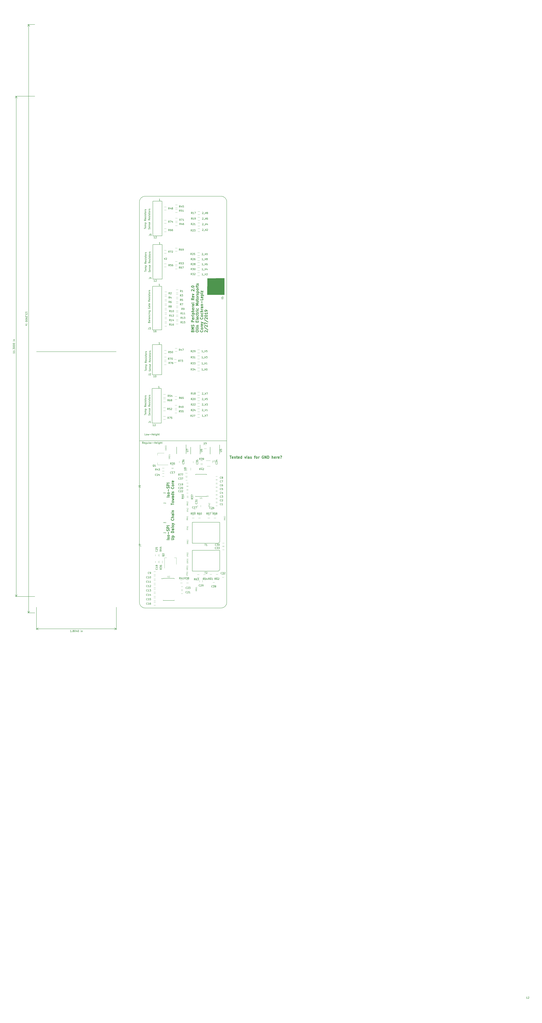
<source format=gto>
G04 #@! TF.GenerationSoftware,KiCad,Pcbnew,5.1.5-52549c5~84~ubuntu18.04.1*
G04 #@! TF.CreationDate,2020-02-28T00:54:15-05:00*
G04 #@! TF.ProjectId,BMS_peripheral_v2,424d535f-7065-4726-9970-686572616c5f,rev?*
G04 #@! TF.SameCoordinates,Original*
G04 #@! TF.FileFunction,Legend,Top*
G04 #@! TF.FilePolarity,Positive*
%FSLAX46Y46*%
G04 Gerber Fmt 4.6, Leading zero omitted, Abs format (unit mm)*
G04 Created by KiCad (PCBNEW 5.1.5-52549c5~84~ubuntu18.04.1) date 2020-02-28 00:54:15*
%MOMM*%
%LPD*%
G04 APERTURE LIST*
%ADD10C,0.100000*%
%ADD11C,0.150000*%
%ADD12C,0.300000*%
%ADD13C,0.200000*%
%ADD14C,0.120000*%
G04 APERTURE END LIST*
D10*
X191283085Y-293490085D02*
X192033085Y-293240085D01*
X191283085Y-292990085D01*
X192033085Y-292311514D02*
X191675942Y-292561514D01*
X192033085Y-292740085D02*
X191283085Y-292740085D01*
X191283085Y-292454371D01*
X191318800Y-292382942D01*
X191354514Y-292347228D01*
X191425942Y-292311514D01*
X191533085Y-292311514D01*
X191604514Y-292347228D01*
X191640228Y-292382942D01*
X191675942Y-292454371D01*
X191675942Y-292740085D01*
X191640228Y-291990085D02*
X191640228Y-291740085D01*
X192033085Y-291632942D02*
X192033085Y-291990085D01*
X191283085Y-291990085D01*
X191283085Y-291632942D01*
X191318800Y-290918657D02*
X191283085Y-290990085D01*
X191283085Y-291097228D01*
X191318800Y-291204371D01*
X191390228Y-291275800D01*
X191461657Y-291311514D01*
X191604514Y-291347228D01*
X191711657Y-291347228D01*
X191854514Y-291311514D01*
X191925942Y-291275800D01*
X191997371Y-291204371D01*
X192033085Y-291097228D01*
X192033085Y-291025800D01*
X191997371Y-290918657D01*
X191961657Y-290882942D01*
X191711657Y-290882942D01*
X191711657Y-291025800D01*
X189236000Y-288050171D02*
X189200285Y-288121600D01*
X189200285Y-288228742D01*
X189236000Y-288335885D01*
X189307428Y-288407314D01*
X189378857Y-288443028D01*
X189521714Y-288478742D01*
X189628857Y-288478742D01*
X189771714Y-288443028D01*
X189843142Y-288407314D01*
X189914571Y-288335885D01*
X189950285Y-288228742D01*
X189950285Y-288157314D01*
X189914571Y-288050171D01*
X189878857Y-288014457D01*
X189628857Y-288014457D01*
X189628857Y-288157314D01*
X189950285Y-287693028D02*
X189200285Y-287693028D01*
X189950285Y-287264457D01*
X189200285Y-287264457D01*
X189950285Y-286907314D02*
X189200285Y-286907314D01*
X189200285Y-286728742D01*
X189236000Y-286621600D01*
X189307428Y-286550171D01*
X189378857Y-286514457D01*
X189521714Y-286478742D01*
X189628857Y-286478742D01*
X189771714Y-286514457D01*
X189843142Y-286550171D01*
X189914571Y-286621600D01*
X189950285Y-286728742D01*
X189950285Y-286907314D01*
X189271714Y-286193028D02*
X189236000Y-286157314D01*
X189200285Y-286085885D01*
X189200285Y-285907314D01*
X189236000Y-285835885D01*
X189271714Y-285800171D01*
X189343142Y-285764457D01*
X189414571Y-285764457D01*
X189521714Y-285800171D01*
X189950285Y-286228742D01*
X189950285Y-285764457D01*
X207425485Y-369257514D02*
X206675485Y-369257514D01*
X207425485Y-368900371D02*
X206675485Y-368900371D01*
X207211200Y-368650371D01*
X206675485Y-368400371D01*
X207425485Y-368400371D01*
X207032628Y-367793228D02*
X207068342Y-367686085D01*
X207104057Y-367650371D01*
X207175485Y-367614657D01*
X207282628Y-367614657D01*
X207354057Y-367650371D01*
X207389771Y-367686085D01*
X207425485Y-367757514D01*
X207425485Y-368043228D01*
X206675485Y-368043228D01*
X206675485Y-367793228D01*
X206711200Y-367721800D01*
X206746914Y-367686085D01*
X206818342Y-367650371D01*
X206889771Y-367650371D01*
X206961200Y-367686085D01*
X206996914Y-367721800D01*
X207032628Y-367793228D01*
X207032628Y-368043228D01*
X207425485Y-366900371D02*
X207425485Y-367328942D01*
X207425485Y-367114657D02*
X206675485Y-367114657D01*
X206782628Y-367186085D01*
X206854057Y-367257514D01*
X206889771Y-367328942D01*
X223706885Y-328563942D02*
X222956885Y-328563942D01*
X223706885Y-328206800D02*
X222956885Y-328206800D01*
X223492600Y-327956800D01*
X222956885Y-327706800D01*
X223706885Y-327706800D01*
X223492600Y-327385371D02*
X223492600Y-327028228D01*
X223706885Y-327456800D02*
X222956885Y-327206800D01*
X223706885Y-326956800D01*
X223028314Y-326742514D02*
X222992600Y-326706800D01*
X222956885Y-326635371D01*
X222956885Y-326456800D01*
X222992600Y-326385371D01*
X223028314Y-326349657D01*
X223099742Y-326313942D01*
X223171171Y-326313942D01*
X223278314Y-326349657D01*
X223706885Y-326778228D01*
X223706885Y-326313942D01*
X214867685Y-320890371D02*
X214117685Y-320890371D01*
X214867685Y-320533228D02*
X214117685Y-320533228D01*
X214117685Y-320247514D01*
X214153400Y-320176085D01*
X214189114Y-320140371D01*
X214260542Y-320104657D01*
X214367685Y-320104657D01*
X214439114Y-320140371D01*
X214474828Y-320176085D01*
X214510542Y-320247514D01*
X214510542Y-320533228D01*
X214653400Y-319818942D02*
X214653400Y-319461800D01*
X214867685Y-319890371D02*
X214117685Y-319640371D01*
X214867685Y-319390371D01*
X214189114Y-319176085D02*
X214153400Y-319140371D01*
X214117685Y-319068942D01*
X214117685Y-318890371D01*
X214153400Y-318818942D01*
X214189114Y-318783228D01*
X214260542Y-318747514D01*
X214331971Y-318747514D01*
X214439114Y-318783228D01*
X214867685Y-319211800D01*
X214867685Y-318747514D01*
X202320085Y-320131142D02*
X201570085Y-320131142D01*
X202320085Y-319774000D02*
X201570085Y-319774000D01*
X202105800Y-319524000D01*
X201570085Y-319274000D01*
X202320085Y-319274000D01*
X202105800Y-318952571D02*
X202105800Y-318595428D01*
X202320085Y-319024000D02*
X201570085Y-318774000D01*
X202320085Y-318524000D01*
X201641514Y-318309714D02*
X201605800Y-318274000D01*
X201570085Y-318202571D01*
X201570085Y-318024000D01*
X201605800Y-317952571D01*
X201641514Y-317916857D01*
X201712942Y-317881142D01*
X201784371Y-317881142D01*
X201891514Y-317916857D01*
X202320085Y-318345428D01*
X202320085Y-317881142D01*
X202421685Y-323735171D02*
X201671685Y-323735171D01*
X202421685Y-323378028D02*
X201671685Y-323378028D01*
X201671685Y-323092314D01*
X201707400Y-323020885D01*
X201743114Y-322985171D01*
X201814542Y-322949457D01*
X201921685Y-322949457D01*
X201993114Y-322985171D01*
X202028828Y-323020885D01*
X202064542Y-323092314D01*
X202064542Y-323378028D01*
X202207400Y-322663742D02*
X202207400Y-322306600D01*
X202421685Y-322735171D02*
X201671685Y-322485171D01*
X202421685Y-322235171D01*
X201743114Y-322020885D02*
X201707400Y-321985171D01*
X201671685Y-321913742D01*
X201671685Y-321735171D01*
X201707400Y-321663742D01*
X201743114Y-321628028D01*
X201814542Y-321592314D01*
X201885971Y-321592314D01*
X201993114Y-321628028D01*
X202421685Y-322056600D01*
X202421685Y-321592314D01*
X202243885Y-328513142D02*
X201493885Y-328513142D01*
X202243885Y-328156000D02*
X201493885Y-328156000D01*
X202029600Y-327906000D01*
X201493885Y-327656000D01*
X202243885Y-327656000D01*
X202029600Y-327334571D02*
X202029600Y-326977428D01*
X202243885Y-327406000D02*
X201493885Y-327156000D01*
X202243885Y-326906000D01*
X202243885Y-326263142D02*
X202243885Y-326691714D01*
X202243885Y-326477428D02*
X201493885Y-326477428D01*
X201601028Y-326548857D01*
X201672457Y-326620285D01*
X201708171Y-326691714D01*
X202345485Y-334123771D02*
X201595485Y-334123771D01*
X202345485Y-333766628D02*
X201595485Y-333766628D01*
X201595485Y-333480914D01*
X201631200Y-333409485D01*
X201666914Y-333373771D01*
X201738342Y-333338057D01*
X201845485Y-333338057D01*
X201916914Y-333373771D01*
X201952628Y-333409485D01*
X201988342Y-333480914D01*
X201988342Y-333766628D01*
X202131200Y-333052342D02*
X202131200Y-332695200D01*
X202345485Y-333123771D02*
X201595485Y-332873771D01*
X202345485Y-332623771D01*
X202345485Y-331980914D02*
X202345485Y-332409485D01*
X202345485Y-332195200D02*
X201595485Y-332195200D01*
X201702628Y-332266628D01*
X201774057Y-332338057D01*
X201809771Y-332409485D01*
X202447085Y-342181114D02*
X201697085Y-342181114D01*
X202447085Y-341823971D02*
X201697085Y-341823971D01*
X202232800Y-341573971D01*
X201697085Y-341323971D01*
X202447085Y-341323971D01*
X202054228Y-340716828D02*
X202089942Y-340609685D01*
X202125657Y-340573971D01*
X202197085Y-340538257D01*
X202304228Y-340538257D01*
X202375657Y-340573971D01*
X202411371Y-340609685D01*
X202447085Y-340681114D01*
X202447085Y-340966828D01*
X201697085Y-340966828D01*
X201697085Y-340716828D01*
X201732800Y-340645400D01*
X201768514Y-340609685D01*
X201839942Y-340573971D01*
X201911371Y-340573971D01*
X201982800Y-340609685D01*
X202018514Y-340645400D01*
X202054228Y-340716828D01*
X202054228Y-340966828D01*
X201768514Y-340252542D02*
X201732800Y-340216828D01*
X201697085Y-340145400D01*
X201697085Y-339966828D01*
X201732800Y-339895400D01*
X201768514Y-339859685D01*
X201839942Y-339823971D01*
X201911371Y-339823971D01*
X202018514Y-339859685D01*
X202447085Y-340288257D01*
X202447085Y-339823971D01*
X202396285Y-349366542D02*
X201646285Y-349366542D01*
X202396285Y-349009400D02*
X201646285Y-349009400D01*
X201646285Y-348723685D01*
X201682000Y-348652257D01*
X201717714Y-348616542D01*
X201789142Y-348580828D01*
X201896285Y-348580828D01*
X201967714Y-348616542D01*
X202003428Y-348652257D01*
X202039142Y-348723685D01*
X202039142Y-349009400D01*
X202003428Y-348009400D02*
X202039142Y-347902257D01*
X202074857Y-347866542D01*
X202146285Y-347830828D01*
X202253428Y-347830828D01*
X202324857Y-347866542D01*
X202360571Y-347902257D01*
X202396285Y-347973685D01*
X202396285Y-348259400D01*
X201646285Y-348259400D01*
X201646285Y-348009400D01*
X201682000Y-347937971D01*
X201717714Y-347902257D01*
X201789142Y-347866542D01*
X201860571Y-347866542D01*
X201932000Y-347902257D01*
X201967714Y-347937971D01*
X202003428Y-348009400D01*
X202003428Y-348259400D01*
X201717714Y-347545114D02*
X201682000Y-347509400D01*
X201646285Y-347437971D01*
X201646285Y-347259400D01*
X201682000Y-347187971D01*
X201717714Y-347152257D01*
X201789142Y-347116542D01*
X201860571Y-347116542D01*
X201967714Y-347152257D01*
X202396285Y-347580828D01*
X202396285Y-347116542D01*
X201656600Y-352972571D02*
X201620885Y-353044000D01*
X201620885Y-353151142D01*
X201656600Y-353258285D01*
X201728028Y-353329714D01*
X201799457Y-353365428D01*
X201942314Y-353401142D01*
X202049457Y-353401142D01*
X202192314Y-353365428D01*
X202263742Y-353329714D01*
X202335171Y-353258285D01*
X202370885Y-353151142D01*
X202370885Y-353079714D01*
X202335171Y-352972571D01*
X202299457Y-352936857D01*
X202049457Y-352936857D01*
X202049457Y-353079714D01*
X202370885Y-352615428D02*
X201620885Y-352615428D01*
X202370885Y-352186857D01*
X201620885Y-352186857D01*
X202370885Y-351829714D02*
X201620885Y-351829714D01*
X201620885Y-351651142D01*
X201656600Y-351544000D01*
X201728028Y-351472571D01*
X201799457Y-351436857D01*
X201942314Y-351401142D01*
X202049457Y-351401142D01*
X202192314Y-351436857D01*
X202263742Y-351472571D01*
X202335171Y-351544000D01*
X202370885Y-351651142D01*
X202370885Y-351829714D01*
X202370885Y-350686857D02*
X202370885Y-351115428D01*
X202370885Y-350901142D02*
X201620885Y-350901142D01*
X201728028Y-350972571D01*
X201799457Y-351044000D01*
X201835171Y-351115428D01*
X201493885Y-357269485D02*
X202243885Y-357019485D01*
X201493885Y-356769485D01*
X202243885Y-356090914D02*
X201886742Y-356340914D01*
X202243885Y-356519485D02*
X201493885Y-356519485D01*
X201493885Y-356233771D01*
X201529600Y-356162342D01*
X201565314Y-356126628D01*
X201636742Y-356090914D01*
X201743885Y-356090914D01*
X201815314Y-356126628D01*
X201851028Y-356162342D01*
X201886742Y-356233771D01*
X201886742Y-356519485D01*
X201851028Y-355769485D02*
X201851028Y-355519485D01*
X202243885Y-355412342D02*
X202243885Y-355769485D01*
X201493885Y-355769485D01*
X201493885Y-355412342D01*
X201529600Y-354698057D02*
X201493885Y-354769485D01*
X201493885Y-354876628D01*
X201529600Y-354983771D01*
X201601028Y-355055200D01*
X201672457Y-355090914D01*
X201815314Y-355126628D01*
X201922457Y-355126628D01*
X202065314Y-355090914D01*
X202136742Y-355055200D01*
X202208171Y-354983771D01*
X202243885Y-354876628D01*
X202243885Y-354805200D01*
X202208171Y-354698057D01*
X202172457Y-354662342D01*
X201922457Y-354662342D01*
X201922457Y-354805200D01*
X202167685Y-360313942D02*
X201417685Y-360313942D01*
X202167685Y-359956800D02*
X201417685Y-359956800D01*
X201417685Y-359671085D01*
X201453400Y-359599657D01*
X201489114Y-359563942D01*
X201560542Y-359528228D01*
X201667685Y-359528228D01*
X201739114Y-359563942D01*
X201774828Y-359599657D01*
X201810542Y-359671085D01*
X201810542Y-359956800D01*
X201774828Y-358956800D02*
X201810542Y-358849657D01*
X201846257Y-358813942D01*
X201917685Y-358778228D01*
X202024828Y-358778228D01*
X202096257Y-358813942D01*
X202131971Y-358849657D01*
X202167685Y-358921085D01*
X202167685Y-359206800D01*
X201417685Y-359206800D01*
X201417685Y-358956800D01*
X201453400Y-358885371D01*
X201489114Y-358849657D01*
X201560542Y-358813942D01*
X201631971Y-358813942D01*
X201703400Y-358849657D01*
X201739114Y-358885371D01*
X201774828Y-358956800D01*
X201774828Y-359206800D01*
X202167685Y-358063942D02*
X202167685Y-358492514D01*
X202167685Y-358278228D02*
X201417685Y-358278228D01*
X201524828Y-358349657D01*
X201596257Y-358421085D01*
X201631971Y-358492514D01*
D11*
X222602380Y-201663095D02*
X221602380Y-201663095D01*
X222602380Y-201186904D02*
X221602380Y-201186904D01*
X221602380Y-200948809D01*
X221650000Y-200805952D01*
X221745238Y-200710714D01*
X221840476Y-200663095D01*
X222030952Y-200615476D01*
X222173809Y-200615476D01*
X222364285Y-200663095D01*
X222459523Y-200710714D01*
X222554761Y-200805952D01*
X222602380Y-200948809D01*
X222602380Y-201186904D01*
X222507142Y-200186904D02*
X222554761Y-200139285D01*
X222602380Y-200186904D01*
X222554761Y-200234523D01*
X222507142Y-200186904D01*
X222602380Y-200186904D01*
X221983333Y-200186904D02*
X222030952Y-200139285D01*
X222078571Y-200186904D01*
X222030952Y-200234523D01*
X221983333Y-200186904D01*
X222078571Y-200186904D01*
D10*
G36*
X223175000Y-199225000D02*
G01*
X213350000Y-199225000D01*
X213425000Y-189800000D01*
X223175000Y-189775000D01*
X223175000Y-199225000D01*
G37*
X223175000Y-199225000D02*
X213350000Y-199225000D01*
X213425000Y-189800000D01*
X223175000Y-189775000D01*
X223175000Y-199225000D01*
D11*
X188590476Y-178127380D02*
X188923809Y-179127380D01*
X189257142Y-178127380D01*
X189542857Y-178222619D02*
X189590476Y-178175000D01*
X189685714Y-178127380D01*
X189923809Y-178127380D01*
X190019047Y-178175000D01*
X190066666Y-178222619D01*
X190114285Y-178317857D01*
X190114285Y-178413095D01*
X190066666Y-178555952D01*
X189495238Y-179127380D01*
X190114285Y-179127380D01*
X180629761Y-268409523D02*
X180677380Y-268266666D01*
X180677380Y-268028571D01*
X180629761Y-267933333D01*
X180582142Y-267885714D01*
X180486904Y-267838095D01*
X180391666Y-267838095D01*
X180296428Y-267885714D01*
X180248809Y-267933333D01*
X180201190Y-268028571D01*
X180153571Y-268219047D01*
X180105952Y-268314285D01*
X180058333Y-268361904D01*
X179963095Y-268409523D01*
X179867857Y-268409523D01*
X179772619Y-268361904D01*
X179725000Y-268314285D01*
X179677380Y-268219047D01*
X179677380Y-267980952D01*
X179725000Y-267838095D01*
X180629761Y-267028571D02*
X180677380Y-267123809D01*
X180677380Y-267314285D01*
X180629761Y-267409523D01*
X180534523Y-267457142D01*
X180153571Y-267457142D01*
X180058333Y-267409523D01*
X180010714Y-267314285D01*
X180010714Y-267123809D01*
X180058333Y-267028571D01*
X180153571Y-266980952D01*
X180248809Y-266980952D01*
X180344047Y-267457142D01*
X180010714Y-266552380D02*
X180677380Y-266552380D01*
X180105952Y-266552380D02*
X180058333Y-266504761D01*
X180010714Y-266409523D01*
X180010714Y-266266666D01*
X180058333Y-266171428D01*
X180153571Y-266123809D01*
X180677380Y-266123809D01*
X180629761Y-265695238D02*
X180677380Y-265600000D01*
X180677380Y-265409523D01*
X180629761Y-265314285D01*
X180534523Y-265266666D01*
X180486904Y-265266666D01*
X180391666Y-265314285D01*
X180344047Y-265409523D01*
X180344047Y-265552380D01*
X180296428Y-265647619D01*
X180201190Y-265695238D01*
X180153571Y-265695238D01*
X180058333Y-265647619D01*
X180010714Y-265552380D01*
X180010714Y-265409523D01*
X180058333Y-265314285D01*
X180629761Y-264457142D02*
X180677380Y-264552380D01*
X180677380Y-264742857D01*
X180629761Y-264838095D01*
X180534523Y-264885714D01*
X180153571Y-264885714D01*
X180058333Y-264838095D01*
X180010714Y-264742857D01*
X180010714Y-264552380D01*
X180058333Y-264457142D01*
X180153571Y-264409523D01*
X180248809Y-264409523D01*
X180344047Y-264885714D01*
X180677380Y-262647619D02*
X180201190Y-262980952D01*
X180677380Y-263219047D02*
X179677380Y-263219047D01*
X179677380Y-262838095D01*
X179725000Y-262742857D01*
X179772619Y-262695238D01*
X179867857Y-262647619D01*
X180010714Y-262647619D01*
X180105952Y-262695238D01*
X180153571Y-262742857D01*
X180201190Y-262838095D01*
X180201190Y-263219047D01*
X180629761Y-261838095D02*
X180677380Y-261933333D01*
X180677380Y-262123809D01*
X180629761Y-262219047D01*
X180534523Y-262266666D01*
X180153571Y-262266666D01*
X180058333Y-262219047D01*
X180010714Y-262123809D01*
X180010714Y-261933333D01*
X180058333Y-261838095D01*
X180153571Y-261790476D01*
X180248809Y-261790476D01*
X180344047Y-262266666D01*
X180629761Y-261409523D02*
X180677380Y-261314285D01*
X180677380Y-261123809D01*
X180629761Y-261028571D01*
X180534523Y-260980952D01*
X180486904Y-260980952D01*
X180391666Y-261028571D01*
X180344047Y-261123809D01*
X180344047Y-261266666D01*
X180296428Y-261361904D01*
X180201190Y-261409523D01*
X180153571Y-261409523D01*
X180058333Y-261361904D01*
X180010714Y-261266666D01*
X180010714Y-261123809D01*
X180058333Y-261028571D01*
X180677380Y-260552380D02*
X180010714Y-260552380D01*
X179677380Y-260552380D02*
X179725000Y-260600000D01*
X179772619Y-260552380D01*
X179725000Y-260504761D01*
X179677380Y-260552380D01*
X179772619Y-260552380D01*
X180629761Y-260123809D02*
X180677380Y-260028571D01*
X180677380Y-259838095D01*
X180629761Y-259742857D01*
X180534523Y-259695238D01*
X180486904Y-259695238D01*
X180391666Y-259742857D01*
X180344047Y-259838095D01*
X180344047Y-259980952D01*
X180296428Y-260076190D01*
X180201190Y-260123809D01*
X180153571Y-260123809D01*
X180058333Y-260076190D01*
X180010714Y-259980952D01*
X180010714Y-259838095D01*
X180058333Y-259742857D01*
X180010714Y-259409523D02*
X180010714Y-259028571D01*
X179677380Y-259266666D02*
X180534523Y-259266666D01*
X180629761Y-259219047D01*
X180677380Y-259123809D01*
X180677380Y-259028571D01*
X180677380Y-258552380D02*
X180629761Y-258647619D01*
X180582142Y-258695238D01*
X180486904Y-258742857D01*
X180201190Y-258742857D01*
X180105952Y-258695238D01*
X180058333Y-258647619D01*
X180010714Y-258552380D01*
X180010714Y-258409523D01*
X180058333Y-258314285D01*
X180105952Y-258266666D01*
X180201190Y-258219047D01*
X180486904Y-258219047D01*
X180582142Y-258266666D01*
X180629761Y-258314285D01*
X180677380Y-258409523D01*
X180677380Y-258552380D01*
X180677380Y-257790476D02*
X180010714Y-257790476D01*
X180201190Y-257790476D02*
X180105952Y-257742857D01*
X180058333Y-257695238D01*
X180010714Y-257600000D01*
X180010714Y-257504761D01*
X180629761Y-257219047D02*
X180677380Y-257123809D01*
X180677380Y-256933333D01*
X180629761Y-256838095D01*
X180534523Y-256790476D01*
X180486904Y-256790476D01*
X180391666Y-256838095D01*
X180344047Y-256933333D01*
X180344047Y-257076190D01*
X180296428Y-257171428D01*
X180201190Y-257219047D01*
X180153571Y-257219047D01*
X180058333Y-257171428D01*
X180010714Y-257076190D01*
X180010714Y-256933333D01*
X180058333Y-256838095D01*
X177352380Y-268267857D02*
X177352380Y-267696428D01*
X178352380Y-267982142D02*
X177352380Y-267982142D01*
X178304761Y-266982142D02*
X178352380Y-267077380D01*
X178352380Y-267267857D01*
X178304761Y-267363095D01*
X178209523Y-267410714D01*
X177828571Y-267410714D01*
X177733333Y-267363095D01*
X177685714Y-267267857D01*
X177685714Y-267077380D01*
X177733333Y-266982142D01*
X177828571Y-266934523D01*
X177923809Y-266934523D01*
X178019047Y-267410714D01*
X178352380Y-266505952D02*
X177685714Y-266505952D01*
X177780952Y-266505952D02*
X177733333Y-266458333D01*
X177685714Y-266363095D01*
X177685714Y-266220238D01*
X177733333Y-266125000D01*
X177828571Y-266077380D01*
X178352380Y-266077380D01*
X177828571Y-266077380D02*
X177733333Y-266029761D01*
X177685714Y-265934523D01*
X177685714Y-265791666D01*
X177733333Y-265696428D01*
X177828571Y-265648809D01*
X178352380Y-265648809D01*
X177685714Y-265172619D02*
X178685714Y-265172619D01*
X177733333Y-265172619D02*
X177685714Y-265077380D01*
X177685714Y-264886904D01*
X177733333Y-264791666D01*
X177780952Y-264744047D01*
X177876190Y-264696428D01*
X178161904Y-264696428D01*
X178257142Y-264744047D01*
X178304761Y-264791666D01*
X178352380Y-264886904D01*
X178352380Y-265077380D01*
X178304761Y-265172619D01*
X178352380Y-262934523D02*
X177876190Y-263267857D01*
X178352380Y-263505952D02*
X177352380Y-263505952D01*
X177352380Y-263125000D01*
X177400000Y-263029761D01*
X177447619Y-262982142D01*
X177542857Y-262934523D01*
X177685714Y-262934523D01*
X177780952Y-262982142D01*
X177828571Y-263029761D01*
X177876190Y-263125000D01*
X177876190Y-263505952D01*
X178304761Y-262125000D02*
X178352380Y-262220238D01*
X178352380Y-262410714D01*
X178304761Y-262505952D01*
X178209523Y-262553571D01*
X177828571Y-262553571D01*
X177733333Y-262505952D01*
X177685714Y-262410714D01*
X177685714Y-262220238D01*
X177733333Y-262125000D01*
X177828571Y-262077380D01*
X177923809Y-262077380D01*
X178019047Y-262553571D01*
X178304761Y-261696428D02*
X178352380Y-261601190D01*
X178352380Y-261410714D01*
X178304761Y-261315476D01*
X178209523Y-261267857D01*
X178161904Y-261267857D01*
X178066666Y-261315476D01*
X178019047Y-261410714D01*
X178019047Y-261553571D01*
X177971428Y-261648809D01*
X177876190Y-261696428D01*
X177828571Y-261696428D01*
X177733333Y-261648809D01*
X177685714Y-261553571D01*
X177685714Y-261410714D01*
X177733333Y-261315476D01*
X178352380Y-260839285D02*
X177685714Y-260839285D01*
X177352380Y-260839285D02*
X177400000Y-260886904D01*
X177447619Y-260839285D01*
X177400000Y-260791666D01*
X177352380Y-260839285D01*
X177447619Y-260839285D01*
X178304761Y-260410714D02*
X178352380Y-260315476D01*
X178352380Y-260125000D01*
X178304761Y-260029761D01*
X178209523Y-259982142D01*
X178161904Y-259982142D01*
X178066666Y-260029761D01*
X178019047Y-260125000D01*
X178019047Y-260267857D01*
X177971428Y-260363095D01*
X177876190Y-260410714D01*
X177828571Y-260410714D01*
X177733333Y-260363095D01*
X177685714Y-260267857D01*
X177685714Y-260125000D01*
X177733333Y-260029761D01*
X177685714Y-259696428D02*
X177685714Y-259315476D01*
X177352380Y-259553571D02*
X178209523Y-259553571D01*
X178304761Y-259505952D01*
X178352380Y-259410714D01*
X178352380Y-259315476D01*
X178352380Y-258839285D02*
X178304761Y-258934523D01*
X178257142Y-258982142D01*
X178161904Y-259029761D01*
X177876190Y-259029761D01*
X177780952Y-258982142D01*
X177733333Y-258934523D01*
X177685714Y-258839285D01*
X177685714Y-258696428D01*
X177733333Y-258601190D01*
X177780952Y-258553571D01*
X177876190Y-258505952D01*
X178161904Y-258505952D01*
X178257142Y-258553571D01*
X178304761Y-258601190D01*
X178352380Y-258696428D01*
X178352380Y-258839285D01*
X178352380Y-258077380D02*
X177685714Y-258077380D01*
X177876190Y-258077380D02*
X177780952Y-258029761D01*
X177733333Y-257982142D01*
X177685714Y-257886904D01*
X177685714Y-257791666D01*
X178304761Y-257505952D02*
X178352380Y-257410714D01*
X178352380Y-257220238D01*
X178304761Y-257125000D01*
X178209523Y-257077380D01*
X178161904Y-257077380D01*
X178066666Y-257125000D01*
X178019047Y-257220238D01*
X178019047Y-257363095D01*
X177971428Y-257458333D01*
X177876190Y-257505952D01*
X177828571Y-257505952D01*
X177733333Y-257458333D01*
X177685714Y-257363095D01*
X177685714Y-257220238D01*
X177733333Y-257125000D01*
X177627380Y-242917857D02*
X177627380Y-242346428D01*
X178627380Y-242632142D02*
X177627380Y-242632142D01*
X178579761Y-241632142D02*
X178627380Y-241727380D01*
X178627380Y-241917857D01*
X178579761Y-242013095D01*
X178484523Y-242060714D01*
X178103571Y-242060714D01*
X178008333Y-242013095D01*
X177960714Y-241917857D01*
X177960714Y-241727380D01*
X178008333Y-241632142D01*
X178103571Y-241584523D01*
X178198809Y-241584523D01*
X178294047Y-242060714D01*
X178627380Y-241155952D02*
X177960714Y-241155952D01*
X178055952Y-241155952D02*
X178008333Y-241108333D01*
X177960714Y-241013095D01*
X177960714Y-240870238D01*
X178008333Y-240775000D01*
X178103571Y-240727380D01*
X178627380Y-240727380D01*
X178103571Y-240727380D02*
X178008333Y-240679761D01*
X177960714Y-240584523D01*
X177960714Y-240441666D01*
X178008333Y-240346428D01*
X178103571Y-240298809D01*
X178627380Y-240298809D01*
X177960714Y-239822619D02*
X178960714Y-239822619D01*
X178008333Y-239822619D02*
X177960714Y-239727380D01*
X177960714Y-239536904D01*
X178008333Y-239441666D01*
X178055952Y-239394047D01*
X178151190Y-239346428D01*
X178436904Y-239346428D01*
X178532142Y-239394047D01*
X178579761Y-239441666D01*
X178627380Y-239536904D01*
X178627380Y-239727380D01*
X178579761Y-239822619D01*
X178627380Y-237584523D02*
X178151190Y-237917857D01*
X178627380Y-238155952D02*
X177627380Y-238155952D01*
X177627380Y-237775000D01*
X177675000Y-237679761D01*
X177722619Y-237632142D01*
X177817857Y-237584523D01*
X177960714Y-237584523D01*
X178055952Y-237632142D01*
X178103571Y-237679761D01*
X178151190Y-237775000D01*
X178151190Y-238155952D01*
X178579761Y-236775000D02*
X178627380Y-236870238D01*
X178627380Y-237060714D01*
X178579761Y-237155952D01*
X178484523Y-237203571D01*
X178103571Y-237203571D01*
X178008333Y-237155952D01*
X177960714Y-237060714D01*
X177960714Y-236870238D01*
X178008333Y-236775000D01*
X178103571Y-236727380D01*
X178198809Y-236727380D01*
X178294047Y-237203571D01*
X178579761Y-236346428D02*
X178627380Y-236251190D01*
X178627380Y-236060714D01*
X178579761Y-235965476D01*
X178484523Y-235917857D01*
X178436904Y-235917857D01*
X178341666Y-235965476D01*
X178294047Y-236060714D01*
X178294047Y-236203571D01*
X178246428Y-236298809D01*
X178151190Y-236346428D01*
X178103571Y-236346428D01*
X178008333Y-236298809D01*
X177960714Y-236203571D01*
X177960714Y-236060714D01*
X178008333Y-235965476D01*
X178627380Y-235489285D02*
X177960714Y-235489285D01*
X177627380Y-235489285D02*
X177675000Y-235536904D01*
X177722619Y-235489285D01*
X177675000Y-235441666D01*
X177627380Y-235489285D01*
X177722619Y-235489285D01*
X178579761Y-235060714D02*
X178627380Y-234965476D01*
X178627380Y-234775000D01*
X178579761Y-234679761D01*
X178484523Y-234632142D01*
X178436904Y-234632142D01*
X178341666Y-234679761D01*
X178294047Y-234775000D01*
X178294047Y-234917857D01*
X178246428Y-235013095D01*
X178151190Y-235060714D01*
X178103571Y-235060714D01*
X178008333Y-235013095D01*
X177960714Y-234917857D01*
X177960714Y-234775000D01*
X178008333Y-234679761D01*
X177960714Y-234346428D02*
X177960714Y-233965476D01*
X177627380Y-234203571D02*
X178484523Y-234203571D01*
X178579761Y-234155952D01*
X178627380Y-234060714D01*
X178627380Y-233965476D01*
X178627380Y-233489285D02*
X178579761Y-233584523D01*
X178532142Y-233632142D01*
X178436904Y-233679761D01*
X178151190Y-233679761D01*
X178055952Y-233632142D01*
X178008333Y-233584523D01*
X177960714Y-233489285D01*
X177960714Y-233346428D01*
X178008333Y-233251190D01*
X178055952Y-233203571D01*
X178151190Y-233155952D01*
X178436904Y-233155952D01*
X178532142Y-233203571D01*
X178579761Y-233251190D01*
X178627380Y-233346428D01*
X178627380Y-233489285D01*
X178627380Y-232727380D02*
X177960714Y-232727380D01*
X178151190Y-232727380D02*
X178055952Y-232679761D01*
X178008333Y-232632142D01*
X177960714Y-232536904D01*
X177960714Y-232441666D01*
X178579761Y-232155952D02*
X178627380Y-232060714D01*
X178627380Y-231870238D01*
X178579761Y-231775000D01*
X178484523Y-231727380D01*
X178436904Y-231727380D01*
X178341666Y-231775000D01*
X178294047Y-231870238D01*
X178294047Y-232013095D01*
X178246428Y-232108333D01*
X178151190Y-232155952D01*
X178103571Y-232155952D01*
X178008333Y-232108333D01*
X177960714Y-232013095D01*
X177960714Y-231870238D01*
X178008333Y-231775000D01*
X180904761Y-243059523D02*
X180952380Y-242916666D01*
X180952380Y-242678571D01*
X180904761Y-242583333D01*
X180857142Y-242535714D01*
X180761904Y-242488095D01*
X180666666Y-242488095D01*
X180571428Y-242535714D01*
X180523809Y-242583333D01*
X180476190Y-242678571D01*
X180428571Y-242869047D01*
X180380952Y-242964285D01*
X180333333Y-243011904D01*
X180238095Y-243059523D01*
X180142857Y-243059523D01*
X180047619Y-243011904D01*
X180000000Y-242964285D01*
X179952380Y-242869047D01*
X179952380Y-242630952D01*
X180000000Y-242488095D01*
X180904761Y-241678571D02*
X180952380Y-241773809D01*
X180952380Y-241964285D01*
X180904761Y-242059523D01*
X180809523Y-242107142D01*
X180428571Y-242107142D01*
X180333333Y-242059523D01*
X180285714Y-241964285D01*
X180285714Y-241773809D01*
X180333333Y-241678571D01*
X180428571Y-241630952D01*
X180523809Y-241630952D01*
X180619047Y-242107142D01*
X180285714Y-241202380D02*
X180952380Y-241202380D01*
X180380952Y-241202380D02*
X180333333Y-241154761D01*
X180285714Y-241059523D01*
X180285714Y-240916666D01*
X180333333Y-240821428D01*
X180428571Y-240773809D01*
X180952380Y-240773809D01*
X180904761Y-240345238D02*
X180952380Y-240250000D01*
X180952380Y-240059523D01*
X180904761Y-239964285D01*
X180809523Y-239916666D01*
X180761904Y-239916666D01*
X180666666Y-239964285D01*
X180619047Y-240059523D01*
X180619047Y-240202380D01*
X180571428Y-240297619D01*
X180476190Y-240345238D01*
X180428571Y-240345238D01*
X180333333Y-240297619D01*
X180285714Y-240202380D01*
X180285714Y-240059523D01*
X180333333Y-239964285D01*
X180904761Y-239107142D02*
X180952380Y-239202380D01*
X180952380Y-239392857D01*
X180904761Y-239488095D01*
X180809523Y-239535714D01*
X180428571Y-239535714D01*
X180333333Y-239488095D01*
X180285714Y-239392857D01*
X180285714Y-239202380D01*
X180333333Y-239107142D01*
X180428571Y-239059523D01*
X180523809Y-239059523D01*
X180619047Y-239535714D01*
X180952380Y-237297619D02*
X180476190Y-237630952D01*
X180952380Y-237869047D02*
X179952380Y-237869047D01*
X179952380Y-237488095D01*
X180000000Y-237392857D01*
X180047619Y-237345238D01*
X180142857Y-237297619D01*
X180285714Y-237297619D01*
X180380952Y-237345238D01*
X180428571Y-237392857D01*
X180476190Y-237488095D01*
X180476190Y-237869047D01*
X180904761Y-236488095D02*
X180952380Y-236583333D01*
X180952380Y-236773809D01*
X180904761Y-236869047D01*
X180809523Y-236916666D01*
X180428571Y-236916666D01*
X180333333Y-236869047D01*
X180285714Y-236773809D01*
X180285714Y-236583333D01*
X180333333Y-236488095D01*
X180428571Y-236440476D01*
X180523809Y-236440476D01*
X180619047Y-236916666D01*
X180904761Y-236059523D02*
X180952380Y-235964285D01*
X180952380Y-235773809D01*
X180904761Y-235678571D01*
X180809523Y-235630952D01*
X180761904Y-235630952D01*
X180666666Y-235678571D01*
X180619047Y-235773809D01*
X180619047Y-235916666D01*
X180571428Y-236011904D01*
X180476190Y-236059523D01*
X180428571Y-236059523D01*
X180333333Y-236011904D01*
X180285714Y-235916666D01*
X180285714Y-235773809D01*
X180333333Y-235678571D01*
X180952380Y-235202380D02*
X180285714Y-235202380D01*
X179952380Y-235202380D02*
X180000000Y-235250000D01*
X180047619Y-235202380D01*
X180000000Y-235154761D01*
X179952380Y-235202380D01*
X180047619Y-235202380D01*
X180904761Y-234773809D02*
X180952380Y-234678571D01*
X180952380Y-234488095D01*
X180904761Y-234392857D01*
X180809523Y-234345238D01*
X180761904Y-234345238D01*
X180666666Y-234392857D01*
X180619047Y-234488095D01*
X180619047Y-234630952D01*
X180571428Y-234726190D01*
X180476190Y-234773809D01*
X180428571Y-234773809D01*
X180333333Y-234726190D01*
X180285714Y-234630952D01*
X180285714Y-234488095D01*
X180333333Y-234392857D01*
X180285714Y-234059523D02*
X180285714Y-233678571D01*
X179952380Y-233916666D02*
X180809523Y-233916666D01*
X180904761Y-233869047D01*
X180952380Y-233773809D01*
X180952380Y-233678571D01*
X180952380Y-233202380D02*
X180904761Y-233297619D01*
X180857142Y-233345238D01*
X180761904Y-233392857D01*
X180476190Y-233392857D01*
X180380952Y-233345238D01*
X180333333Y-233297619D01*
X180285714Y-233202380D01*
X180285714Y-233059523D01*
X180333333Y-232964285D01*
X180380952Y-232916666D01*
X180476190Y-232869047D01*
X180761904Y-232869047D01*
X180857142Y-232916666D01*
X180904761Y-232964285D01*
X180952380Y-233059523D01*
X180952380Y-233202380D01*
X180952380Y-232440476D02*
X180285714Y-232440476D01*
X180476190Y-232440476D02*
X180380952Y-232392857D01*
X180333333Y-232345238D01*
X180285714Y-232250000D01*
X180285714Y-232154761D01*
X180904761Y-231869047D02*
X180952380Y-231773809D01*
X180952380Y-231583333D01*
X180904761Y-231488095D01*
X180809523Y-231440476D01*
X180761904Y-231440476D01*
X180666666Y-231488095D01*
X180619047Y-231583333D01*
X180619047Y-231726190D01*
X180571428Y-231821428D01*
X180476190Y-231869047D01*
X180428571Y-231869047D01*
X180333333Y-231821428D01*
X180285714Y-231726190D01*
X180285714Y-231583333D01*
X180333333Y-231488095D01*
X180554761Y-161609523D02*
X180602380Y-161466666D01*
X180602380Y-161228571D01*
X180554761Y-161133333D01*
X180507142Y-161085714D01*
X180411904Y-161038095D01*
X180316666Y-161038095D01*
X180221428Y-161085714D01*
X180173809Y-161133333D01*
X180126190Y-161228571D01*
X180078571Y-161419047D01*
X180030952Y-161514285D01*
X179983333Y-161561904D01*
X179888095Y-161609523D01*
X179792857Y-161609523D01*
X179697619Y-161561904D01*
X179650000Y-161514285D01*
X179602380Y-161419047D01*
X179602380Y-161180952D01*
X179650000Y-161038095D01*
X180554761Y-160228571D02*
X180602380Y-160323809D01*
X180602380Y-160514285D01*
X180554761Y-160609523D01*
X180459523Y-160657142D01*
X180078571Y-160657142D01*
X179983333Y-160609523D01*
X179935714Y-160514285D01*
X179935714Y-160323809D01*
X179983333Y-160228571D01*
X180078571Y-160180952D01*
X180173809Y-160180952D01*
X180269047Y-160657142D01*
X179935714Y-159752380D02*
X180602380Y-159752380D01*
X180030952Y-159752380D02*
X179983333Y-159704761D01*
X179935714Y-159609523D01*
X179935714Y-159466666D01*
X179983333Y-159371428D01*
X180078571Y-159323809D01*
X180602380Y-159323809D01*
X180554761Y-158895238D02*
X180602380Y-158800000D01*
X180602380Y-158609523D01*
X180554761Y-158514285D01*
X180459523Y-158466666D01*
X180411904Y-158466666D01*
X180316666Y-158514285D01*
X180269047Y-158609523D01*
X180269047Y-158752380D01*
X180221428Y-158847619D01*
X180126190Y-158895238D01*
X180078571Y-158895238D01*
X179983333Y-158847619D01*
X179935714Y-158752380D01*
X179935714Y-158609523D01*
X179983333Y-158514285D01*
X180554761Y-157657142D02*
X180602380Y-157752380D01*
X180602380Y-157942857D01*
X180554761Y-158038095D01*
X180459523Y-158085714D01*
X180078571Y-158085714D01*
X179983333Y-158038095D01*
X179935714Y-157942857D01*
X179935714Y-157752380D01*
X179983333Y-157657142D01*
X180078571Y-157609523D01*
X180173809Y-157609523D01*
X180269047Y-158085714D01*
X180602380Y-155847619D02*
X180126190Y-156180952D01*
X180602380Y-156419047D02*
X179602380Y-156419047D01*
X179602380Y-156038095D01*
X179650000Y-155942857D01*
X179697619Y-155895238D01*
X179792857Y-155847619D01*
X179935714Y-155847619D01*
X180030952Y-155895238D01*
X180078571Y-155942857D01*
X180126190Y-156038095D01*
X180126190Y-156419047D01*
X180554761Y-155038095D02*
X180602380Y-155133333D01*
X180602380Y-155323809D01*
X180554761Y-155419047D01*
X180459523Y-155466666D01*
X180078571Y-155466666D01*
X179983333Y-155419047D01*
X179935714Y-155323809D01*
X179935714Y-155133333D01*
X179983333Y-155038095D01*
X180078571Y-154990476D01*
X180173809Y-154990476D01*
X180269047Y-155466666D01*
X180554761Y-154609523D02*
X180602380Y-154514285D01*
X180602380Y-154323809D01*
X180554761Y-154228571D01*
X180459523Y-154180952D01*
X180411904Y-154180952D01*
X180316666Y-154228571D01*
X180269047Y-154323809D01*
X180269047Y-154466666D01*
X180221428Y-154561904D01*
X180126190Y-154609523D01*
X180078571Y-154609523D01*
X179983333Y-154561904D01*
X179935714Y-154466666D01*
X179935714Y-154323809D01*
X179983333Y-154228571D01*
X180602380Y-153752380D02*
X179935714Y-153752380D01*
X179602380Y-153752380D02*
X179650000Y-153800000D01*
X179697619Y-153752380D01*
X179650000Y-153704761D01*
X179602380Y-153752380D01*
X179697619Y-153752380D01*
X180554761Y-153323809D02*
X180602380Y-153228571D01*
X180602380Y-153038095D01*
X180554761Y-152942857D01*
X180459523Y-152895238D01*
X180411904Y-152895238D01*
X180316666Y-152942857D01*
X180269047Y-153038095D01*
X180269047Y-153180952D01*
X180221428Y-153276190D01*
X180126190Y-153323809D01*
X180078571Y-153323809D01*
X179983333Y-153276190D01*
X179935714Y-153180952D01*
X179935714Y-153038095D01*
X179983333Y-152942857D01*
X179935714Y-152609523D02*
X179935714Y-152228571D01*
X179602380Y-152466666D02*
X180459523Y-152466666D01*
X180554761Y-152419047D01*
X180602380Y-152323809D01*
X180602380Y-152228571D01*
X180602380Y-151752380D02*
X180554761Y-151847619D01*
X180507142Y-151895238D01*
X180411904Y-151942857D01*
X180126190Y-151942857D01*
X180030952Y-151895238D01*
X179983333Y-151847619D01*
X179935714Y-151752380D01*
X179935714Y-151609523D01*
X179983333Y-151514285D01*
X180030952Y-151466666D01*
X180126190Y-151419047D01*
X180411904Y-151419047D01*
X180507142Y-151466666D01*
X180554761Y-151514285D01*
X180602380Y-151609523D01*
X180602380Y-151752380D01*
X180602380Y-150990476D02*
X179935714Y-150990476D01*
X180126190Y-150990476D02*
X180030952Y-150942857D01*
X179983333Y-150895238D01*
X179935714Y-150800000D01*
X179935714Y-150704761D01*
X180554761Y-150419047D02*
X180602380Y-150323809D01*
X180602380Y-150133333D01*
X180554761Y-150038095D01*
X180459523Y-149990476D01*
X180411904Y-149990476D01*
X180316666Y-150038095D01*
X180269047Y-150133333D01*
X180269047Y-150276190D01*
X180221428Y-150371428D01*
X180126190Y-150419047D01*
X180078571Y-150419047D01*
X179983333Y-150371428D01*
X179935714Y-150276190D01*
X179935714Y-150133333D01*
X179983333Y-150038095D01*
X177277380Y-161467857D02*
X177277380Y-160896428D01*
X178277380Y-161182142D02*
X177277380Y-161182142D01*
X178229761Y-160182142D02*
X178277380Y-160277380D01*
X178277380Y-160467857D01*
X178229761Y-160563095D01*
X178134523Y-160610714D01*
X177753571Y-160610714D01*
X177658333Y-160563095D01*
X177610714Y-160467857D01*
X177610714Y-160277380D01*
X177658333Y-160182142D01*
X177753571Y-160134523D01*
X177848809Y-160134523D01*
X177944047Y-160610714D01*
X178277380Y-159705952D02*
X177610714Y-159705952D01*
X177705952Y-159705952D02*
X177658333Y-159658333D01*
X177610714Y-159563095D01*
X177610714Y-159420238D01*
X177658333Y-159325000D01*
X177753571Y-159277380D01*
X178277380Y-159277380D01*
X177753571Y-159277380D02*
X177658333Y-159229761D01*
X177610714Y-159134523D01*
X177610714Y-158991666D01*
X177658333Y-158896428D01*
X177753571Y-158848809D01*
X178277380Y-158848809D01*
X177610714Y-158372619D02*
X178610714Y-158372619D01*
X177658333Y-158372619D02*
X177610714Y-158277380D01*
X177610714Y-158086904D01*
X177658333Y-157991666D01*
X177705952Y-157944047D01*
X177801190Y-157896428D01*
X178086904Y-157896428D01*
X178182142Y-157944047D01*
X178229761Y-157991666D01*
X178277380Y-158086904D01*
X178277380Y-158277380D01*
X178229761Y-158372619D01*
X178277380Y-156134523D02*
X177801190Y-156467857D01*
X178277380Y-156705952D02*
X177277380Y-156705952D01*
X177277380Y-156325000D01*
X177325000Y-156229761D01*
X177372619Y-156182142D01*
X177467857Y-156134523D01*
X177610714Y-156134523D01*
X177705952Y-156182142D01*
X177753571Y-156229761D01*
X177801190Y-156325000D01*
X177801190Y-156705952D01*
X178229761Y-155325000D02*
X178277380Y-155420238D01*
X178277380Y-155610714D01*
X178229761Y-155705952D01*
X178134523Y-155753571D01*
X177753571Y-155753571D01*
X177658333Y-155705952D01*
X177610714Y-155610714D01*
X177610714Y-155420238D01*
X177658333Y-155325000D01*
X177753571Y-155277380D01*
X177848809Y-155277380D01*
X177944047Y-155753571D01*
X178229761Y-154896428D02*
X178277380Y-154801190D01*
X178277380Y-154610714D01*
X178229761Y-154515476D01*
X178134523Y-154467857D01*
X178086904Y-154467857D01*
X177991666Y-154515476D01*
X177944047Y-154610714D01*
X177944047Y-154753571D01*
X177896428Y-154848809D01*
X177801190Y-154896428D01*
X177753571Y-154896428D01*
X177658333Y-154848809D01*
X177610714Y-154753571D01*
X177610714Y-154610714D01*
X177658333Y-154515476D01*
X178277380Y-154039285D02*
X177610714Y-154039285D01*
X177277380Y-154039285D02*
X177325000Y-154086904D01*
X177372619Y-154039285D01*
X177325000Y-153991666D01*
X177277380Y-154039285D01*
X177372619Y-154039285D01*
X178229761Y-153610714D02*
X178277380Y-153515476D01*
X178277380Y-153325000D01*
X178229761Y-153229761D01*
X178134523Y-153182142D01*
X178086904Y-153182142D01*
X177991666Y-153229761D01*
X177944047Y-153325000D01*
X177944047Y-153467857D01*
X177896428Y-153563095D01*
X177801190Y-153610714D01*
X177753571Y-153610714D01*
X177658333Y-153563095D01*
X177610714Y-153467857D01*
X177610714Y-153325000D01*
X177658333Y-153229761D01*
X177610714Y-152896428D02*
X177610714Y-152515476D01*
X177277380Y-152753571D02*
X178134523Y-152753571D01*
X178229761Y-152705952D01*
X178277380Y-152610714D01*
X178277380Y-152515476D01*
X178277380Y-152039285D02*
X178229761Y-152134523D01*
X178182142Y-152182142D01*
X178086904Y-152229761D01*
X177801190Y-152229761D01*
X177705952Y-152182142D01*
X177658333Y-152134523D01*
X177610714Y-152039285D01*
X177610714Y-151896428D01*
X177658333Y-151801190D01*
X177705952Y-151753571D01*
X177801190Y-151705952D01*
X178086904Y-151705952D01*
X178182142Y-151753571D01*
X178229761Y-151801190D01*
X178277380Y-151896428D01*
X178277380Y-152039285D01*
X178277380Y-151277380D02*
X177610714Y-151277380D01*
X177801190Y-151277380D02*
X177705952Y-151229761D01*
X177658333Y-151182142D01*
X177610714Y-151086904D01*
X177610714Y-150991666D01*
X178229761Y-150705952D02*
X178277380Y-150610714D01*
X178277380Y-150420238D01*
X178229761Y-150325000D01*
X178134523Y-150277380D01*
X178086904Y-150277380D01*
X177991666Y-150325000D01*
X177944047Y-150420238D01*
X177944047Y-150563095D01*
X177896428Y-150658333D01*
X177801190Y-150705952D01*
X177753571Y-150705952D01*
X177658333Y-150658333D01*
X177610714Y-150563095D01*
X177610714Y-150420238D01*
X177658333Y-150325000D01*
X177452380Y-186042857D02*
X177452380Y-185471428D01*
X178452380Y-185757142D02*
X177452380Y-185757142D01*
X178404761Y-184757142D02*
X178452380Y-184852380D01*
X178452380Y-185042857D01*
X178404761Y-185138095D01*
X178309523Y-185185714D01*
X177928571Y-185185714D01*
X177833333Y-185138095D01*
X177785714Y-185042857D01*
X177785714Y-184852380D01*
X177833333Y-184757142D01*
X177928571Y-184709523D01*
X178023809Y-184709523D01*
X178119047Y-185185714D01*
X178452380Y-184280952D02*
X177785714Y-184280952D01*
X177880952Y-184280952D02*
X177833333Y-184233333D01*
X177785714Y-184138095D01*
X177785714Y-183995238D01*
X177833333Y-183900000D01*
X177928571Y-183852380D01*
X178452380Y-183852380D01*
X177928571Y-183852380D02*
X177833333Y-183804761D01*
X177785714Y-183709523D01*
X177785714Y-183566666D01*
X177833333Y-183471428D01*
X177928571Y-183423809D01*
X178452380Y-183423809D01*
X177785714Y-182947619D02*
X178785714Y-182947619D01*
X177833333Y-182947619D02*
X177785714Y-182852380D01*
X177785714Y-182661904D01*
X177833333Y-182566666D01*
X177880952Y-182519047D01*
X177976190Y-182471428D01*
X178261904Y-182471428D01*
X178357142Y-182519047D01*
X178404761Y-182566666D01*
X178452380Y-182661904D01*
X178452380Y-182852380D01*
X178404761Y-182947619D01*
X178452380Y-180709523D02*
X177976190Y-181042857D01*
X178452380Y-181280952D02*
X177452380Y-181280952D01*
X177452380Y-180900000D01*
X177500000Y-180804761D01*
X177547619Y-180757142D01*
X177642857Y-180709523D01*
X177785714Y-180709523D01*
X177880952Y-180757142D01*
X177928571Y-180804761D01*
X177976190Y-180900000D01*
X177976190Y-181280952D01*
X178404761Y-179900000D02*
X178452380Y-179995238D01*
X178452380Y-180185714D01*
X178404761Y-180280952D01*
X178309523Y-180328571D01*
X177928571Y-180328571D01*
X177833333Y-180280952D01*
X177785714Y-180185714D01*
X177785714Y-179995238D01*
X177833333Y-179900000D01*
X177928571Y-179852380D01*
X178023809Y-179852380D01*
X178119047Y-180328571D01*
X178404761Y-179471428D02*
X178452380Y-179376190D01*
X178452380Y-179185714D01*
X178404761Y-179090476D01*
X178309523Y-179042857D01*
X178261904Y-179042857D01*
X178166666Y-179090476D01*
X178119047Y-179185714D01*
X178119047Y-179328571D01*
X178071428Y-179423809D01*
X177976190Y-179471428D01*
X177928571Y-179471428D01*
X177833333Y-179423809D01*
X177785714Y-179328571D01*
X177785714Y-179185714D01*
X177833333Y-179090476D01*
X178452380Y-178614285D02*
X177785714Y-178614285D01*
X177452380Y-178614285D02*
X177500000Y-178661904D01*
X177547619Y-178614285D01*
X177500000Y-178566666D01*
X177452380Y-178614285D01*
X177547619Y-178614285D01*
X178404761Y-178185714D02*
X178452380Y-178090476D01*
X178452380Y-177900000D01*
X178404761Y-177804761D01*
X178309523Y-177757142D01*
X178261904Y-177757142D01*
X178166666Y-177804761D01*
X178119047Y-177900000D01*
X178119047Y-178042857D01*
X178071428Y-178138095D01*
X177976190Y-178185714D01*
X177928571Y-178185714D01*
X177833333Y-178138095D01*
X177785714Y-178042857D01*
X177785714Y-177900000D01*
X177833333Y-177804761D01*
X177785714Y-177471428D02*
X177785714Y-177090476D01*
X177452380Y-177328571D02*
X178309523Y-177328571D01*
X178404761Y-177280952D01*
X178452380Y-177185714D01*
X178452380Y-177090476D01*
X178452380Y-176614285D02*
X178404761Y-176709523D01*
X178357142Y-176757142D01*
X178261904Y-176804761D01*
X177976190Y-176804761D01*
X177880952Y-176757142D01*
X177833333Y-176709523D01*
X177785714Y-176614285D01*
X177785714Y-176471428D01*
X177833333Y-176376190D01*
X177880952Y-176328571D01*
X177976190Y-176280952D01*
X178261904Y-176280952D01*
X178357142Y-176328571D01*
X178404761Y-176376190D01*
X178452380Y-176471428D01*
X178452380Y-176614285D01*
X178452380Y-175852380D02*
X177785714Y-175852380D01*
X177976190Y-175852380D02*
X177880952Y-175804761D01*
X177833333Y-175757142D01*
X177785714Y-175661904D01*
X177785714Y-175566666D01*
X178404761Y-175280952D02*
X178452380Y-175185714D01*
X178452380Y-174995238D01*
X178404761Y-174900000D01*
X178309523Y-174852380D01*
X178261904Y-174852380D01*
X178166666Y-174900000D01*
X178119047Y-174995238D01*
X178119047Y-175138095D01*
X178071428Y-175233333D01*
X177976190Y-175280952D01*
X177928571Y-175280952D01*
X177833333Y-175233333D01*
X177785714Y-175138095D01*
X177785714Y-174995238D01*
X177833333Y-174900000D01*
X180729761Y-186184523D02*
X180777380Y-186041666D01*
X180777380Y-185803571D01*
X180729761Y-185708333D01*
X180682142Y-185660714D01*
X180586904Y-185613095D01*
X180491666Y-185613095D01*
X180396428Y-185660714D01*
X180348809Y-185708333D01*
X180301190Y-185803571D01*
X180253571Y-185994047D01*
X180205952Y-186089285D01*
X180158333Y-186136904D01*
X180063095Y-186184523D01*
X179967857Y-186184523D01*
X179872619Y-186136904D01*
X179825000Y-186089285D01*
X179777380Y-185994047D01*
X179777380Y-185755952D01*
X179825000Y-185613095D01*
X180729761Y-184803571D02*
X180777380Y-184898809D01*
X180777380Y-185089285D01*
X180729761Y-185184523D01*
X180634523Y-185232142D01*
X180253571Y-185232142D01*
X180158333Y-185184523D01*
X180110714Y-185089285D01*
X180110714Y-184898809D01*
X180158333Y-184803571D01*
X180253571Y-184755952D01*
X180348809Y-184755952D01*
X180444047Y-185232142D01*
X180110714Y-184327380D02*
X180777380Y-184327380D01*
X180205952Y-184327380D02*
X180158333Y-184279761D01*
X180110714Y-184184523D01*
X180110714Y-184041666D01*
X180158333Y-183946428D01*
X180253571Y-183898809D01*
X180777380Y-183898809D01*
X180729761Y-183470238D02*
X180777380Y-183375000D01*
X180777380Y-183184523D01*
X180729761Y-183089285D01*
X180634523Y-183041666D01*
X180586904Y-183041666D01*
X180491666Y-183089285D01*
X180444047Y-183184523D01*
X180444047Y-183327380D01*
X180396428Y-183422619D01*
X180301190Y-183470238D01*
X180253571Y-183470238D01*
X180158333Y-183422619D01*
X180110714Y-183327380D01*
X180110714Y-183184523D01*
X180158333Y-183089285D01*
X180729761Y-182232142D02*
X180777380Y-182327380D01*
X180777380Y-182517857D01*
X180729761Y-182613095D01*
X180634523Y-182660714D01*
X180253571Y-182660714D01*
X180158333Y-182613095D01*
X180110714Y-182517857D01*
X180110714Y-182327380D01*
X180158333Y-182232142D01*
X180253571Y-182184523D01*
X180348809Y-182184523D01*
X180444047Y-182660714D01*
X180777380Y-180422619D02*
X180301190Y-180755952D01*
X180777380Y-180994047D02*
X179777380Y-180994047D01*
X179777380Y-180613095D01*
X179825000Y-180517857D01*
X179872619Y-180470238D01*
X179967857Y-180422619D01*
X180110714Y-180422619D01*
X180205952Y-180470238D01*
X180253571Y-180517857D01*
X180301190Y-180613095D01*
X180301190Y-180994047D01*
X180729761Y-179613095D02*
X180777380Y-179708333D01*
X180777380Y-179898809D01*
X180729761Y-179994047D01*
X180634523Y-180041666D01*
X180253571Y-180041666D01*
X180158333Y-179994047D01*
X180110714Y-179898809D01*
X180110714Y-179708333D01*
X180158333Y-179613095D01*
X180253571Y-179565476D01*
X180348809Y-179565476D01*
X180444047Y-180041666D01*
X180729761Y-179184523D02*
X180777380Y-179089285D01*
X180777380Y-178898809D01*
X180729761Y-178803571D01*
X180634523Y-178755952D01*
X180586904Y-178755952D01*
X180491666Y-178803571D01*
X180444047Y-178898809D01*
X180444047Y-179041666D01*
X180396428Y-179136904D01*
X180301190Y-179184523D01*
X180253571Y-179184523D01*
X180158333Y-179136904D01*
X180110714Y-179041666D01*
X180110714Y-178898809D01*
X180158333Y-178803571D01*
X180777380Y-178327380D02*
X180110714Y-178327380D01*
X179777380Y-178327380D02*
X179825000Y-178375000D01*
X179872619Y-178327380D01*
X179825000Y-178279761D01*
X179777380Y-178327380D01*
X179872619Y-178327380D01*
X180729761Y-177898809D02*
X180777380Y-177803571D01*
X180777380Y-177613095D01*
X180729761Y-177517857D01*
X180634523Y-177470238D01*
X180586904Y-177470238D01*
X180491666Y-177517857D01*
X180444047Y-177613095D01*
X180444047Y-177755952D01*
X180396428Y-177851190D01*
X180301190Y-177898809D01*
X180253571Y-177898809D01*
X180158333Y-177851190D01*
X180110714Y-177755952D01*
X180110714Y-177613095D01*
X180158333Y-177517857D01*
X180110714Y-177184523D02*
X180110714Y-176803571D01*
X179777380Y-177041666D02*
X180634523Y-177041666D01*
X180729761Y-176994047D01*
X180777380Y-176898809D01*
X180777380Y-176803571D01*
X180777380Y-176327380D02*
X180729761Y-176422619D01*
X180682142Y-176470238D01*
X180586904Y-176517857D01*
X180301190Y-176517857D01*
X180205952Y-176470238D01*
X180158333Y-176422619D01*
X180110714Y-176327380D01*
X180110714Y-176184523D01*
X180158333Y-176089285D01*
X180205952Y-176041666D01*
X180301190Y-175994047D01*
X180586904Y-175994047D01*
X180682142Y-176041666D01*
X180729761Y-176089285D01*
X180777380Y-176184523D01*
X180777380Y-176327380D01*
X180777380Y-175565476D02*
X180110714Y-175565476D01*
X180301190Y-175565476D02*
X180205952Y-175517857D01*
X180158333Y-175470238D01*
X180110714Y-175375000D01*
X180110714Y-175279761D01*
X180729761Y-174994047D02*
X180777380Y-174898809D01*
X180777380Y-174708333D01*
X180729761Y-174613095D01*
X180634523Y-174565476D01*
X180586904Y-174565476D01*
X180491666Y-174613095D01*
X180444047Y-174708333D01*
X180444047Y-174851190D01*
X180396428Y-174946428D01*
X180301190Y-174994047D01*
X180253571Y-174994047D01*
X180158333Y-174946428D01*
X180110714Y-174851190D01*
X180110714Y-174708333D01*
X180158333Y-174613095D01*
X180028571Y-214976190D02*
X180076190Y-214833333D01*
X180123809Y-214785714D01*
X180219047Y-214738095D01*
X180361904Y-214738095D01*
X180457142Y-214785714D01*
X180504761Y-214833333D01*
X180552380Y-214928571D01*
X180552380Y-215309523D01*
X179552380Y-215309523D01*
X179552380Y-214976190D01*
X179600000Y-214880952D01*
X179647619Y-214833333D01*
X179742857Y-214785714D01*
X179838095Y-214785714D01*
X179933333Y-214833333D01*
X179980952Y-214880952D01*
X180028571Y-214976190D01*
X180028571Y-215309523D01*
X180552380Y-213880952D02*
X180028571Y-213880952D01*
X179933333Y-213928571D01*
X179885714Y-214023809D01*
X179885714Y-214214285D01*
X179933333Y-214309523D01*
X180504761Y-213880952D02*
X180552380Y-213976190D01*
X180552380Y-214214285D01*
X180504761Y-214309523D01*
X180409523Y-214357142D01*
X180314285Y-214357142D01*
X180219047Y-214309523D01*
X180171428Y-214214285D01*
X180171428Y-213976190D01*
X180123809Y-213880952D01*
X180552380Y-213261904D02*
X180504761Y-213357142D01*
X180409523Y-213404761D01*
X179552380Y-213404761D01*
X180552380Y-212452380D02*
X180028571Y-212452380D01*
X179933333Y-212500000D01*
X179885714Y-212595238D01*
X179885714Y-212785714D01*
X179933333Y-212880952D01*
X180504761Y-212452380D02*
X180552380Y-212547619D01*
X180552380Y-212785714D01*
X180504761Y-212880952D01*
X180409523Y-212928571D01*
X180314285Y-212928571D01*
X180219047Y-212880952D01*
X180171428Y-212785714D01*
X180171428Y-212547619D01*
X180123809Y-212452380D01*
X179885714Y-211976190D02*
X180552380Y-211976190D01*
X179980952Y-211976190D02*
X179933333Y-211928571D01*
X179885714Y-211833333D01*
X179885714Y-211690476D01*
X179933333Y-211595238D01*
X180028571Y-211547619D01*
X180552380Y-211547619D01*
X180504761Y-210642857D02*
X180552380Y-210738095D01*
X180552380Y-210928571D01*
X180504761Y-211023809D01*
X180457142Y-211071428D01*
X180361904Y-211119047D01*
X180076190Y-211119047D01*
X179980952Y-211071428D01*
X179933333Y-211023809D01*
X179885714Y-210928571D01*
X179885714Y-210738095D01*
X179933333Y-210642857D01*
X180552380Y-210214285D02*
X179885714Y-210214285D01*
X179552380Y-210214285D02*
X179600000Y-210261904D01*
X179647619Y-210214285D01*
X179600000Y-210166666D01*
X179552380Y-210214285D01*
X179647619Y-210214285D01*
X179885714Y-209738095D02*
X180552380Y-209738095D01*
X179980952Y-209738095D02*
X179933333Y-209690476D01*
X179885714Y-209595238D01*
X179885714Y-209452380D01*
X179933333Y-209357142D01*
X180028571Y-209309523D01*
X180552380Y-209309523D01*
X179885714Y-208404761D02*
X180695238Y-208404761D01*
X180790476Y-208452380D01*
X180838095Y-208500000D01*
X180885714Y-208595238D01*
X180885714Y-208738095D01*
X180838095Y-208833333D01*
X180504761Y-208404761D02*
X180552380Y-208500000D01*
X180552380Y-208690476D01*
X180504761Y-208785714D01*
X180457142Y-208833333D01*
X180361904Y-208880952D01*
X180076190Y-208880952D01*
X179980952Y-208833333D01*
X179933333Y-208785714D01*
X179885714Y-208690476D01*
X179885714Y-208500000D01*
X179933333Y-208404761D01*
X179600000Y-206642857D02*
X179552380Y-206738095D01*
X179552380Y-206880952D01*
X179600000Y-207023809D01*
X179695238Y-207119047D01*
X179790476Y-207166666D01*
X179980952Y-207214285D01*
X180123809Y-207214285D01*
X180314285Y-207166666D01*
X180409523Y-207119047D01*
X180504761Y-207023809D01*
X180552380Y-206880952D01*
X180552380Y-206785714D01*
X180504761Y-206642857D01*
X180457142Y-206595238D01*
X180123809Y-206595238D01*
X180123809Y-206785714D01*
X180552380Y-205738095D02*
X180028571Y-205738095D01*
X179933333Y-205785714D01*
X179885714Y-205880952D01*
X179885714Y-206071428D01*
X179933333Y-206166666D01*
X180504761Y-205738095D02*
X180552380Y-205833333D01*
X180552380Y-206071428D01*
X180504761Y-206166666D01*
X180409523Y-206214285D01*
X180314285Y-206214285D01*
X180219047Y-206166666D01*
X180171428Y-206071428D01*
X180171428Y-205833333D01*
X180123809Y-205738095D01*
X179885714Y-205404761D02*
X179885714Y-205023809D01*
X179552380Y-205261904D02*
X180409523Y-205261904D01*
X180504761Y-205214285D01*
X180552380Y-205119047D01*
X180552380Y-205023809D01*
X180504761Y-204309523D02*
X180552380Y-204404761D01*
X180552380Y-204595238D01*
X180504761Y-204690476D01*
X180409523Y-204738095D01*
X180028571Y-204738095D01*
X179933333Y-204690476D01*
X179885714Y-204595238D01*
X179885714Y-204404761D01*
X179933333Y-204309523D01*
X180028571Y-204261904D01*
X180123809Y-204261904D01*
X180219047Y-204738095D01*
X180552380Y-202500000D02*
X180076190Y-202833333D01*
X180552380Y-203071428D02*
X179552380Y-203071428D01*
X179552380Y-202690476D01*
X179600000Y-202595238D01*
X179647619Y-202547619D01*
X179742857Y-202500000D01*
X179885714Y-202500000D01*
X179980952Y-202547619D01*
X180028571Y-202595238D01*
X180076190Y-202690476D01*
X180076190Y-203071428D01*
X180504761Y-201690476D02*
X180552380Y-201785714D01*
X180552380Y-201976190D01*
X180504761Y-202071428D01*
X180409523Y-202119047D01*
X180028571Y-202119047D01*
X179933333Y-202071428D01*
X179885714Y-201976190D01*
X179885714Y-201785714D01*
X179933333Y-201690476D01*
X180028571Y-201642857D01*
X180123809Y-201642857D01*
X180219047Y-202119047D01*
X180504761Y-201261904D02*
X180552380Y-201166666D01*
X180552380Y-200976190D01*
X180504761Y-200880952D01*
X180409523Y-200833333D01*
X180361904Y-200833333D01*
X180266666Y-200880952D01*
X180219047Y-200976190D01*
X180219047Y-201119047D01*
X180171428Y-201214285D01*
X180076190Y-201261904D01*
X180028571Y-201261904D01*
X179933333Y-201214285D01*
X179885714Y-201119047D01*
X179885714Y-200976190D01*
X179933333Y-200880952D01*
X180552380Y-200404761D02*
X179885714Y-200404761D01*
X179552380Y-200404761D02*
X179600000Y-200452380D01*
X179647619Y-200404761D01*
X179600000Y-200357142D01*
X179552380Y-200404761D01*
X179647619Y-200404761D01*
X180504761Y-199976190D02*
X180552380Y-199880952D01*
X180552380Y-199690476D01*
X180504761Y-199595238D01*
X180409523Y-199547619D01*
X180361904Y-199547619D01*
X180266666Y-199595238D01*
X180219047Y-199690476D01*
X180219047Y-199833333D01*
X180171428Y-199928571D01*
X180076190Y-199976190D01*
X180028571Y-199976190D01*
X179933333Y-199928571D01*
X179885714Y-199833333D01*
X179885714Y-199690476D01*
X179933333Y-199595238D01*
X179885714Y-199261904D02*
X179885714Y-198880952D01*
X179552380Y-199119047D02*
X180409523Y-199119047D01*
X180504761Y-199071428D01*
X180552380Y-198976190D01*
X180552380Y-198880952D01*
X180552380Y-198404761D02*
X180504761Y-198500000D01*
X180457142Y-198547619D01*
X180361904Y-198595238D01*
X180076190Y-198595238D01*
X179980952Y-198547619D01*
X179933333Y-198500000D01*
X179885714Y-198404761D01*
X179885714Y-198261904D01*
X179933333Y-198166666D01*
X179980952Y-198119047D01*
X180076190Y-198071428D01*
X180361904Y-198071428D01*
X180457142Y-198119047D01*
X180504761Y-198166666D01*
X180552380Y-198261904D01*
X180552380Y-198404761D01*
X180552380Y-197642857D02*
X179885714Y-197642857D01*
X180076190Y-197642857D02*
X179980952Y-197595238D01*
X179933333Y-197547619D01*
X179885714Y-197452380D01*
X179885714Y-197357142D01*
X180504761Y-197071428D02*
X180552380Y-196976190D01*
X180552380Y-196785714D01*
X180504761Y-196690476D01*
X180409523Y-196642857D01*
X180361904Y-196642857D01*
X180266666Y-196690476D01*
X180219047Y-196785714D01*
X180219047Y-196928571D01*
X180171428Y-197023809D01*
X180076190Y-197071428D01*
X180028571Y-197071428D01*
X179933333Y-197023809D01*
X179885714Y-196928571D01*
X179885714Y-196785714D01*
X179933333Y-196690476D01*
X210518571Y-158382285D02*
X210566190Y-158334666D01*
X210661428Y-158287046D01*
X210899523Y-158287046D01*
X210994761Y-158334666D01*
X211042380Y-158382285D01*
X211090000Y-158477523D01*
X211090000Y-158572761D01*
X211042380Y-158715618D01*
X210470952Y-159287046D01*
X211090000Y-159287046D01*
X211280476Y-159382285D02*
X212042380Y-159382285D01*
X212137619Y-158287046D02*
X212470952Y-159287046D01*
X212804285Y-158287046D01*
X213566190Y-158620380D02*
X213566190Y-159287046D01*
X213328095Y-158239427D02*
X213090000Y-158953713D01*
X213709047Y-158953713D01*
X210518571Y-155164952D02*
X210566190Y-155117333D01*
X210661428Y-155069713D01*
X210899523Y-155069713D01*
X210994761Y-155117333D01*
X211042380Y-155164952D01*
X211090000Y-155260190D01*
X211090000Y-155355428D01*
X211042380Y-155498285D01*
X210470952Y-156069713D01*
X211090000Y-156069713D01*
X211280476Y-156164952D02*
X212042380Y-156164952D01*
X212137619Y-155069713D02*
X212470952Y-156069713D01*
X212804285Y-155069713D01*
X213566190Y-155069713D02*
X213375714Y-155069713D01*
X213280476Y-155117333D01*
X213232857Y-155164952D01*
X213137619Y-155307809D01*
X213090000Y-155498285D01*
X213090000Y-155879237D01*
X213137619Y-155974475D01*
X213185238Y-156022094D01*
X213280476Y-156069713D01*
X213470952Y-156069713D01*
X213566190Y-156022094D01*
X213613809Y-155974475D01*
X213661428Y-155879237D01*
X213661428Y-155641142D01*
X213613809Y-155545904D01*
X213566190Y-155498285D01*
X213470952Y-155450666D01*
X213280476Y-155450666D01*
X213185238Y-155498285D01*
X213137619Y-155545904D01*
X213090000Y-155641142D01*
X210518571Y-151947619D02*
X210566190Y-151900000D01*
X210661428Y-151852380D01*
X210899523Y-151852380D01*
X210994761Y-151900000D01*
X211042380Y-151947619D01*
X211090000Y-152042857D01*
X211090000Y-152138095D01*
X211042380Y-152280952D01*
X210470952Y-152852380D01*
X211090000Y-152852380D01*
X211280476Y-152947619D02*
X212042380Y-152947619D01*
X212137619Y-151852380D02*
X212470952Y-152852380D01*
X212804285Y-151852380D01*
X213280476Y-152280952D02*
X213185238Y-152233333D01*
X213137619Y-152185714D01*
X213090000Y-152090476D01*
X213090000Y-152042857D01*
X213137619Y-151947619D01*
X213185238Y-151900000D01*
X213280476Y-151852380D01*
X213470952Y-151852380D01*
X213566190Y-151900000D01*
X213613809Y-151947619D01*
X213661428Y-152042857D01*
X213661428Y-152090476D01*
X213613809Y-152185714D01*
X213566190Y-152233333D01*
X213470952Y-152280952D01*
X213280476Y-152280952D01*
X213185238Y-152328571D01*
X213137619Y-152376190D01*
X213090000Y-152471428D01*
X213090000Y-152661904D01*
X213137619Y-152757142D01*
X213185238Y-152804761D01*
X213280476Y-152852380D01*
X213470952Y-152852380D01*
X213566190Y-152804761D01*
X213613809Y-152757142D01*
X213661428Y-152661904D01*
X213661428Y-152471428D01*
X213613809Y-152376190D01*
X213566190Y-152328571D01*
X213470952Y-152280952D01*
X210518571Y-161599619D02*
X210566190Y-161552000D01*
X210661428Y-161504380D01*
X210899523Y-161504380D01*
X210994761Y-161552000D01*
X211042380Y-161599619D01*
X211090000Y-161694857D01*
X211090000Y-161790095D01*
X211042380Y-161932952D01*
X210470952Y-162504380D01*
X211090000Y-162504380D01*
X211280476Y-162599619D02*
X212042380Y-162599619D01*
X212137619Y-161504380D02*
X212470952Y-162504380D01*
X212804285Y-161504380D01*
X213090000Y-161599619D02*
X213137619Y-161552000D01*
X213232857Y-161504380D01*
X213470952Y-161504380D01*
X213566190Y-161552000D01*
X213613809Y-161599619D01*
X213661428Y-161694857D01*
X213661428Y-161790095D01*
X213613809Y-161932952D01*
X213042380Y-162504380D01*
X213661428Y-162504380D01*
X210910000Y-185122380D02*
X210338571Y-185122380D01*
X210624285Y-185122380D02*
X210624285Y-184122380D01*
X210529047Y-184265238D01*
X210433809Y-184360476D01*
X210338571Y-184408095D01*
X211100476Y-185217619D02*
X211862380Y-185217619D01*
X211957619Y-184122380D02*
X212290952Y-185122380D01*
X212624285Y-184122380D01*
X213386190Y-184455714D02*
X213386190Y-185122380D01*
X213148095Y-184074761D02*
X212910000Y-184789047D01*
X213529047Y-184789047D01*
X210910000Y-179342380D02*
X210338571Y-179342380D01*
X210624285Y-179342380D02*
X210624285Y-178342380D01*
X210529047Y-178485238D01*
X210433809Y-178580476D01*
X210338571Y-178628095D01*
X211100476Y-179437619D02*
X211862380Y-179437619D01*
X211957619Y-178342380D02*
X212290952Y-179342380D01*
X212624285Y-178342380D01*
X213100476Y-178770952D02*
X213005238Y-178723333D01*
X212957619Y-178675714D01*
X212910000Y-178580476D01*
X212910000Y-178532857D01*
X212957619Y-178437619D01*
X213005238Y-178390000D01*
X213100476Y-178342380D01*
X213290952Y-178342380D01*
X213386190Y-178390000D01*
X213433809Y-178437619D01*
X213481428Y-178532857D01*
X213481428Y-178580476D01*
X213433809Y-178675714D01*
X213386190Y-178723333D01*
X213290952Y-178770952D01*
X213100476Y-178770952D01*
X213005238Y-178818571D01*
X212957619Y-178866190D01*
X212910000Y-178961428D01*
X212910000Y-179151904D01*
X212957619Y-179247142D01*
X213005238Y-179294761D01*
X213100476Y-179342380D01*
X213290952Y-179342380D01*
X213386190Y-179294761D01*
X213433809Y-179247142D01*
X213481428Y-179151904D01*
X213481428Y-178961428D01*
X213433809Y-178866190D01*
X213386190Y-178818571D01*
X213290952Y-178770952D01*
X210910000Y-188012380D02*
X210338571Y-188012380D01*
X210624285Y-188012380D02*
X210624285Y-187012380D01*
X210529047Y-187155238D01*
X210433809Y-187250476D01*
X210338571Y-187298095D01*
X211100476Y-188107619D02*
X211862380Y-188107619D01*
X211957619Y-187012380D02*
X212290952Y-188012380D01*
X212624285Y-187012380D01*
X212910000Y-187107619D02*
X212957619Y-187060000D01*
X213052857Y-187012380D01*
X213290952Y-187012380D01*
X213386190Y-187060000D01*
X213433809Y-187107619D01*
X213481428Y-187202857D01*
X213481428Y-187298095D01*
X213433809Y-187440952D01*
X212862380Y-188012380D01*
X213481428Y-188012380D01*
X210910000Y-182232380D02*
X210338571Y-182232380D01*
X210624285Y-182232380D02*
X210624285Y-181232380D01*
X210529047Y-181375238D01*
X210433809Y-181470476D01*
X210338571Y-181518095D01*
X211100476Y-182327619D02*
X211862380Y-182327619D01*
X211957619Y-181232380D02*
X212290952Y-182232380D01*
X212624285Y-181232380D01*
X213386190Y-181232380D02*
X213195714Y-181232380D01*
X213100476Y-181280000D01*
X213052857Y-181327619D01*
X212957619Y-181470476D01*
X212910000Y-181660952D01*
X212910000Y-182041904D01*
X212957619Y-182137142D01*
X213005238Y-182184761D01*
X213100476Y-182232380D01*
X213290952Y-182232380D01*
X213386190Y-182184761D01*
X213433809Y-182137142D01*
X213481428Y-182041904D01*
X213481428Y-181803809D01*
X213433809Y-181708571D01*
X213386190Y-181660952D01*
X213290952Y-181613333D01*
X213100476Y-181613333D01*
X213005238Y-181660952D01*
X212957619Y-181708571D01*
X212910000Y-181803809D01*
X210338571Y-175547619D02*
X210386190Y-175500000D01*
X210481428Y-175452380D01*
X210719523Y-175452380D01*
X210814761Y-175500000D01*
X210862380Y-175547619D01*
X210910000Y-175642857D01*
X210910000Y-175738095D01*
X210862380Y-175880952D01*
X210290952Y-176452380D01*
X210910000Y-176452380D01*
X211100476Y-176547619D02*
X211862380Y-176547619D01*
X211957619Y-175452380D02*
X212290952Y-176452380D01*
X212624285Y-175452380D01*
X213148095Y-175452380D02*
X213243333Y-175452380D01*
X213338571Y-175500000D01*
X213386190Y-175547619D01*
X213433809Y-175642857D01*
X213481428Y-175833333D01*
X213481428Y-176071428D01*
X213433809Y-176261904D01*
X213386190Y-176357142D01*
X213338571Y-176404761D01*
X213243333Y-176452380D01*
X213148095Y-176452380D01*
X213052857Y-176404761D01*
X213005238Y-176357142D01*
X212957619Y-176261904D01*
X212910000Y-176071428D01*
X212910000Y-175833333D01*
X212957619Y-175642857D01*
X213005238Y-175547619D01*
X213052857Y-175500000D01*
X213148095Y-175452380D01*
X210810000Y-232122380D02*
X210238571Y-232122380D01*
X210524285Y-232122380D02*
X210524285Y-231122380D01*
X210429047Y-231265238D01*
X210333809Y-231360476D01*
X210238571Y-231408095D01*
X211000476Y-232217619D02*
X211762380Y-232217619D01*
X211857619Y-231122380D02*
X212190952Y-232122380D01*
X212524285Y-231122380D01*
X213333809Y-231122380D02*
X212857619Y-231122380D01*
X212810000Y-231598571D01*
X212857619Y-231550952D01*
X212952857Y-231503333D01*
X213190952Y-231503333D01*
X213286190Y-231550952D01*
X213333809Y-231598571D01*
X213381428Y-231693809D01*
X213381428Y-231931904D01*
X213333809Y-232027142D01*
X213286190Y-232074761D01*
X213190952Y-232122380D01*
X212952857Y-232122380D01*
X212857619Y-232074761D01*
X212810000Y-232027142D01*
X210810000Y-235612380D02*
X210238571Y-235612380D01*
X210524285Y-235612380D02*
X210524285Y-234612380D01*
X210429047Y-234755238D01*
X210333809Y-234850476D01*
X210238571Y-234898095D01*
X211000476Y-235707619D02*
X211762380Y-235707619D01*
X211857619Y-234612380D02*
X212190952Y-235612380D01*
X212524285Y-234612380D01*
X212762380Y-234612380D02*
X213381428Y-234612380D01*
X213048095Y-234993333D01*
X213190952Y-234993333D01*
X213286190Y-235040952D01*
X213333809Y-235088571D01*
X213381428Y-235183809D01*
X213381428Y-235421904D01*
X213333809Y-235517142D01*
X213286190Y-235564761D01*
X213190952Y-235612380D01*
X212905238Y-235612380D01*
X212810000Y-235564761D01*
X212762380Y-235517142D01*
X210810000Y-239102380D02*
X210238571Y-239102380D01*
X210524285Y-239102380D02*
X210524285Y-238102380D01*
X210429047Y-238245238D01*
X210333809Y-238340476D01*
X210238571Y-238388095D01*
X211000476Y-239197619D02*
X211762380Y-239197619D01*
X211857619Y-238102380D02*
X212190952Y-239102380D01*
X212524285Y-238102380D01*
X213381428Y-239102380D02*
X212810000Y-239102380D01*
X213095714Y-239102380D02*
X213095714Y-238102380D01*
X213000476Y-238245238D01*
X212905238Y-238340476D01*
X212810000Y-238388095D01*
X210810000Y-242592380D02*
X210238571Y-242592380D01*
X210524285Y-242592380D02*
X210524285Y-241592380D01*
X210429047Y-241735238D01*
X210333809Y-241830476D01*
X210238571Y-241878095D01*
X211000476Y-242687619D02*
X211762380Y-242687619D01*
X211857619Y-241592380D02*
X212190952Y-242592380D01*
X212524285Y-241592380D01*
X213048095Y-241592380D02*
X213143333Y-241592380D01*
X213238571Y-241640000D01*
X213286190Y-241687619D01*
X213333809Y-241782857D01*
X213381428Y-241973333D01*
X213381428Y-242211428D01*
X213333809Y-242401904D01*
X213286190Y-242497142D01*
X213238571Y-242544761D01*
X213143333Y-242592380D01*
X213048095Y-242592380D01*
X212952857Y-242544761D01*
X212905238Y-242497142D01*
X212857619Y-242401904D01*
X212810000Y-242211428D01*
X212810000Y-241973333D01*
X212857619Y-241782857D01*
X212905238Y-241687619D01*
X212952857Y-241640000D01*
X213048095Y-241592380D01*
X210408571Y-255557619D02*
X210456190Y-255510000D01*
X210551428Y-255462380D01*
X210789523Y-255462380D01*
X210884761Y-255510000D01*
X210932380Y-255557619D01*
X210980000Y-255652857D01*
X210980000Y-255748095D01*
X210932380Y-255890952D01*
X210360952Y-256462380D01*
X210980000Y-256462380D01*
X211170476Y-256557619D02*
X211932380Y-256557619D01*
X212027619Y-255462380D02*
X212360952Y-256462380D01*
X212694285Y-255462380D01*
X212932380Y-255462380D02*
X213599047Y-255462380D01*
X213170476Y-256462380D01*
X210408571Y-258705119D02*
X210456190Y-258657500D01*
X210551428Y-258609880D01*
X210789523Y-258609880D01*
X210884761Y-258657500D01*
X210932380Y-258705119D01*
X210980000Y-258800357D01*
X210980000Y-258895595D01*
X210932380Y-259038452D01*
X210360952Y-259609880D01*
X210980000Y-259609880D01*
X211170476Y-259705119D02*
X211932380Y-259705119D01*
X212027619Y-258609880D02*
X212360952Y-259609880D01*
X212694285Y-258609880D01*
X213503809Y-258609880D02*
X213027619Y-258609880D01*
X212980000Y-259086071D01*
X213027619Y-259038452D01*
X213122857Y-258990833D01*
X213360952Y-258990833D01*
X213456190Y-259038452D01*
X213503809Y-259086071D01*
X213551428Y-259181309D01*
X213551428Y-259419404D01*
X213503809Y-259514642D01*
X213456190Y-259562261D01*
X213360952Y-259609880D01*
X213122857Y-259609880D01*
X213027619Y-259562261D01*
X212980000Y-259514642D01*
X210408571Y-261852619D02*
X210456190Y-261805000D01*
X210551428Y-261757380D01*
X210789523Y-261757380D01*
X210884761Y-261805000D01*
X210932380Y-261852619D01*
X210980000Y-261947857D01*
X210980000Y-262043095D01*
X210932380Y-262185952D01*
X210360952Y-262757380D01*
X210980000Y-262757380D01*
X211170476Y-262852619D02*
X211932380Y-262852619D01*
X212027619Y-261757380D02*
X212360952Y-262757380D01*
X212694285Y-261757380D01*
X212932380Y-261757380D02*
X213551428Y-261757380D01*
X213218095Y-262138333D01*
X213360952Y-262138333D01*
X213456190Y-262185952D01*
X213503809Y-262233571D01*
X213551428Y-262328809D01*
X213551428Y-262566904D01*
X213503809Y-262662142D01*
X213456190Y-262709761D01*
X213360952Y-262757380D01*
X213075238Y-262757380D01*
X212980000Y-262709761D01*
X212932380Y-262662142D01*
X210408571Y-265000119D02*
X210456190Y-264952500D01*
X210551428Y-264904880D01*
X210789523Y-264904880D01*
X210884761Y-264952500D01*
X210932380Y-265000119D01*
X210980000Y-265095357D01*
X210980000Y-265190595D01*
X210932380Y-265333452D01*
X210360952Y-265904880D01*
X210980000Y-265904880D01*
X211170476Y-266000119D02*
X211932380Y-266000119D01*
X212027619Y-264904880D02*
X212360952Y-265904880D01*
X212694285Y-264904880D01*
X213551428Y-265904880D02*
X212980000Y-265904880D01*
X213265714Y-265904880D02*
X213265714Y-264904880D01*
X213170476Y-265047738D01*
X213075238Y-265142976D01*
X212980000Y-265190595D01*
X210980000Y-269052380D02*
X210408571Y-269052380D01*
X210694285Y-269052380D02*
X210694285Y-268052380D01*
X210599047Y-268195238D01*
X210503809Y-268290476D01*
X210408571Y-268338095D01*
X211170476Y-269147619D02*
X211932380Y-269147619D01*
X212027619Y-268052380D02*
X212360952Y-269052380D01*
X212694285Y-268052380D01*
X212932380Y-268052380D02*
X213599047Y-268052380D01*
X213170476Y-269052380D01*
D12*
X226346428Y-291703571D02*
X227203571Y-291703571D01*
X226775000Y-293203571D02*
X226775000Y-291703571D01*
X228275000Y-293132142D02*
X228132142Y-293203571D01*
X227846428Y-293203571D01*
X227703571Y-293132142D01*
X227632142Y-292989285D01*
X227632142Y-292417857D01*
X227703571Y-292275000D01*
X227846428Y-292203571D01*
X228132142Y-292203571D01*
X228275000Y-292275000D01*
X228346428Y-292417857D01*
X228346428Y-292560714D01*
X227632142Y-292703571D01*
X228989285Y-292203571D02*
X228989285Y-293203571D01*
X228989285Y-292346428D02*
X229060714Y-292275000D01*
X229203571Y-292203571D01*
X229417857Y-292203571D01*
X229560714Y-292275000D01*
X229632142Y-292417857D01*
X229632142Y-293203571D01*
X230132142Y-292203571D02*
X230703571Y-292203571D01*
X230346428Y-291703571D02*
X230346428Y-292989285D01*
X230417857Y-293132142D01*
X230560714Y-293203571D01*
X230703571Y-293203571D01*
X231775000Y-293132142D02*
X231632142Y-293203571D01*
X231346428Y-293203571D01*
X231203571Y-293132142D01*
X231132142Y-292989285D01*
X231132142Y-292417857D01*
X231203571Y-292275000D01*
X231346428Y-292203571D01*
X231632142Y-292203571D01*
X231775000Y-292275000D01*
X231846428Y-292417857D01*
X231846428Y-292560714D01*
X231132142Y-292703571D01*
X233132142Y-293203571D02*
X233132142Y-291703571D01*
X233132142Y-293132142D02*
X232989285Y-293203571D01*
X232703571Y-293203571D01*
X232560714Y-293132142D01*
X232489285Y-293060714D01*
X232417857Y-292917857D01*
X232417857Y-292489285D01*
X232489285Y-292346428D01*
X232560714Y-292275000D01*
X232703571Y-292203571D01*
X232989285Y-292203571D01*
X233132142Y-292275000D01*
X234846428Y-292203571D02*
X235203571Y-293203571D01*
X235560714Y-292203571D01*
X236132142Y-293203571D02*
X236132142Y-292203571D01*
X236132142Y-291703571D02*
X236060714Y-291775000D01*
X236132142Y-291846428D01*
X236203571Y-291775000D01*
X236132142Y-291703571D01*
X236132142Y-291846428D01*
X237489285Y-293203571D02*
X237489285Y-292417857D01*
X237417857Y-292275000D01*
X237275000Y-292203571D01*
X236989285Y-292203571D01*
X236846428Y-292275000D01*
X237489285Y-293132142D02*
X237346428Y-293203571D01*
X236989285Y-293203571D01*
X236846428Y-293132142D01*
X236775000Y-292989285D01*
X236775000Y-292846428D01*
X236846428Y-292703571D01*
X236989285Y-292632142D01*
X237346428Y-292632142D01*
X237489285Y-292560714D01*
X238132142Y-293132142D02*
X238275000Y-293203571D01*
X238560714Y-293203571D01*
X238703571Y-293132142D01*
X238775000Y-292989285D01*
X238775000Y-292917857D01*
X238703571Y-292775000D01*
X238560714Y-292703571D01*
X238346428Y-292703571D01*
X238203571Y-292632142D01*
X238132142Y-292489285D01*
X238132142Y-292417857D01*
X238203571Y-292275000D01*
X238346428Y-292203571D01*
X238560714Y-292203571D01*
X238703571Y-292275000D01*
X240346428Y-292203571D02*
X240917857Y-292203571D01*
X240560714Y-293203571D02*
X240560714Y-291917857D01*
X240632142Y-291775000D01*
X240775000Y-291703571D01*
X240917857Y-291703571D01*
X241632142Y-293203571D02*
X241489285Y-293132142D01*
X241417857Y-293060714D01*
X241346428Y-292917857D01*
X241346428Y-292489285D01*
X241417857Y-292346428D01*
X241489285Y-292275000D01*
X241632142Y-292203571D01*
X241846428Y-292203571D01*
X241989285Y-292275000D01*
X242060714Y-292346428D01*
X242132142Y-292489285D01*
X242132142Y-292917857D01*
X242060714Y-293060714D01*
X241989285Y-293132142D01*
X241846428Y-293203571D01*
X241632142Y-293203571D01*
X242775000Y-293203571D02*
X242775000Y-292203571D01*
X242775000Y-292489285D02*
X242846428Y-292346428D01*
X242917857Y-292275000D01*
X243060714Y-292203571D01*
X243203571Y-292203571D01*
X245632142Y-291775000D02*
X245489285Y-291703571D01*
X245275000Y-291703571D01*
X245060714Y-291775000D01*
X244917857Y-291917857D01*
X244846428Y-292060714D01*
X244775000Y-292346428D01*
X244775000Y-292560714D01*
X244846428Y-292846428D01*
X244917857Y-292989285D01*
X245060714Y-293132142D01*
X245275000Y-293203571D01*
X245417857Y-293203571D01*
X245632142Y-293132142D01*
X245703571Y-293060714D01*
X245703571Y-292560714D01*
X245417857Y-292560714D01*
X246346428Y-293203571D02*
X246346428Y-291703571D01*
X247203571Y-293203571D01*
X247203571Y-291703571D01*
X247917857Y-293203571D02*
X247917857Y-291703571D01*
X248275000Y-291703571D01*
X248489285Y-291775000D01*
X248632142Y-291917857D01*
X248703571Y-292060714D01*
X248775000Y-292346428D01*
X248775000Y-292560714D01*
X248703571Y-292846428D01*
X248632142Y-292989285D01*
X248489285Y-293132142D01*
X248275000Y-293203571D01*
X247917857Y-293203571D01*
X250560714Y-293203571D02*
X250560714Y-291703571D01*
X251203571Y-293203571D02*
X251203571Y-292417857D01*
X251132142Y-292275000D01*
X250989285Y-292203571D01*
X250775000Y-292203571D01*
X250632142Y-292275000D01*
X250560714Y-292346428D01*
X252489285Y-293132142D02*
X252346428Y-293203571D01*
X252060714Y-293203571D01*
X251917857Y-293132142D01*
X251846428Y-292989285D01*
X251846428Y-292417857D01*
X251917857Y-292275000D01*
X252060714Y-292203571D01*
X252346428Y-292203571D01*
X252489285Y-292275000D01*
X252560714Y-292417857D01*
X252560714Y-292560714D01*
X251846428Y-292703571D01*
X253203571Y-293203571D02*
X253203571Y-292203571D01*
X253203571Y-292489285D02*
X253275000Y-292346428D01*
X253346428Y-292275000D01*
X253489285Y-292203571D01*
X253632142Y-292203571D01*
X254703571Y-293132142D02*
X254560714Y-293203571D01*
X254275000Y-293203571D01*
X254132142Y-293132142D01*
X254060714Y-292989285D01*
X254060714Y-292417857D01*
X254132142Y-292275000D01*
X254275000Y-292203571D01*
X254560714Y-292203571D01*
X254703571Y-292275000D01*
X254775000Y-292417857D01*
X254775000Y-292560714D01*
X254060714Y-292703571D01*
X255632142Y-293060714D02*
X255703571Y-293132142D01*
X255632142Y-293203571D01*
X255560714Y-293132142D01*
X255632142Y-293060714D01*
X255632142Y-293203571D01*
X255346428Y-291775000D02*
X255489285Y-291703571D01*
X255846428Y-291703571D01*
X255989285Y-291775000D01*
X256060714Y-291917857D01*
X256060714Y-292060714D01*
X255989285Y-292203571D01*
X255917857Y-292275000D01*
X255775000Y-292346428D01*
X255703571Y-292417857D01*
X255632142Y-292560714D01*
X255632142Y-292632142D01*
D11*
X182168800Y-145592800D02*
X187452000Y-145592800D01*
X182168800Y-165455600D02*
X182168800Y-145592800D01*
X187452000Y-165455600D02*
X182168800Y-165455600D01*
X187452000Y-145592800D02*
X187452000Y-165455600D01*
X182168800Y-170484800D02*
X187502800Y-170484800D01*
X182168800Y-190296800D02*
X182168800Y-170484800D01*
X187502800Y-190296800D02*
X182168800Y-190296800D01*
X187502800Y-170484800D02*
X187502800Y-190296800D01*
X182016400Y-194411600D02*
X187299600Y-194411600D01*
X182016400Y-219354400D02*
X182016400Y-194411600D01*
X187299600Y-219354400D02*
X182016400Y-219354400D01*
X187299600Y-194411600D02*
X187299600Y-219354400D01*
X181965600Y-227888800D02*
X187248800Y-227888800D01*
X181965600Y-245160800D02*
X181965600Y-227888800D01*
X187248800Y-245160800D02*
X181965600Y-245160800D01*
X187248800Y-227888800D02*
X187248800Y-245160800D01*
X181762400Y-253034800D02*
X187045600Y-253034800D01*
X181762400Y-272897600D02*
X181762400Y-253034800D01*
X187045600Y-272897600D02*
X181762400Y-272897600D01*
X187045600Y-253034800D02*
X187045600Y-272897600D01*
D13*
X221382834Y-142748000D02*
X177694834Y-142748000D01*
X224557834Y-375793000D02*
G75*
G02X221382834Y-378968000I-3175000J0D01*
G01*
X221382834Y-142747999D02*
G75*
G02X224557834Y-145922999I0J-3175000D01*
G01*
X174519834Y-145922999D02*
G75*
G02X177694834Y-142747999I3175000J0D01*
G01*
X224557834Y-375793000D02*
X224557834Y-145922999D01*
X177694834Y-378968000D02*
X221382834Y-378968000D01*
X174519834Y-145922999D02*
X174519834Y-375793000D01*
X177694834Y-378968000D02*
G75*
G02X174519834Y-375793000I0J3175000D01*
G01*
X174494434Y-283019500D02*
X224532434Y-283019500D01*
X161188400Y-231927399D02*
X115468400Y-231927399D01*
D10*
X188237904Y-336014190D02*
X188237904Y-335514190D01*
X188476000Y-336014190D02*
X188476000Y-335514190D01*
X188666476Y-335514190D01*
X188714095Y-335538000D01*
X188737904Y-335561809D01*
X188761714Y-335609428D01*
X188761714Y-335680857D01*
X188737904Y-335728476D01*
X188714095Y-335752285D01*
X188666476Y-335776095D01*
X188476000Y-335776095D01*
X189142666Y-335752285D02*
X189214095Y-335776095D01*
X189237904Y-335799904D01*
X189261714Y-335847523D01*
X189261714Y-335918952D01*
X189237904Y-335966571D01*
X189214095Y-335990380D01*
X189166476Y-336014190D01*
X188976000Y-336014190D01*
X188976000Y-335514190D01*
X189142666Y-335514190D01*
X189190285Y-335538000D01*
X189214095Y-335561809D01*
X189237904Y-335609428D01*
X189237904Y-335657047D01*
X189214095Y-335704666D01*
X189190285Y-335728476D01*
X189142666Y-335752285D01*
X188976000Y-335752285D01*
X189452190Y-335561809D02*
X189476000Y-335538000D01*
X189523619Y-335514190D01*
X189642666Y-335514190D01*
X189690285Y-335538000D01*
X189714095Y-335561809D01*
X189737904Y-335609428D01*
X189737904Y-335657047D01*
X189714095Y-335728476D01*
X189428380Y-336014190D01*
X189737904Y-336014190D01*
X188202190Y-330172190D02*
X188202190Y-329672190D01*
X188440285Y-330172190D02*
X188440285Y-329672190D01*
X188606952Y-330029333D01*
X188773619Y-329672190D01*
X188773619Y-330172190D01*
X189178380Y-329910285D02*
X189249809Y-329934095D01*
X189273619Y-329957904D01*
X189297428Y-330005523D01*
X189297428Y-330076952D01*
X189273619Y-330124571D01*
X189249809Y-330148380D01*
X189202190Y-330172190D01*
X189011714Y-330172190D01*
X189011714Y-329672190D01*
X189178380Y-329672190D01*
X189226000Y-329696000D01*
X189249809Y-329719809D01*
X189273619Y-329767428D01*
X189273619Y-329815047D01*
X189249809Y-329862666D01*
X189226000Y-329886476D01*
X189178380Y-329910285D01*
X189011714Y-329910285D01*
X189487904Y-329719809D02*
X189511714Y-329696000D01*
X189559333Y-329672190D01*
X189678380Y-329672190D01*
X189726000Y-329696000D01*
X189749809Y-329719809D01*
X189773619Y-329767428D01*
X189773619Y-329815047D01*
X189749809Y-329886476D01*
X189464095Y-330172190D01*
X189773619Y-330172190D01*
X188237904Y-313154190D02*
X188237904Y-312654190D01*
X188476000Y-313154190D02*
X188476000Y-312654190D01*
X188642666Y-313011333D01*
X188809333Y-312654190D01*
X188809333Y-313154190D01*
X189023619Y-313011333D02*
X189261714Y-313011333D01*
X188976000Y-313154190D02*
X189142666Y-312654190D01*
X189309333Y-313154190D01*
X189737904Y-313154190D02*
X189452190Y-313154190D01*
X189595047Y-313154190D02*
X189595047Y-312654190D01*
X189547428Y-312725619D01*
X189499809Y-312773238D01*
X189452190Y-312797047D01*
X188273619Y-318996190D02*
X188273619Y-318496190D01*
X188511714Y-318996190D02*
X188511714Y-318496190D01*
X188702190Y-318496190D01*
X188749809Y-318520000D01*
X188773619Y-318543809D01*
X188797428Y-318591428D01*
X188797428Y-318662857D01*
X188773619Y-318710476D01*
X188749809Y-318734285D01*
X188702190Y-318758095D01*
X188511714Y-318758095D01*
X188987904Y-318853333D02*
X189226000Y-318853333D01*
X188940285Y-318996190D02*
X189106952Y-318496190D01*
X189273619Y-318996190D01*
X189702190Y-318996190D02*
X189416476Y-318996190D01*
X189559333Y-318996190D02*
X189559333Y-318496190D01*
X189511714Y-318567619D01*
X189464095Y-318615238D01*
X189416476Y-318639047D01*
D12*
X191681571Y-339807857D02*
X190181571Y-339807857D01*
X191610142Y-339165000D02*
X191681571Y-339022142D01*
X191681571Y-338736428D01*
X191610142Y-338593571D01*
X191467285Y-338522142D01*
X191395857Y-338522142D01*
X191253000Y-338593571D01*
X191181571Y-338736428D01*
X191181571Y-338950714D01*
X191110142Y-339093571D01*
X190967285Y-339165000D01*
X190895857Y-339165000D01*
X190753000Y-339093571D01*
X190681571Y-338950714D01*
X190681571Y-338736428D01*
X190753000Y-338593571D01*
X191681571Y-337665000D02*
X191610142Y-337807857D01*
X191538714Y-337879285D01*
X191395857Y-337950714D01*
X190967285Y-337950714D01*
X190824428Y-337879285D01*
X190753000Y-337807857D01*
X190681571Y-337665000D01*
X190681571Y-337450714D01*
X190753000Y-337307857D01*
X190824428Y-337236428D01*
X190967285Y-337165000D01*
X191395857Y-337165000D01*
X191538714Y-337236428D01*
X191610142Y-337307857D01*
X191681571Y-337450714D01*
X191681571Y-337665000D01*
X191110142Y-336522142D02*
X191110142Y-335379285D01*
X191610142Y-334736428D02*
X191681571Y-334522142D01*
X191681571Y-334165000D01*
X191610142Y-334022142D01*
X191538714Y-333950714D01*
X191395857Y-333879285D01*
X191253000Y-333879285D01*
X191110142Y-333950714D01*
X191038714Y-334022142D01*
X190967285Y-334165000D01*
X190895857Y-334450714D01*
X190824428Y-334593571D01*
X190753000Y-334665000D01*
X190610142Y-334736428D01*
X190467285Y-334736428D01*
X190324428Y-334665000D01*
X190253000Y-334593571D01*
X190181571Y-334450714D01*
X190181571Y-334093571D01*
X190253000Y-333879285D01*
X191681571Y-333236428D02*
X190181571Y-333236428D01*
X190181571Y-332665000D01*
X190253000Y-332522142D01*
X190324428Y-332450714D01*
X190467285Y-332379285D01*
X190681571Y-332379285D01*
X190824428Y-332450714D01*
X190895857Y-332522142D01*
X190967285Y-332665000D01*
X190967285Y-333236428D01*
X191681571Y-331736428D02*
X190181571Y-331736428D01*
X192731571Y-339807857D02*
X193945857Y-339807857D01*
X194088714Y-339736428D01*
X194160142Y-339665000D01*
X194231571Y-339522142D01*
X194231571Y-339236428D01*
X194160142Y-339093571D01*
X194088714Y-339022142D01*
X193945857Y-338950714D01*
X192731571Y-338950714D01*
X193231571Y-338236428D02*
X194731571Y-338236428D01*
X193303000Y-338236428D02*
X193231571Y-338093571D01*
X193231571Y-337807857D01*
X193303000Y-337665000D01*
X193374428Y-337593571D01*
X193517285Y-337522142D01*
X193945857Y-337522142D01*
X194088714Y-337593571D01*
X194160142Y-337665000D01*
X194231571Y-337807857D01*
X194231571Y-338093571D01*
X194160142Y-338236428D01*
X194231571Y-335736428D02*
X192731571Y-335736428D01*
X192731571Y-335379285D01*
X192803000Y-335165000D01*
X192945857Y-335022142D01*
X193088714Y-334950714D01*
X193374428Y-334879285D01*
X193588714Y-334879285D01*
X193874428Y-334950714D01*
X194017285Y-335022142D01*
X194160142Y-335165000D01*
X194231571Y-335379285D01*
X194231571Y-335736428D01*
X194231571Y-333593571D02*
X193445857Y-333593571D01*
X193303000Y-333665000D01*
X193231571Y-333807857D01*
X193231571Y-334093571D01*
X193303000Y-334236428D01*
X194160142Y-333593571D02*
X194231571Y-333736428D01*
X194231571Y-334093571D01*
X194160142Y-334236428D01*
X194017285Y-334307857D01*
X193874428Y-334307857D01*
X193731571Y-334236428D01*
X193660142Y-334093571D01*
X193660142Y-333736428D01*
X193588714Y-333593571D01*
X194231571Y-332879285D02*
X193231571Y-332879285D01*
X192731571Y-332879285D02*
X192803000Y-332950714D01*
X192874428Y-332879285D01*
X192803000Y-332807857D01*
X192731571Y-332879285D01*
X192874428Y-332879285D01*
X194160142Y-332236428D02*
X194231571Y-332093571D01*
X194231571Y-331807857D01*
X194160142Y-331665000D01*
X194017285Y-331593571D01*
X193945857Y-331593571D01*
X193803000Y-331665000D01*
X193731571Y-331807857D01*
X193731571Y-332022142D01*
X193660142Y-332165000D01*
X193517285Y-332236428D01*
X193445857Y-332236428D01*
X193303000Y-332165000D01*
X193231571Y-332022142D01*
X193231571Y-331807857D01*
X193303000Y-331665000D01*
X193231571Y-331093571D02*
X194231571Y-330736428D01*
X193231571Y-330379285D02*
X194231571Y-330736428D01*
X194588714Y-330879285D01*
X194660142Y-330950714D01*
X194731571Y-331093571D01*
X194088714Y-327807857D02*
X194160142Y-327879285D01*
X194231571Y-328093571D01*
X194231571Y-328236428D01*
X194160142Y-328450714D01*
X194017285Y-328593571D01*
X193874428Y-328665000D01*
X193588714Y-328736428D01*
X193374428Y-328736428D01*
X193088714Y-328665000D01*
X192945857Y-328593571D01*
X192803000Y-328450714D01*
X192731571Y-328236428D01*
X192731571Y-328093571D01*
X192803000Y-327879285D01*
X192874428Y-327807857D01*
X194231571Y-327165000D02*
X192731571Y-327165000D01*
X194231571Y-326522142D02*
X193445857Y-326522142D01*
X193303000Y-326593571D01*
X193231571Y-326736428D01*
X193231571Y-326950714D01*
X193303000Y-327093571D01*
X193374428Y-327165000D01*
X194231571Y-325165000D02*
X193445857Y-325165000D01*
X193303000Y-325236428D01*
X193231571Y-325379285D01*
X193231571Y-325665000D01*
X193303000Y-325807857D01*
X194160142Y-325165000D02*
X194231571Y-325307857D01*
X194231571Y-325665000D01*
X194160142Y-325807857D01*
X194017285Y-325879285D01*
X193874428Y-325879285D01*
X193731571Y-325807857D01*
X193660142Y-325665000D01*
X193660142Y-325307857D01*
X193588714Y-325165000D01*
X194231571Y-324450714D02*
X193231571Y-324450714D01*
X192731571Y-324450714D02*
X192803000Y-324522142D01*
X192874428Y-324450714D01*
X192803000Y-324379285D01*
X192731571Y-324450714D01*
X192874428Y-324450714D01*
X193231571Y-323736428D02*
X194231571Y-323736428D01*
X193374428Y-323736428D02*
X193303000Y-323665000D01*
X193231571Y-323522142D01*
X193231571Y-323307857D01*
X193303000Y-323165000D01*
X193445857Y-323093571D01*
X194231571Y-323093571D01*
X191681571Y-315328428D02*
X190181571Y-315328428D01*
X191610142Y-314685571D02*
X191681571Y-314542714D01*
X191681571Y-314257000D01*
X191610142Y-314114142D01*
X191467285Y-314042714D01*
X191395857Y-314042714D01*
X191253000Y-314114142D01*
X191181571Y-314257000D01*
X191181571Y-314471285D01*
X191110142Y-314614142D01*
X190967285Y-314685571D01*
X190895857Y-314685571D01*
X190753000Y-314614142D01*
X190681571Y-314471285D01*
X190681571Y-314257000D01*
X190753000Y-314114142D01*
X191681571Y-313185571D02*
X191610142Y-313328428D01*
X191538714Y-313399857D01*
X191395857Y-313471285D01*
X190967285Y-313471285D01*
X190824428Y-313399857D01*
X190753000Y-313328428D01*
X190681571Y-313185571D01*
X190681571Y-312971285D01*
X190753000Y-312828428D01*
X190824428Y-312757000D01*
X190967285Y-312685571D01*
X191395857Y-312685571D01*
X191538714Y-312757000D01*
X191610142Y-312828428D01*
X191681571Y-312971285D01*
X191681571Y-313185571D01*
X191110142Y-312042714D02*
X191110142Y-310899857D01*
X191610142Y-310257000D02*
X191681571Y-310042714D01*
X191681571Y-309685571D01*
X191610142Y-309542714D01*
X191538714Y-309471285D01*
X191395857Y-309399857D01*
X191253000Y-309399857D01*
X191110142Y-309471285D01*
X191038714Y-309542714D01*
X190967285Y-309685571D01*
X190895857Y-309971285D01*
X190824428Y-310114142D01*
X190753000Y-310185571D01*
X190610142Y-310257000D01*
X190467285Y-310257000D01*
X190324428Y-310185571D01*
X190253000Y-310114142D01*
X190181571Y-309971285D01*
X190181571Y-309614142D01*
X190253000Y-309399857D01*
X191681571Y-308757000D02*
X190181571Y-308757000D01*
X190181571Y-308185571D01*
X190253000Y-308042714D01*
X190324428Y-307971285D01*
X190467285Y-307899857D01*
X190681571Y-307899857D01*
X190824428Y-307971285D01*
X190895857Y-308042714D01*
X190967285Y-308185571D01*
X190967285Y-308757000D01*
X191681571Y-307257000D02*
X190181571Y-307257000D01*
X192731571Y-319828428D02*
X192731571Y-318971285D01*
X194231571Y-319399857D02*
X192731571Y-319399857D01*
X194231571Y-318257000D02*
X194160142Y-318399857D01*
X194088714Y-318471285D01*
X193945857Y-318542714D01*
X193517285Y-318542714D01*
X193374428Y-318471285D01*
X193303000Y-318399857D01*
X193231571Y-318257000D01*
X193231571Y-318042714D01*
X193303000Y-317899857D01*
X193374428Y-317828428D01*
X193517285Y-317757000D01*
X193945857Y-317757000D01*
X194088714Y-317828428D01*
X194160142Y-317899857D01*
X194231571Y-318042714D01*
X194231571Y-318257000D01*
X193231571Y-317257000D02*
X194231571Y-316971285D01*
X193517285Y-316685571D01*
X194231571Y-316399857D01*
X193231571Y-316114142D01*
X194231571Y-314899857D02*
X193445857Y-314899857D01*
X193303000Y-314971285D01*
X193231571Y-315114142D01*
X193231571Y-315399857D01*
X193303000Y-315542714D01*
X194160142Y-314899857D02*
X194231571Y-315042714D01*
X194231571Y-315399857D01*
X194160142Y-315542714D01*
X194017285Y-315614142D01*
X193874428Y-315614142D01*
X193731571Y-315542714D01*
X193660142Y-315399857D01*
X193660142Y-315042714D01*
X193588714Y-314899857D01*
X194231571Y-313542714D02*
X192731571Y-313542714D01*
X194160142Y-313542714D02*
X194231571Y-313685571D01*
X194231571Y-313971285D01*
X194160142Y-314114142D01*
X194088714Y-314185571D01*
X193945857Y-314257000D01*
X193517285Y-314257000D01*
X193374428Y-314185571D01*
X193303000Y-314114142D01*
X193231571Y-313971285D01*
X193231571Y-313685571D01*
X193303000Y-313542714D01*
X194160142Y-312899857D02*
X194231571Y-312757000D01*
X194231571Y-312471285D01*
X194160142Y-312328428D01*
X194017285Y-312257000D01*
X193945857Y-312257000D01*
X193803000Y-312328428D01*
X193731571Y-312471285D01*
X193731571Y-312685571D01*
X193660142Y-312828428D01*
X193517285Y-312899857D01*
X193445857Y-312899857D01*
X193303000Y-312828428D01*
X193231571Y-312685571D01*
X193231571Y-312471285D01*
X193303000Y-312328428D01*
X194088714Y-309614142D02*
X194160142Y-309685571D01*
X194231571Y-309899857D01*
X194231571Y-310042714D01*
X194160142Y-310257000D01*
X194017285Y-310399857D01*
X193874428Y-310471285D01*
X193588714Y-310542714D01*
X193374428Y-310542714D01*
X193088714Y-310471285D01*
X192945857Y-310399857D01*
X192803000Y-310257000D01*
X192731571Y-310042714D01*
X192731571Y-309899857D01*
X192803000Y-309685571D01*
X192874428Y-309614142D01*
X194231571Y-308757000D02*
X194160142Y-308899857D01*
X194088714Y-308971285D01*
X193945857Y-309042714D01*
X193517285Y-309042714D01*
X193374428Y-308971285D01*
X193303000Y-308899857D01*
X193231571Y-308757000D01*
X193231571Y-308542714D01*
X193303000Y-308399857D01*
X193374428Y-308328428D01*
X193517285Y-308257000D01*
X193945857Y-308257000D01*
X194088714Y-308328428D01*
X194160142Y-308399857D01*
X194231571Y-308542714D01*
X194231571Y-308757000D01*
X194231571Y-307614142D02*
X193231571Y-307614142D01*
X193517285Y-307614142D02*
X193374428Y-307542714D01*
X193303000Y-307471285D01*
X193231571Y-307328428D01*
X193231571Y-307185571D01*
X194160142Y-306114142D02*
X194231571Y-306257000D01*
X194231571Y-306542714D01*
X194160142Y-306685571D01*
X194017285Y-306757000D01*
X193445857Y-306757000D01*
X193303000Y-306685571D01*
X193231571Y-306542714D01*
X193231571Y-306257000D01*
X193303000Y-306114142D01*
X193445857Y-306042714D01*
X193588714Y-306042714D01*
X193731571Y-306757000D01*
X204992857Y-220072857D02*
X205064285Y-219858571D01*
X205135714Y-219787142D01*
X205278571Y-219715714D01*
X205492857Y-219715714D01*
X205635714Y-219787142D01*
X205707142Y-219858571D01*
X205778571Y-220001428D01*
X205778571Y-220572857D01*
X204278571Y-220572857D01*
X204278571Y-220072857D01*
X204350000Y-219930000D01*
X204421428Y-219858571D01*
X204564285Y-219787142D01*
X204707142Y-219787142D01*
X204850000Y-219858571D01*
X204921428Y-219930000D01*
X204992857Y-220072857D01*
X204992857Y-220572857D01*
X205778571Y-219072857D02*
X204278571Y-219072857D01*
X205350000Y-218572857D01*
X204278571Y-218072857D01*
X205778571Y-218072857D01*
X205707142Y-217430000D02*
X205778571Y-217215714D01*
X205778571Y-216858571D01*
X205707142Y-216715714D01*
X205635714Y-216644285D01*
X205492857Y-216572857D01*
X205350000Y-216572857D01*
X205207142Y-216644285D01*
X205135714Y-216715714D01*
X205064285Y-216858571D01*
X204992857Y-217144285D01*
X204921428Y-217287142D01*
X204850000Y-217358571D01*
X204707142Y-217430000D01*
X204564285Y-217430000D01*
X204421428Y-217358571D01*
X204350000Y-217287142D01*
X204278571Y-217144285D01*
X204278571Y-216787142D01*
X204350000Y-216572857D01*
X205778571Y-214787142D02*
X204278571Y-214787142D01*
X204278571Y-214215714D01*
X204350000Y-214072857D01*
X204421428Y-214001428D01*
X204564285Y-213930000D01*
X204778571Y-213930000D01*
X204921428Y-214001428D01*
X204992857Y-214072857D01*
X205064285Y-214215714D01*
X205064285Y-214787142D01*
X205707142Y-212715714D02*
X205778571Y-212858571D01*
X205778571Y-213144285D01*
X205707142Y-213287142D01*
X205564285Y-213358571D01*
X204992857Y-213358571D01*
X204850000Y-213287142D01*
X204778571Y-213144285D01*
X204778571Y-212858571D01*
X204850000Y-212715714D01*
X204992857Y-212644285D01*
X205135714Y-212644285D01*
X205278571Y-213358571D01*
X205778571Y-212001428D02*
X204778571Y-212001428D01*
X205064285Y-212001428D02*
X204921428Y-211930000D01*
X204850000Y-211858571D01*
X204778571Y-211715714D01*
X204778571Y-211572857D01*
X205778571Y-211072857D02*
X204778571Y-211072857D01*
X204278571Y-211072857D02*
X204350000Y-211144285D01*
X204421428Y-211072857D01*
X204350000Y-211001428D01*
X204278571Y-211072857D01*
X204421428Y-211072857D01*
X204778571Y-210358571D02*
X206278571Y-210358571D01*
X204850000Y-210358571D02*
X204778571Y-210215714D01*
X204778571Y-209930000D01*
X204850000Y-209787142D01*
X204921428Y-209715714D01*
X205064285Y-209644285D01*
X205492857Y-209644285D01*
X205635714Y-209715714D01*
X205707142Y-209787142D01*
X205778571Y-209930000D01*
X205778571Y-210215714D01*
X205707142Y-210358571D01*
X205778571Y-209001428D02*
X204278571Y-209001428D01*
X205778571Y-208358571D02*
X204992857Y-208358571D01*
X204850000Y-208430000D01*
X204778571Y-208572857D01*
X204778571Y-208787142D01*
X204850000Y-208930000D01*
X204921428Y-209001428D01*
X205707142Y-207072857D02*
X205778571Y-207215714D01*
X205778571Y-207501428D01*
X205707142Y-207644285D01*
X205564285Y-207715714D01*
X204992857Y-207715714D01*
X204850000Y-207644285D01*
X204778571Y-207501428D01*
X204778571Y-207215714D01*
X204850000Y-207072857D01*
X204992857Y-207001428D01*
X205135714Y-207001428D01*
X205278571Y-207715714D01*
X205778571Y-206358571D02*
X204778571Y-206358571D01*
X205064285Y-206358571D02*
X204921428Y-206287142D01*
X204850000Y-206215714D01*
X204778571Y-206072857D01*
X204778571Y-205930000D01*
X205778571Y-204787142D02*
X204992857Y-204787142D01*
X204850000Y-204858571D01*
X204778571Y-205001428D01*
X204778571Y-205287142D01*
X204850000Y-205430000D01*
X205707142Y-204787142D02*
X205778571Y-204930000D01*
X205778571Y-205287142D01*
X205707142Y-205430000D01*
X205564285Y-205501428D01*
X205421428Y-205501428D01*
X205278571Y-205430000D01*
X205207142Y-205287142D01*
X205207142Y-204930000D01*
X205135714Y-204787142D01*
X205778571Y-203858571D02*
X205707142Y-204001428D01*
X205564285Y-204072857D01*
X204278571Y-204072857D01*
X205778571Y-201287142D02*
X205064285Y-201787142D01*
X205778571Y-202144285D02*
X204278571Y-202144285D01*
X204278571Y-201572857D01*
X204350000Y-201430000D01*
X204421428Y-201358571D01*
X204564285Y-201287142D01*
X204778571Y-201287142D01*
X204921428Y-201358571D01*
X204992857Y-201430000D01*
X205064285Y-201572857D01*
X205064285Y-202144285D01*
X205707142Y-200072857D02*
X205778571Y-200215714D01*
X205778571Y-200501428D01*
X205707142Y-200644285D01*
X205564285Y-200715714D01*
X204992857Y-200715714D01*
X204850000Y-200644285D01*
X204778571Y-200501428D01*
X204778571Y-200215714D01*
X204850000Y-200072857D01*
X204992857Y-200001428D01*
X205135714Y-200001428D01*
X205278571Y-200715714D01*
X204778571Y-199501428D02*
X205778571Y-199144285D01*
X204778571Y-198787142D01*
X204421428Y-197144285D02*
X204350000Y-197072857D01*
X204278571Y-196930000D01*
X204278571Y-196572857D01*
X204350000Y-196430000D01*
X204421428Y-196358571D01*
X204564285Y-196287142D01*
X204707142Y-196287142D01*
X204921428Y-196358571D01*
X205778571Y-197215714D01*
X205778571Y-196287142D01*
X205635714Y-195644285D02*
X205707142Y-195572857D01*
X205778571Y-195644285D01*
X205707142Y-195715714D01*
X205635714Y-195644285D01*
X205778571Y-195644285D01*
X204278571Y-194644285D02*
X204278571Y-194501428D01*
X204350000Y-194358571D01*
X204421428Y-194287142D01*
X204564285Y-194215714D01*
X204850000Y-194144285D01*
X205207142Y-194144285D01*
X205492857Y-194215714D01*
X205635714Y-194287142D01*
X205707142Y-194358571D01*
X205778571Y-194501428D01*
X205778571Y-194644285D01*
X205707142Y-194787142D01*
X205635714Y-194858571D01*
X205492857Y-194930000D01*
X205207142Y-195001428D01*
X204850000Y-195001428D01*
X204564285Y-194930000D01*
X204421428Y-194858571D01*
X204350000Y-194787142D01*
X204278571Y-194644285D01*
X206828571Y-220287142D02*
X206828571Y-220001428D01*
X206900000Y-219858571D01*
X207042857Y-219715714D01*
X207328571Y-219644285D01*
X207828571Y-219644285D01*
X208114285Y-219715714D01*
X208257142Y-219858571D01*
X208328571Y-220001428D01*
X208328571Y-220287142D01*
X208257142Y-220430000D01*
X208114285Y-220572857D01*
X207828571Y-220644285D01*
X207328571Y-220644285D01*
X207042857Y-220572857D01*
X206900000Y-220430000D01*
X206828571Y-220287142D01*
X208328571Y-218787142D02*
X208257142Y-218930000D01*
X208114285Y-219001428D01*
X206828571Y-219001428D01*
X208328571Y-218215714D02*
X207328571Y-218215714D01*
X206828571Y-218215714D02*
X206900000Y-218287142D01*
X206971428Y-218215714D01*
X206900000Y-218144285D01*
X206828571Y-218215714D01*
X206971428Y-218215714D01*
X207328571Y-217501428D02*
X208328571Y-217501428D01*
X207471428Y-217501428D02*
X207400000Y-217430000D01*
X207328571Y-217287142D01*
X207328571Y-217072857D01*
X207400000Y-216930000D01*
X207542857Y-216858571D01*
X208328571Y-216858571D01*
X207542857Y-215001428D02*
X207542857Y-214501428D01*
X208328571Y-214287142D02*
X208328571Y-215001428D01*
X206828571Y-215001428D01*
X206828571Y-214287142D01*
X208328571Y-213430000D02*
X208257142Y-213572857D01*
X208114285Y-213644285D01*
X206828571Y-213644285D01*
X208257142Y-212287142D02*
X208328571Y-212430000D01*
X208328571Y-212715714D01*
X208257142Y-212858571D01*
X208114285Y-212930000D01*
X207542857Y-212930000D01*
X207400000Y-212858571D01*
X207328571Y-212715714D01*
X207328571Y-212430000D01*
X207400000Y-212287142D01*
X207542857Y-212215714D01*
X207685714Y-212215714D01*
X207828571Y-212930000D01*
X208257142Y-210930000D02*
X208328571Y-211072857D01*
X208328571Y-211358571D01*
X208257142Y-211501428D01*
X208185714Y-211572857D01*
X208042857Y-211644285D01*
X207614285Y-211644285D01*
X207471428Y-211572857D01*
X207400000Y-211501428D01*
X207328571Y-211358571D01*
X207328571Y-211072857D01*
X207400000Y-210930000D01*
X207328571Y-210501428D02*
X207328571Y-209930000D01*
X206828571Y-210287142D02*
X208114285Y-210287142D01*
X208257142Y-210215714D01*
X208328571Y-210072857D01*
X208328571Y-209930000D01*
X208328571Y-209430000D02*
X207328571Y-209430000D01*
X207614285Y-209430000D02*
X207471428Y-209358571D01*
X207400000Y-209287142D01*
X207328571Y-209144285D01*
X207328571Y-209001428D01*
X208328571Y-208501428D02*
X207328571Y-208501428D01*
X206828571Y-208501428D02*
X206900000Y-208572857D01*
X206971428Y-208501428D01*
X206900000Y-208430000D01*
X206828571Y-208501428D01*
X206971428Y-208501428D01*
X208257142Y-207144285D02*
X208328571Y-207287142D01*
X208328571Y-207572857D01*
X208257142Y-207715714D01*
X208185714Y-207787142D01*
X208042857Y-207858571D01*
X207614285Y-207858571D01*
X207471428Y-207787142D01*
X207400000Y-207715714D01*
X207328571Y-207572857D01*
X207328571Y-207287142D01*
X207400000Y-207144285D01*
X208328571Y-205358571D02*
X206828571Y-205358571D01*
X207900000Y-204858571D01*
X206828571Y-204358571D01*
X208328571Y-204358571D01*
X208328571Y-203430000D02*
X208257142Y-203572857D01*
X208185714Y-203644285D01*
X208042857Y-203715714D01*
X207614285Y-203715714D01*
X207471428Y-203644285D01*
X207400000Y-203572857D01*
X207328571Y-203430000D01*
X207328571Y-203215714D01*
X207400000Y-203072857D01*
X207471428Y-203001428D01*
X207614285Y-202930000D01*
X208042857Y-202930000D01*
X208185714Y-203001428D01*
X208257142Y-203072857D01*
X208328571Y-203215714D01*
X208328571Y-203430000D01*
X207328571Y-202501428D02*
X207328571Y-201930000D01*
X206828571Y-202287142D02*
X208114285Y-202287142D01*
X208257142Y-202215714D01*
X208328571Y-202072857D01*
X208328571Y-201930000D01*
X208328571Y-201215714D02*
X208257142Y-201358571D01*
X208185714Y-201430000D01*
X208042857Y-201501428D01*
X207614285Y-201501428D01*
X207471428Y-201430000D01*
X207400000Y-201358571D01*
X207328571Y-201215714D01*
X207328571Y-201001428D01*
X207400000Y-200858571D01*
X207471428Y-200787142D01*
X207614285Y-200715714D01*
X208042857Y-200715714D01*
X208185714Y-200787142D01*
X208257142Y-200858571D01*
X208328571Y-201001428D01*
X208328571Y-201215714D01*
X208328571Y-200072857D02*
X207328571Y-200072857D01*
X207614285Y-200072857D02*
X207471428Y-200001428D01*
X207400000Y-199930000D01*
X207328571Y-199787142D01*
X207328571Y-199644285D01*
X208257142Y-199215714D02*
X208328571Y-199072857D01*
X208328571Y-198787142D01*
X208257142Y-198644285D01*
X208114285Y-198572857D01*
X208042857Y-198572857D01*
X207900000Y-198644285D01*
X207828571Y-198787142D01*
X207828571Y-199001428D01*
X207757142Y-199144285D01*
X207614285Y-199215714D01*
X207542857Y-199215714D01*
X207400000Y-199144285D01*
X207328571Y-199001428D01*
X207328571Y-198787142D01*
X207400000Y-198644285D01*
X207328571Y-197930000D02*
X208828571Y-197930000D01*
X207400000Y-197930000D02*
X207328571Y-197787142D01*
X207328571Y-197501428D01*
X207400000Y-197358571D01*
X207471428Y-197287142D01*
X207614285Y-197215714D01*
X208042857Y-197215714D01*
X208185714Y-197287142D01*
X208257142Y-197358571D01*
X208328571Y-197501428D01*
X208328571Y-197787142D01*
X208257142Y-197930000D01*
X208328571Y-196358571D02*
X208257142Y-196501428D01*
X208185714Y-196572857D01*
X208042857Y-196644285D01*
X207614285Y-196644285D01*
X207471428Y-196572857D01*
X207400000Y-196501428D01*
X207328571Y-196358571D01*
X207328571Y-196144285D01*
X207400000Y-196001428D01*
X207471428Y-195930000D01*
X207614285Y-195858571D01*
X208042857Y-195858571D01*
X208185714Y-195930000D01*
X208257142Y-196001428D01*
X208328571Y-196144285D01*
X208328571Y-196358571D01*
X208328571Y-195215714D02*
X207328571Y-195215714D01*
X207614285Y-195215714D02*
X207471428Y-195144285D01*
X207400000Y-195072857D01*
X207328571Y-194930000D01*
X207328571Y-194787142D01*
X207328571Y-194501428D02*
X207328571Y-193930000D01*
X206828571Y-194287142D02*
X208114285Y-194287142D01*
X208257142Y-194215714D01*
X208328571Y-194072857D01*
X208328571Y-193930000D01*
X208257142Y-193501428D02*
X208328571Y-193358571D01*
X208328571Y-193072857D01*
X208257142Y-192930000D01*
X208114285Y-192858571D01*
X208042857Y-192858571D01*
X207900000Y-192930000D01*
X207828571Y-193072857D01*
X207828571Y-193287142D01*
X207757142Y-193430000D01*
X207614285Y-193501428D01*
X207542857Y-193501428D01*
X207400000Y-193430000D01*
X207328571Y-193287142D01*
X207328571Y-193072857D01*
X207400000Y-192930000D01*
X210735714Y-219715714D02*
X210807142Y-219787142D01*
X210878571Y-220001428D01*
X210878571Y-220144285D01*
X210807142Y-220358571D01*
X210664285Y-220501428D01*
X210521428Y-220572857D01*
X210235714Y-220644285D01*
X210021428Y-220644285D01*
X209735714Y-220572857D01*
X209592857Y-220501428D01*
X209450000Y-220358571D01*
X209378571Y-220144285D01*
X209378571Y-220001428D01*
X209450000Y-219787142D01*
X209521428Y-219715714D01*
X210878571Y-218858571D02*
X210807142Y-219001428D01*
X210735714Y-219072857D01*
X210592857Y-219144285D01*
X210164285Y-219144285D01*
X210021428Y-219072857D01*
X209950000Y-219001428D01*
X209878571Y-218858571D01*
X209878571Y-218644285D01*
X209950000Y-218501428D01*
X210021428Y-218430000D01*
X210164285Y-218358571D01*
X210592857Y-218358571D01*
X210735714Y-218430000D01*
X210807142Y-218501428D01*
X210878571Y-218644285D01*
X210878571Y-218858571D01*
X210878571Y-217715714D02*
X209878571Y-217715714D01*
X210164285Y-217715714D02*
X210021428Y-217644285D01*
X209950000Y-217572857D01*
X209878571Y-217430000D01*
X209878571Y-217287142D01*
X210807142Y-216215714D02*
X210878571Y-216358571D01*
X210878571Y-216644285D01*
X210807142Y-216787142D01*
X210664285Y-216858571D01*
X210092857Y-216858571D01*
X209950000Y-216787142D01*
X209878571Y-216644285D01*
X209878571Y-216358571D01*
X209950000Y-216215714D01*
X210092857Y-216144285D01*
X210235714Y-216144285D01*
X210378571Y-216858571D01*
X209878571Y-215644285D02*
X210878571Y-215287142D01*
X209878571Y-214930000D02*
X210878571Y-215287142D01*
X211235714Y-215430000D01*
X211307142Y-215501428D01*
X211378571Y-215644285D01*
X210735714Y-212358571D02*
X210807142Y-212430000D01*
X210878571Y-212644285D01*
X210878571Y-212787142D01*
X210807142Y-213001428D01*
X210664285Y-213144285D01*
X210521428Y-213215714D01*
X210235714Y-213287142D01*
X210021428Y-213287142D01*
X209735714Y-213215714D01*
X209592857Y-213144285D01*
X209450000Y-213001428D01*
X209378571Y-212787142D01*
X209378571Y-212644285D01*
X209450000Y-212430000D01*
X209521428Y-212358571D01*
X210878571Y-211501428D02*
X210807142Y-211644285D01*
X210735714Y-211715714D01*
X210592857Y-211787142D01*
X210164285Y-211787142D01*
X210021428Y-211715714D01*
X209950000Y-211644285D01*
X209878571Y-211501428D01*
X209878571Y-211287142D01*
X209950000Y-211144285D01*
X210021428Y-211072857D01*
X210164285Y-211001428D01*
X210592857Y-211001428D01*
X210735714Y-211072857D01*
X210807142Y-211144285D01*
X210878571Y-211287142D01*
X210878571Y-211501428D01*
X210807142Y-209715714D02*
X210878571Y-209858571D01*
X210878571Y-210144285D01*
X210807142Y-210287142D01*
X210735714Y-210358571D01*
X210592857Y-210430000D01*
X210164285Y-210430000D01*
X210021428Y-210358571D01*
X209950000Y-210287142D01*
X209878571Y-210144285D01*
X209878571Y-209858571D01*
X209950000Y-209715714D01*
X210878571Y-209072857D02*
X209378571Y-209072857D01*
X210878571Y-208430000D02*
X210092857Y-208430000D01*
X209950000Y-208501428D01*
X209878571Y-208644285D01*
X209878571Y-208858571D01*
X209950000Y-209001428D01*
X210021428Y-209072857D01*
X210878571Y-207715714D02*
X209878571Y-207715714D01*
X210164285Y-207715714D02*
X210021428Y-207644285D01*
X209950000Y-207572857D01*
X209878571Y-207430000D01*
X209878571Y-207287142D01*
X210878571Y-206144285D02*
X210092857Y-206144285D01*
X209950000Y-206215714D01*
X209878571Y-206358571D01*
X209878571Y-206644285D01*
X209950000Y-206787142D01*
X210807142Y-206144285D02*
X210878571Y-206287142D01*
X210878571Y-206644285D01*
X210807142Y-206787142D01*
X210664285Y-206858571D01*
X210521428Y-206858571D01*
X210378571Y-206787142D01*
X210307142Y-206644285D01*
X210307142Y-206287142D01*
X210235714Y-206144285D01*
X209878571Y-205430000D02*
X210878571Y-205430000D01*
X210021428Y-205430000D02*
X209950000Y-205358571D01*
X209878571Y-205215714D01*
X209878571Y-205001428D01*
X209950000Y-204858571D01*
X210092857Y-204787142D01*
X210878571Y-204787142D01*
X210307142Y-204072857D02*
X210307142Y-202930000D01*
X210878571Y-201501428D02*
X210878571Y-202215714D01*
X209378571Y-202215714D01*
X210807142Y-200430000D02*
X210878571Y-200572857D01*
X210878571Y-200858571D01*
X210807142Y-201001428D01*
X210664285Y-201072857D01*
X210092857Y-201072857D01*
X209950000Y-201001428D01*
X209878571Y-200858571D01*
X209878571Y-200572857D01*
X209950000Y-200430000D01*
X210092857Y-200358571D01*
X210235714Y-200358571D01*
X210378571Y-201072857D01*
X209878571Y-199715714D02*
X211378571Y-199715714D01*
X209950000Y-199715714D02*
X209878571Y-199572857D01*
X209878571Y-199287142D01*
X209950000Y-199144285D01*
X210021428Y-199072857D01*
X210164285Y-199001428D01*
X210592857Y-199001428D01*
X210735714Y-199072857D01*
X210807142Y-199144285D01*
X210878571Y-199287142D01*
X210878571Y-199572857D01*
X210807142Y-199715714D01*
X210878571Y-198358571D02*
X209878571Y-198358571D01*
X209378571Y-198358571D02*
X209450000Y-198430000D01*
X209521428Y-198358571D01*
X209450000Y-198287142D01*
X209378571Y-198358571D01*
X209521428Y-198358571D01*
X209878571Y-197787142D02*
X209878571Y-197001428D01*
X210878571Y-197787142D01*
X210878571Y-197001428D01*
X212071428Y-220644285D02*
X212000000Y-220572857D01*
X211928571Y-220430000D01*
X211928571Y-220072857D01*
X212000000Y-219930000D01*
X212071428Y-219858571D01*
X212214285Y-219787142D01*
X212357142Y-219787142D01*
X212571428Y-219858571D01*
X213428571Y-220715714D01*
X213428571Y-219787142D01*
X211857142Y-218072857D02*
X213785714Y-219358571D01*
X212071428Y-217644285D02*
X212000000Y-217572857D01*
X211928571Y-217430000D01*
X211928571Y-217072857D01*
X212000000Y-216930000D01*
X212071428Y-216858571D01*
X212214285Y-216787142D01*
X212357142Y-216787142D01*
X212571428Y-216858571D01*
X213428571Y-217715714D01*
X213428571Y-216787142D01*
X211928571Y-216287142D02*
X211928571Y-215287142D01*
X213428571Y-215930000D01*
X211857142Y-213644285D02*
X213785714Y-214930000D01*
X212071428Y-213215714D02*
X212000000Y-213144285D01*
X211928571Y-213001428D01*
X211928571Y-212644285D01*
X212000000Y-212501428D01*
X212071428Y-212430000D01*
X212214285Y-212358571D01*
X212357142Y-212358571D01*
X212571428Y-212430000D01*
X213428571Y-213287142D01*
X213428571Y-212358571D01*
X211928571Y-211430000D02*
X211928571Y-211287142D01*
X212000000Y-211144285D01*
X212071428Y-211072857D01*
X212214285Y-211001428D01*
X212500000Y-210930000D01*
X212857142Y-210930000D01*
X213142857Y-211001428D01*
X213285714Y-211072857D01*
X213357142Y-211144285D01*
X213428571Y-211287142D01*
X213428571Y-211430000D01*
X213357142Y-211572857D01*
X213285714Y-211644285D01*
X213142857Y-211715714D01*
X212857142Y-211787142D01*
X212500000Y-211787142D01*
X212214285Y-211715714D01*
X212071428Y-211644285D01*
X212000000Y-211572857D01*
X211928571Y-211430000D01*
X213428571Y-209501428D02*
X213428571Y-210358571D01*
X213428571Y-209930000D02*
X211928571Y-209930000D01*
X212142857Y-210072857D01*
X212285714Y-210215714D01*
X212357142Y-210358571D01*
X213428571Y-208787142D02*
X213428571Y-208501428D01*
X213357142Y-208358571D01*
X213285714Y-208287142D01*
X213071428Y-208144285D01*
X212785714Y-208072857D01*
X212214285Y-208072857D01*
X212071428Y-208144285D01*
X212000000Y-208215714D01*
X211928571Y-208358571D01*
X211928571Y-208644285D01*
X212000000Y-208787142D01*
X212071428Y-208858571D01*
X212214285Y-208930000D01*
X212571428Y-208930000D01*
X212714285Y-208858571D01*
X212785714Y-208787142D01*
X212857142Y-208644285D01*
X212857142Y-208358571D01*
X212785714Y-208215714D01*
X212714285Y-208144285D01*
X212571428Y-208072857D01*
D11*
X103038380Y-232258761D02*
X103038380Y-232830190D01*
X103038380Y-232544476D02*
X102038380Y-232544476D01*
X102181238Y-232639714D01*
X102276476Y-232734952D01*
X102324095Y-232830190D01*
X103038380Y-231306380D02*
X103038380Y-231877809D01*
X103038380Y-231592095D02*
X102038380Y-231592095D01*
X102181238Y-231687333D01*
X102276476Y-231782571D01*
X102324095Y-231877809D01*
X102943142Y-230877809D02*
X102990761Y-230830190D01*
X103038380Y-230877809D01*
X102990761Y-230925428D01*
X102943142Y-230877809D01*
X103038380Y-230877809D01*
X102038380Y-230496857D02*
X102038380Y-229877809D01*
X102419333Y-230211142D01*
X102419333Y-230068285D01*
X102466952Y-229973047D01*
X102514571Y-229925428D01*
X102609809Y-229877809D01*
X102847904Y-229877809D01*
X102943142Y-229925428D01*
X102990761Y-229973047D01*
X103038380Y-230068285D01*
X103038380Y-230354000D01*
X102990761Y-230449238D01*
X102943142Y-230496857D01*
X102038380Y-229258761D02*
X102038380Y-229163523D01*
X102086000Y-229068285D01*
X102133619Y-229020666D01*
X102228857Y-228973047D01*
X102419333Y-228925428D01*
X102657428Y-228925428D01*
X102847904Y-228973047D01*
X102943142Y-229020666D01*
X102990761Y-229068285D01*
X103038380Y-229163523D01*
X103038380Y-229258761D01*
X102990761Y-229354000D01*
X102943142Y-229401619D01*
X102847904Y-229449238D01*
X102657428Y-229496857D01*
X102419333Y-229496857D01*
X102228857Y-229449238D01*
X102133619Y-229401619D01*
X102086000Y-229354000D01*
X102038380Y-229258761D01*
X102038380Y-228306380D02*
X102038380Y-228211142D01*
X102086000Y-228115904D01*
X102133619Y-228068285D01*
X102228857Y-228020666D01*
X102419333Y-227973047D01*
X102657428Y-227973047D01*
X102847904Y-228020666D01*
X102943142Y-228068285D01*
X102990761Y-228115904D01*
X103038380Y-228211142D01*
X103038380Y-228306380D01*
X102990761Y-228401619D01*
X102943142Y-228449238D01*
X102847904Y-228496857D01*
X102657428Y-228544476D01*
X102419333Y-228544476D01*
X102228857Y-228496857D01*
X102133619Y-228449238D01*
X102086000Y-228401619D01*
X102038380Y-228306380D01*
X102038380Y-227354000D02*
X102038380Y-227258761D01*
X102086000Y-227163523D01*
X102133619Y-227115904D01*
X102228857Y-227068285D01*
X102419333Y-227020666D01*
X102657428Y-227020666D01*
X102847904Y-227068285D01*
X102943142Y-227115904D01*
X102990761Y-227163523D01*
X103038380Y-227258761D01*
X103038380Y-227354000D01*
X102990761Y-227449238D01*
X102943142Y-227496857D01*
X102847904Y-227544476D01*
X102657428Y-227592095D01*
X102419333Y-227592095D01*
X102228857Y-227544476D01*
X102133619Y-227496857D01*
X102086000Y-227449238D01*
X102038380Y-227354000D01*
X103038380Y-225830190D02*
X102371714Y-225830190D01*
X102038380Y-225830190D02*
X102086000Y-225877809D01*
X102133619Y-225830190D01*
X102086000Y-225782571D01*
X102038380Y-225830190D01*
X102133619Y-225830190D01*
X102371714Y-225354000D02*
X103038380Y-225354000D01*
X102466952Y-225354000D02*
X102419333Y-225306380D01*
X102371714Y-225211142D01*
X102371714Y-225068285D01*
X102419333Y-224973047D01*
X102514571Y-224925428D01*
X103038380Y-224925428D01*
X103886000Y-372364000D02*
X103886000Y-85344000D01*
X114554000Y-372364000D02*
X103299579Y-372364000D01*
X114554000Y-85344000D02*
X103299579Y-85344000D01*
X103886000Y-85344000D02*
X104472421Y-86470504D01*
X103886000Y-85344000D02*
X103299579Y-86470504D01*
X103886000Y-372364000D02*
X104472421Y-371237496D01*
X103886000Y-372364000D02*
X103299579Y-371237496D01*
X109245619Y-209574238D02*
X109245619Y-209002809D01*
X109245619Y-209288523D02*
X110245619Y-209288523D01*
X110102761Y-209193285D01*
X110007523Y-209098047D01*
X109959904Y-209002809D01*
X110245619Y-209907571D02*
X110245619Y-210526619D01*
X109864666Y-210193285D01*
X109864666Y-210336142D01*
X109817047Y-210431380D01*
X109769428Y-210479000D01*
X109674190Y-210526619D01*
X109436095Y-210526619D01*
X109340857Y-210479000D01*
X109293238Y-210431380D01*
X109245619Y-210336142D01*
X109245619Y-210050428D01*
X109293238Y-209955190D01*
X109340857Y-209907571D01*
X109340857Y-210955190D02*
X109293238Y-211002809D01*
X109245619Y-210955190D01*
X109293238Y-210907571D01*
X109340857Y-210955190D01*
X109245619Y-210955190D01*
X110150380Y-211383761D02*
X110198000Y-211431380D01*
X110245619Y-211526619D01*
X110245619Y-211764714D01*
X110198000Y-211859952D01*
X110150380Y-211907571D01*
X110055142Y-211955190D01*
X109959904Y-211955190D01*
X109817047Y-211907571D01*
X109245619Y-211336142D01*
X109245619Y-211955190D01*
X109245619Y-212431380D02*
X109245619Y-212621857D01*
X109293238Y-212717095D01*
X109340857Y-212764714D01*
X109483714Y-212859952D01*
X109674190Y-212907571D01*
X110055142Y-212907571D01*
X110150380Y-212859952D01*
X110198000Y-212812333D01*
X110245619Y-212717095D01*
X110245619Y-212526619D01*
X110198000Y-212431380D01*
X110150380Y-212383761D01*
X110055142Y-212336142D01*
X109817047Y-212336142D01*
X109721809Y-212383761D01*
X109674190Y-212431380D01*
X109626571Y-212526619D01*
X109626571Y-212717095D01*
X109674190Y-212812333D01*
X109721809Y-212859952D01*
X109817047Y-212907571D01*
X110245619Y-213526619D02*
X110245619Y-213621857D01*
X110198000Y-213717095D01*
X110150380Y-213764714D01*
X110055142Y-213812333D01*
X109864666Y-213859952D01*
X109626571Y-213859952D01*
X109436095Y-213812333D01*
X109340857Y-213764714D01*
X109293238Y-213717095D01*
X109245619Y-213621857D01*
X109245619Y-213526619D01*
X109293238Y-213431380D01*
X109340857Y-213383761D01*
X109436095Y-213336142D01*
X109626571Y-213288523D01*
X109864666Y-213288523D01*
X110055142Y-213336142D01*
X110150380Y-213383761D01*
X110198000Y-213431380D01*
X110245619Y-213526619D01*
X110245619Y-214479000D02*
X110245619Y-214574238D01*
X110198000Y-214669476D01*
X110150380Y-214717095D01*
X110055142Y-214764714D01*
X109864666Y-214812333D01*
X109626571Y-214812333D01*
X109436095Y-214764714D01*
X109340857Y-214717095D01*
X109293238Y-214669476D01*
X109245619Y-214574238D01*
X109245619Y-214479000D01*
X109293238Y-214383761D01*
X109340857Y-214336142D01*
X109436095Y-214288523D01*
X109626571Y-214240904D01*
X109864666Y-214240904D01*
X110055142Y-214288523D01*
X110150380Y-214336142D01*
X110198000Y-214383761D01*
X110245619Y-214479000D01*
X109245619Y-216002809D02*
X109912285Y-216002809D01*
X110245619Y-216002809D02*
X110198000Y-215955190D01*
X110150380Y-216002809D01*
X110198000Y-216050428D01*
X110245619Y-216002809D01*
X110150380Y-216002809D01*
X109912285Y-216479000D02*
X109245619Y-216479000D01*
X109817047Y-216479000D02*
X109864666Y-216526619D01*
X109912285Y-216621857D01*
X109912285Y-216764714D01*
X109864666Y-216859952D01*
X109769428Y-216907571D01*
X109245619Y-216907571D01*
X110998000Y-44196000D02*
X110998000Y-381762000D01*
X114554000Y-44196000D02*
X110411579Y-44196000D01*
X114554000Y-381762000D02*
X110411579Y-381762000D01*
X110998000Y-381762000D02*
X110411579Y-380635496D01*
X110998000Y-381762000D02*
X111584421Y-380635496D01*
X110998000Y-44196000D02*
X110411579Y-45322504D01*
X110998000Y-44196000D02*
X111584421Y-45322504D01*
X135450628Y-392658380D02*
X134879200Y-392658380D01*
X135164914Y-392658380D02*
X135164914Y-391658380D01*
X135069676Y-391801238D01*
X134974438Y-391896476D01*
X134879200Y-391944095D01*
X135879200Y-392563142D02*
X135926819Y-392610761D01*
X135879200Y-392658380D01*
X135831580Y-392610761D01*
X135879200Y-392563142D01*
X135879200Y-392658380D01*
X136498247Y-392086952D02*
X136403009Y-392039333D01*
X136355390Y-391991714D01*
X136307771Y-391896476D01*
X136307771Y-391848857D01*
X136355390Y-391753619D01*
X136403009Y-391706000D01*
X136498247Y-391658380D01*
X136688723Y-391658380D01*
X136783961Y-391706000D01*
X136831580Y-391753619D01*
X136879200Y-391848857D01*
X136879200Y-391896476D01*
X136831580Y-391991714D01*
X136783961Y-392039333D01*
X136688723Y-392086952D01*
X136498247Y-392086952D01*
X136403009Y-392134571D01*
X136355390Y-392182190D01*
X136307771Y-392277428D01*
X136307771Y-392467904D01*
X136355390Y-392563142D01*
X136403009Y-392610761D01*
X136498247Y-392658380D01*
X136688723Y-392658380D01*
X136783961Y-392610761D01*
X136831580Y-392563142D01*
X136879200Y-392467904D01*
X136879200Y-392277428D01*
X136831580Y-392182190D01*
X136783961Y-392134571D01*
X136688723Y-392086952D01*
X137498247Y-391658380D02*
X137593485Y-391658380D01*
X137688723Y-391706000D01*
X137736342Y-391753619D01*
X137783961Y-391848857D01*
X137831580Y-392039333D01*
X137831580Y-392277428D01*
X137783961Y-392467904D01*
X137736342Y-392563142D01*
X137688723Y-392610761D01*
X137593485Y-392658380D01*
X137498247Y-392658380D01*
X137403009Y-392610761D01*
X137355390Y-392563142D01*
X137307771Y-392467904D01*
X137260152Y-392277428D01*
X137260152Y-392039333D01*
X137307771Y-391848857D01*
X137355390Y-391753619D01*
X137403009Y-391706000D01*
X137498247Y-391658380D01*
X138688723Y-391991714D02*
X138688723Y-392658380D01*
X138450628Y-391610761D02*
X138212533Y-392325047D01*
X138831580Y-392325047D01*
X139403009Y-391658380D02*
X139498247Y-391658380D01*
X139593485Y-391706000D01*
X139641104Y-391753619D01*
X139688723Y-391848857D01*
X139736342Y-392039333D01*
X139736342Y-392277428D01*
X139688723Y-392467904D01*
X139641104Y-392563142D01*
X139593485Y-392610761D01*
X139498247Y-392658380D01*
X139403009Y-392658380D01*
X139307771Y-392610761D01*
X139260152Y-392563142D01*
X139212533Y-392467904D01*
X139164914Y-392277428D01*
X139164914Y-392039333D01*
X139212533Y-391848857D01*
X139260152Y-391753619D01*
X139307771Y-391706000D01*
X139403009Y-391658380D01*
X140926819Y-392658380D02*
X140926819Y-391991714D01*
X140926819Y-391658380D02*
X140879200Y-391706000D01*
X140926819Y-391753619D01*
X140974438Y-391706000D01*
X140926819Y-391658380D01*
X140926819Y-391753619D01*
X141403009Y-391991714D02*
X141403009Y-392658380D01*
X141403009Y-392086952D02*
X141450628Y-392039333D01*
X141545866Y-391991714D01*
X141688723Y-391991714D01*
X141783961Y-392039333D01*
X141831580Y-392134571D01*
X141831580Y-392658380D01*
X161290000Y-390906000D02*
X115468400Y-390906000D01*
X161290000Y-378460000D02*
X161290000Y-391492421D01*
X115468400Y-378460000D02*
X115468400Y-391492421D01*
X115468400Y-390906000D02*
X116594904Y-390319579D01*
X115468400Y-390906000D02*
X116594904Y-391492421D01*
X161290000Y-390906000D02*
X160163496Y-390319579D01*
X161290000Y-390906000D02*
X160163496Y-391492421D01*
X176790980Y-284652980D02*
X176457647Y-284176790D01*
X176219552Y-284652980D02*
X176219552Y-283652980D01*
X176600504Y-283652980D01*
X176695742Y-283700600D01*
X176743361Y-283748219D01*
X176790980Y-283843457D01*
X176790980Y-283986314D01*
X176743361Y-284081552D01*
X176695742Y-284129171D01*
X176600504Y-284176790D01*
X176219552Y-284176790D01*
X177600504Y-284605361D02*
X177505266Y-284652980D01*
X177314790Y-284652980D01*
X177219552Y-284605361D01*
X177171933Y-284510123D01*
X177171933Y-284129171D01*
X177219552Y-284033933D01*
X177314790Y-283986314D01*
X177505266Y-283986314D01*
X177600504Y-284033933D01*
X177648123Y-284129171D01*
X177648123Y-284224409D01*
X177171933Y-284319647D01*
X178505266Y-283986314D02*
X178505266Y-284795838D01*
X178457647Y-284891076D01*
X178410028Y-284938695D01*
X178314790Y-284986314D01*
X178171933Y-284986314D01*
X178076695Y-284938695D01*
X178505266Y-284605361D02*
X178410028Y-284652980D01*
X178219552Y-284652980D01*
X178124314Y-284605361D01*
X178076695Y-284557742D01*
X178029076Y-284462504D01*
X178029076Y-284176790D01*
X178076695Y-284081552D01*
X178124314Y-284033933D01*
X178219552Y-283986314D01*
X178410028Y-283986314D01*
X178505266Y-284033933D01*
X179410028Y-283986314D02*
X179410028Y-284652980D01*
X178981457Y-283986314D02*
X178981457Y-284510123D01*
X179029076Y-284605361D01*
X179124314Y-284652980D01*
X179267171Y-284652980D01*
X179362409Y-284605361D01*
X179410028Y-284557742D01*
X180029076Y-284652980D02*
X179933838Y-284605361D01*
X179886219Y-284510123D01*
X179886219Y-283652980D01*
X180838600Y-284652980D02*
X180838600Y-284129171D01*
X180790980Y-284033933D01*
X180695742Y-283986314D01*
X180505266Y-283986314D01*
X180410028Y-284033933D01*
X180838600Y-284605361D02*
X180743361Y-284652980D01*
X180505266Y-284652980D01*
X180410028Y-284605361D01*
X180362409Y-284510123D01*
X180362409Y-284414885D01*
X180410028Y-284319647D01*
X180505266Y-284272028D01*
X180743361Y-284272028D01*
X180838600Y-284224409D01*
X181314790Y-284652980D02*
X181314790Y-283986314D01*
X181314790Y-284176790D02*
X181362409Y-284081552D01*
X181410028Y-284033933D01*
X181505266Y-283986314D01*
X181600504Y-283986314D01*
X181933838Y-284272028D02*
X182695742Y-284272028D01*
X183171933Y-284652980D02*
X183171933Y-283652980D01*
X183171933Y-284129171D02*
X183743361Y-284129171D01*
X183743361Y-284652980D02*
X183743361Y-283652980D01*
X184600504Y-284605361D02*
X184505266Y-284652980D01*
X184314790Y-284652980D01*
X184219552Y-284605361D01*
X184171933Y-284510123D01*
X184171933Y-284129171D01*
X184219552Y-284033933D01*
X184314790Y-283986314D01*
X184505266Y-283986314D01*
X184600504Y-284033933D01*
X184648123Y-284129171D01*
X184648123Y-284224409D01*
X184171933Y-284319647D01*
X185076695Y-284652980D02*
X185076695Y-283986314D01*
X185076695Y-283652980D02*
X185029076Y-283700600D01*
X185076695Y-283748219D01*
X185124314Y-283700600D01*
X185076695Y-283652980D01*
X185076695Y-283748219D01*
X185981457Y-283986314D02*
X185981457Y-284795838D01*
X185933838Y-284891076D01*
X185886219Y-284938695D01*
X185790980Y-284986314D01*
X185648123Y-284986314D01*
X185552885Y-284938695D01*
X185981457Y-284605361D02*
X185886219Y-284652980D01*
X185695742Y-284652980D01*
X185600504Y-284605361D01*
X185552885Y-284557742D01*
X185505266Y-284462504D01*
X185505266Y-284176790D01*
X185552885Y-284081552D01*
X185600504Y-284033933D01*
X185695742Y-283986314D01*
X185886219Y-283986314D01*
X185981457Y-284033933D01*
X186457647Y-284652980D02*
X186457647Y-283652980D01*
X186886219Y-284652980D02*
X186886219Y-284129171D01*
X186838600Y-284033933D01*
X186743361Y-283986314D01*
X186600504Y-283986314D01*
X186505266Y-284033933D01*
X186457647Y-284081552D01*
X187219552Y-283986314D02*
X187600504Y-283986314D01*
X187362409Y-283652980D02*
X187362409Y-284510123D01*
X187410028Y-284605361D01*
X187505266Y-284652980D01*
X187600504Y-284652980D01*
X178070333Y-279826980D02*
X177594142Y-279826980D01*
X177594142Y-278826980D01*
X178546523Y-279826980D02*
X178451285Y-279779361D01*
X178403666Y-279731742D01*
X178356047Y-279636504D01*
X178356047Y-279350790D01*
X178403666Y-279255552D01*
X178451285Y-279207933D01*
X178546523Y-279160314D01*
X178689380Y-279160314D01*
X178784619Y-279207933D01*
X178832238Y-279255552D01*
X178879857Y-279350790D01*
X178879857Y-279636504D01*
X178832238Y-279731742D01*
X178784619Y-279779361D01*
X178689380Y-279826980D01*
X178546523Y-279826980D01*
X179213190Y-279160314D02*
X179403666Y-279826980D01*
X179594142Y-279350790D01*
X179784619Y-279826980D01*
X179975095Y-279160314D01*
X180356047Y-279446028D02*
X181117952Y-279446028D01*
X181594142Y-279826980D02*
X181594142Y-278826980D01*
X181594142Y-279303171D02*
X182165571Y-279303171D01*
X182165571Y-279826980D02*
X182165571Y-278826980D01*
X183022714Y-279779361D02*
X182927476Y-279826980D01*
X182737000Y-279826980D01*
X182641761Y-279779361D01*
X182594142Y-279684123D01*
X182594142Y-279303171D01*
X182641761Y-279207933D01*
X182737000Y-279160314D01*
X182927476Y-279160314D01*
X183022714Y-279207933D01*
X183070333Y-279303171D01*
X183070333Y-279398409D01*
X182594142Y-279493647D01*
X183498904Y-279826980D02*
X183498904Y-279160314D01*
X183498904Y-278826980D02*
X183451285Y-278874600D01*
X183498904Y-278922219D01*
X183546523Y-278874600D01*
X183498904Y-278826980D01*
X183498904Y-278922219D01*
X184403666Y-279160314D02*
X184403666Y-279969838D01*
X184356047Y-280065076D01*
X184308428Y-280112695D01*
X184213190Y-280160314D01*
X184070333Y-280160314D01*
X183975095Y-280112695D01*
X184403666Y-279779361D02*
X184308428Y-279826980D01*
X184117952Y-279826980D01*
X184022714Y-279779361D01*
X183975095Y-279731742D01*
X183927476Y-279636504D01*
X183927476Y-279350790D01*
X183975095Y-279255552D01*
X184022714Y-279207933D01*
X184117952Y-279160314D01*
X184308428Y-279160314D01*
X184403666Y-279207933D01*
X184879857Y-279826980D02*
X184879857Y-278826980D01*
X185308428Y-279826980D02*
X185308428Y-279303171D01*
X185260809Y-279207933D01*
X185165571Y-279160314D01*
X185022714Y-279160314D01*
X184927476Y-279207933D01*
X184879857Y-279255552D01*
X185641761Y-279160314D02*
X186022714Y-279160314D01*
X185784619Y-278826980D02*
X185784619Y-279684123D01*
X185832238Y-279779361D01*
X185927476Y-279826980D01*
X186022714Y-279826980D01*
D14*
X206595600Y-322288800D02*
X205595600Y-322288800D01*
X205595600Y-323988800D02*
X206595600Y-323988800D01*
X188868000Y-356144000D02*
X188868000Y-350134000D01*
X195688000Y-353894000D02*
X195688000Y-350134000D01*
X188868000Y-350134000D02*
X190128000Y-350134000D01*
X195688000Y-350134000D02*
X194428000Y-350134000D01*
X215098200Y-294401600D02*
X212648200Y-294401600D01*
X213298200Y-297621600D02*
X215098200Y-297621600D01*
X196058080Y-231738060D02*
X194858080Y-231738060D01*
X194858080Y-229978060D02*
X196058080Y-229978060D01*
X189926520Y-232944560D02*
X188726520Y-232944560D01*
X188726520Y-231184560D02*
X189926520Y-231184560D01*
X196195240Y-181910880D02*
X194995240Y-181910880D01*
X194995240Y-180150880D02*
X196195240Y-180150880D01*
X189913820Y-183218980D02*
X188713820Y-183218980D01*
X188713820Y-181458980D02*
X189913820Y-181458980D01*
X196195240Y-184425480D02*
X194995240Y-184425480D01*
X194995240Y-182665480D02*
X196195240Y-182665480D01*
X189926520Y-236762180D02*
X188726520Y-236762180D01*
X188726520Y-235002180D02*
X189926520Y-235002180D01*
X195672000Y-238070280D02*
X194472000Y-238070280D01*
X194472000Y-236310280D02*
X195672000Y-236310280D01*
X189926520Y-239327580D02*
X188726520Y-239327580D01*
X188726520Y-237567580D02*
X189926520Y-237567580D01*
D11*
X201238700Y-285269000D02*
X201238700Y-290544000D01*
X195838700Y-286544000D02*
X195838700Y-290544000D01*
D14*
X197371600Y-294648000D02*
X197371600Y-295648000D01*
X199071600Y-295648000D02*
X199071600Y-294648000D01*
X218220480Y-320288000D02*
X219220480Y-320288000D01*
X219220480Y-318588000D02*
X218220480Y-318588000D01*
X219220480Y-316421592D02*
X218220480Y-316421592D01*
X218220480Y-318121592D02*
X219220480Y-318121592D01*
X218220480Y-315955190D02*
X219220480Y-315955190D01*
X219220480Y-314255190D02*
X218220480Y-314255190D01*
X219220480Y-312088788D02*
X218220480Y-312088788D01*
X218220480Y-313788788D02*
X219220480Y-313788788D01*
X218220480Y-311622386D02*
X219220480Y-311622386D01*
X219220480Y-309922386D02*
X218220480Y-309922386D01*
X219220480Y-307755984D02*
X218220480Y-307755984D01*
X218220480Y-309455984D02*
X219220480Y-309455984D01*
X218220480Y-307289582D02*
X219220480Y-307289582D01*
X219220480Y-305589582D02*
X218220480Y-305589582D01*
X219220480Y-303423180D02*
X218220480Y-303423180D01*
X218220480Y-305123180D02*
X219220480Y-305123180D01*
X183700000Y-358050000D02*
X182700000Y-358050000D01*
X182700000Y-359750000D02*
X183700000Y-359750000D01*
X182700000Y-362264285D02*
X183700000Y-362264285D01*
X183700000Y-360564285D02*
X182700000Y-360564285D01*
X183700000Y-363078570D02*
X182700000Y-363078570D01*
X182700000Y-364778570D02*
X183700000Y-364778570D01*
X182700000Y-367292855D02*
X183700000Y-367292855D01*
X183700000Y-365592855D02*
X182700000Y-365592855D01*
X183700000Y-368107140D02*
X182700000Y-368107140D01*
X182700000Y-369807140D02*
X183700000Y-369807140D01*
X182700000Y-372321425D02*
X183700000Y-372321425D01*
X183700000Y-370621425D02*
X182700000Y-370621425D01*
X183700000Y-373135710D02*
X182700000Y-373135710D01*
X182700000Y-374835710D02*
X183700000Y-374835710D01*
X182700000Y-377350000D02*
X183700000Y-377350000D01*
X183700000Y-375650000D02*
X182700000Y-375650000D01*
X193971800Y-298971600D02*
X192971800Y-298971600D01*
X192971800Y-300671600D02*
X193971800Y-300671600D01*
X185304000Y-353026000D02*
X185304000Y-352026000D01*
X183604000Y-352026000D02*
X183604000Y-353026000D01*
X202471400Y-307252000D02*
X201471400Y-307252000D01*
X201471400Y-308952000D02*
X202471400Y-308952000D01*
X202455400Y-309284000D02*
X201455400Y-309284000D01*
X201455400Y-310984000D02*
X202455400Y-310984000D01*
X198366000Y-370674000D02*
X199366000Y-370674000D01*
X199366000Y-368974000D02*
X198366000Y-368974000D01*
X202455400Y-311316000D02*
X201455400Y-311316000D01*
X201455400Y-313016000D02*
X202455400Y-313016000D01*
X198382000Y-368388000D02*
X199382000Y-368388000D01*
X199382000Y-366688000D02*
X198382000Y-366688000D01*
X187637800Y-303465600D02*
X188637800Y-303465600D01*
X188637800Y-301765600D02*
X187637800Y-301765600D01*
X183604000Y-348216000D02*
X183604000Y-349216000D01*
X185304000Y-349216000D02*
X185304000Y-348216000D01*
X215527000Y-323963400D02*
X216527000Y-323963400D01*
X216527000Y-322263400D02*
X215527000Y-322263400D01*
X217600600Y-364282200D02*
X216600600Y-364282200D01*
X216600600Y-365982200D02*
X217600600Y-365982200D01*
X208946800Y-363075600D02*
X208946800Y-364075600D01*
X210646800Y-364075600D02*
X210646800Y-363075600D01*
X222080200Y-343419800D02*
X223080200Y-343419800D01*
X223080200Y-341719800D02*
X222080200Y-341719800D01*
X209587200Y-320997200D02*
X209587200Y-319997200D01*
X207887200Y-319997200D02*
X207887200Y-320997200D01*
X221918600Y-361410200D02*
X222918600Y-361410200D01*
X222918600Y-359710200D02*
X221918600Y-359710200D01*
X222080200Y-345502600D02*
X223080200Y-345502600D01*
X223080200Y-343802600D02*
X222080200Y-343802600D01*
X216396200Y-294749600D02*
X216396200Y-295749600D01*
X218096200Y-295749600D02*
X218096200Y-294749600D01*
X205309100Y-294749600D02*
X205309100Y-295749600D01*
X207009100Y-295749600D02*
X207009100Y-294749600D01*
X201947400Y-303950000D02*
X200947400Y-303950000D01*
X200947400Y-305650000D02*
X201947400Y-305650000D01*
X190892000Y-296881600D02*
X184882000Y-296881600D01*
X188642000Y-290061600D02*
X184882000Y-290061600D01*
X184882000Y-296881600D02*
X184882000Y-295621600D01*
X184882000Y-290061600D02*
X184882000Y-291321600D01*
X196708320Y-198151640D02*
X195508320Y-198151640D01*
X195508320Y-196391640D02*
X196708320Y-196391640D01*
X190175440Y-199342900D02*
X188975440Y-199342900D01*
X188975440Y-197582900D02*
X190175440Y-197582900D01*
X196708320Y-200700348D02*
X195508320Y-200700348D01*
X195508320Y-198940348D02*
X196708320Y-198940348D01*
X190175440Y-201907211D02*
X188975440Y-201907211D01*
X188975440Y-200147211D02*
X190175440Y-200147211D01*
X196708320Y-203249056D02*
X195508320Y-203249056D01*
X195508320Y-201489056D02*
X196708320Y-201489056D01*
X190175440Y-204471522D02*
X188975440Y-204471522D01*
X188975440Y-202711522D02*
X190175440Y-202711522D01*
X196708320Y-205797764D02*
X195508320Y-205797764D01*
X195508320Y-204037764D02*
X196708320Y-204037764D01*
X190175440Y-207035833D02*
X188975440Y-207035833D01*
X188975440Y-205275833D02*
X190175440Y-205275833D01*
X196708320Y-208346472D02*
X195508320Y-208346472D01*
X195508320Y-206586472D02*
X196708320Y-206586472D01*
X190175440Y-209600144D02*
X188975440Y-209600144D01*
X188975440Y-207840144D02*
X190175440Y-207840144D01*
X196708320Y-210895180D02*
X195508320Y-210895180D01*
X195508320Y-209135180D02*
X196708320Y-209135180D01*
X190175440Y-212164455D02*
X188975440Y-212164455D01*
X188975440Y-210404455D02*
X190175440Y-210404455D01*
X196708320Y-213443888D02*
X195508320Y-213443888D01*
X195508320Y-211683888D02*
X196708320Y-211683888D01*
X190175440Y-214728766D02*
X188975440Y-214728766D01*
X188975440Y-212968766D02*
X190175440Y-212968766D01*
X196708320Y-215992600D02*
X195508320Y-215992600D01*
X195508320Y-214232600D02*
X196708320Y-214232600D01*
X190175440Y-217293080D02*
X188975440Y-217293080D01*
X188975440Y-215533080D02*
X190175440Y-215533080D01*
X207900000Y-151520000D02*
X209100000Y-151520000D01*
X209100000Y-153280000D02*
X207900000Y-153280000D01*
X207800000Y-255120000D02*
X209000000Y-255120000D01*
X209000000Y-256880000D02*
X207800000Y-256880000D01*
X207900000Y-154770000D02*
X209100000Y-154770000D01*
X209100000Y-156530000D02*
X207900000Y-156530000D01*
X207800000Y-258295000D02*
X209000000Y-258295000D01*
X209000000Y-260055000D02*
X207800000Y-260055000D01*
X207900000Y-158020000D02*
X209100000Y-158020000D01*
X209100000Y-159780000D02*
X207900000Y-159780000D01*
X207800000Y-261470000D02*
X209000000Y-261470000D01*
X209000000Y-263230000D02*
X207800000Y-263230000D01*
X207900000Y-161270000D02*
X209100000Y-161270000D01*
X209100000Y-163030000D02*
X207900000Y-163030000D01*
X207800000Y-264645000D02*
X209000000Y-264645000D01*
X209000000Y-266405000D02*
X207800000Y-266405000D01*
X207800000Y-175070000D02*
X209000000Y-175070000D01*
X209000000Y-176830000D02*
X207800000Y-176830000D01*
X207800000Y-177932500D02*
X209000000Y-177932500D01*
X209000000Y-179692500D02*
X207800000Y-179692500D01*
X207800000Y-267820000D02*
X209000000Y-267820000D01*
X209000000Y-269580000D02*
X207800000Y-269580000D01*
X207800000Y-180795000D02*
X209000000Y-180795000D01*
X209000000Y-182555000D02*
X207800000Y-182555000D01*
X207800000Y-230820000D02*
X209000000Y-230820000D01*
X209000000Y-232580000D02*
X207800000Y-232580000D01*
X207800000Y-183657500D02*
X209000000Y-183657500D01*
X209000000Y-185417500D02*
X207800000Y-185417500D01*
X207800000Y-234303333D02*
X209000000Y-234303333D01*
X209000000Y-236063333D02*
X207800000Y-236063333D01*
X207800000Y-186520000D02*
X209000000Y-186520000D01*
X209000000Y-188280000D02*
X207800000Y-188280000D01*
X207800000Y-237786666D02*
X209000000Y-237786666D01*
X209000000Y-239546666D02*
X207800000Y-239546666D01*
X207800000Y-241270000D02*
X209000000Y-241270000D01*
X209000000Y-243030000D02*
X207800000Y-243030000D01*
X192871800Y-296909600D02*
X194071800Y-296909600D01*
X194071800Y-298669600D02*
X192871800Y-298669600D01*
X187620000Y-351926000D02*
X187620000Y-353126000D01*
X185860000Y-353126000D02*
X185860000Y-351926000D01*
X202345400Y-315814000D02*
X202345400Y-314614000D01*
X204105400Y-314614000D02*
X204105400Y-315814000D01*
X201380800Y-362822600D02*
X202580800Y-362822600D01*
X202580800Y-364582600D02*
X201380800Y-364582600D01*
X210734200Y-296129600D02*
X209534200Y-296129600D01*
X209534200Y-294369600D02*
X210734200Y-294369600D01*
X200059400Y-315748000D02*
X200059400Y-314548000D01*
X201819400Y-314548000D02*
X201819400Y-315748000D01*
X199151800Y-364582600D02*
X197951800Y-364582600D01*
X197951800Y-362822600D02*
X199151800Y-362822600D01*
X210734200Y-298415600D02*
X209534200Y-298415600D01*
X209534200Y-296655600D02*
X210734200Y-296655600D01*
X188737800Y-300447600D02*
X187537800Y-300447600D01*
X187537800Y-298687600D02*
X188737800Y-298687600D01*
X185860000Y-349316000D02*
X185860000Y-348116000D01*
X187620000Y-348116000D02*
X187620000Y-349316000D01*
X196273980Y-149396340D02*
X195073980Y-149396340D01*
X195073980Y-147636340D02*
X196273980Y-147636340D01*
X196273980Y-159574120D02*
X195073980Y-159574120D01*
X195073980Y-157814120D02*
X196273980Y-157814120D01*
X189908740Y-150653640D02*
X188708740Y-150653640D01*
X188708740Y-148893640D02*
X189908740Y-148893640D01*
X195997080Y-264445640D02*
X194797080Y-264445640D01*
X194797080Y-262685640D02*
X195997080Y-262685640D01*
X196273980Y-151951580D02*
X195073980Y-151951580D01*
X195073980Y-150191580D02*
X196273980Y-150191580D01*
X189443920Y-265771520D02*
X188243920Y-265771520D01*
X188243920Y-264011520D02*
X189443920Y-264011520D01*
X189443920Y-258128660D02*
X188243920Y-258128660D01*
X188243920Y-256368660D02*
X189443920Y-256368660D01*
X195997080Y-267026280D02*
X194797080Y-267026280D01*
X194797080Y-265266280D02*
X195997080Y-265266280D01*
X213634400Y-325612800D02*
X214834400Y-325612800D01*
X214834400Y-327372800D02*
X213634400Y-327372800D01*
X217165000Y-325587400D02*
X218365000Y-325587400D01*
X218365000Y-327347400D02*
X217165000Y-327347400D01*
X204668200Y-325587400D02*
X205868200Y-325587400D01*
X205868200Y-327347400D02*
X204668200Y-327347400D01*
X208290200Y-325587400D02*
X209490200Y-325587400D01*
X209490200Y-327347400D02*
X208290200Y-327347400D01*
X214775800Y-359691200D02*
X215975800Y-359691200D01*
X215975800Y-361451200D02*
X214775800Y-361451200D01*
X218331800Y-359691200D02*
X219531800Y-359691200D01*
X219531800Y-361451200D02*
X218331800Y-361451200D01*
X207613000Y-359742000D02*
X208813000Y-359742000D01*
X208813000Y-361502000D02*
X207613000Y-361502000D01*
X211169000Y-359742000D02*
X212369000Y-359742000D01*
X212369000Y-361502000D02*
X211169000Y-361502000D01*
X195997080Y-259350400D02*
X194797080Y-259350400D01*
X194797080Y-257590400D02*
X195997080Y-257590400D01*
X189908740Y-163048840D02*
X188708740Y-163048840D01*
X188708740Y-161288840D02*
X189908740Y-161288840D01*
X189443920Y-260709300D02*
X188243920Y-260709300D01*
X188243920Y-258949300D02*
X189443920Y-258949300D01*
X196195240Y-174273100D02*
X194995240Y-174273100D01*
X194995240Y-172513100D02*
X196195240Y-172513100D01*
X196273980Y-157059520D02*
X195073980Y-157059520D01*
X195073980Y-155299520D02*
X196273980Y-155299520D01*
X189913820Y-175477060D02*
X188713820Y-175477060D01*
X188713820Y-173717060D02*
X189913820Y-173717060D01*
X189908740Y-158276180D02*
X188708740Y-158276180D01*
X188708740Y-156516180D02*
X189908740Y-156516180D01*
X189443920Y-270795640D02*
X188243920Y-270795640D01*
X188243920Y-269035640D02*
X189443920Y-269035640D01*
X202047400Y-303394000D02*
X200847400Y-303394000D01*
X200847400Y-301634000D02*
X202047400Y-301634000D01*
D11*
X213004400Y-314810000D02*
X214079400Y-314810000D01*
X213004400Y-302235000D02*
X206654400Y-302235000D01*
X213004400Y-314985000D02*
X206654400Y-314985000D01*
X213004400Y-302235000D02*
X213004400Y-302492500D01*
X206654400Y-302235000D02*
X206654400Y-302492500D01*
X206654400Y-314985000D02*
X206654400Y-314727500D01*
X213004400Y-314985000D02*
X213004400Y-314810000D01*
X188087000Y-362100000D02*
X187012000Y-362100000D01*
X188087000Y-374675000D02*
X194437000Y-374675000D01*
X188087000Y-361925000D02*
X194437000Y-361925000D01*
X188087000Y-374675000D02*
X188087000Y-374417500D01*
X194437000Y-374675000D02*
X194437000Y-374417500D01*
X194437000Y-361925000D02*
X194437000Y-362182500D01*
X188087000Y-361925000D02*
X188087000Y-362100000D01*
D14*
X211517000Y-287570400D02*
X212917000Y-287570400D01*
X212917000Y-285250400D02*
X211017000Y-285250400D01*
D11*
X220453800Y-285370600D02*
X220453800Y-290645600D01*
X215053800Y-286645600D02*
X215053800Y-290645600D01*
X209271450Y-285370600D02*
X209271450Y-290645600D01*
X203871450Y-286645600D02*
X203871450Y-290645600D01*
D14*
X203877400Y-299912000D02*
X203877400Y-298512000D01*
X201557400Y-298512000D02*
X201557400Y-300412000D01*
D11*
X220559200Y-329813400D02*
X220559200Y-341013400D01*
X204789200Y-329813400D02*
X220559200Y-329813400D01*
X204789200Y-341813400D02*
X204789200Y-329813400D01*
X219759200Y-341813400D02*
X204789200Y-341813400D01*
X220559200Y-341013400D02*
X219759200Y-341813400D01*
X220559200Y-345840800D02*
X220559200Y-357040800D01*
X204789200Y-345840800D02*
X220559200Y-345840800D01*
X204789200Y-357840800D02*
X204789200Y-345840800D01*
X219759200Y-357840800D02*
X204789200Y-357840800D01*
X220559200Y-357040800D02*
X219759200Y-357840800D01*
X205452742Y-321667142D02*
X205405123Y-321714761D01*
X205262266Y-321762380D01*
X205167028Y-321762380D01*
X205024171Y-321714761D01*
X204928933Y-321619523D01*
X204881314Y-321524285D01*
X204833695Y-321333809D01*
X204833695Y-321190952D01*
X204881314Y-321000476D01*
X204928933Y-320905238D01*
X205024171Y-320810000D01*
X205167028Y-320762380D01*
X205262266Y-320762380D01*
X205405123Y-320810000D01*
X205452742Y-320857619D01*
X205833695Y-320857619D02*
X205881314Y-320810000D01*
X205976552Y-320762380D01*
X206214647Y-320762380D01*
X206309885Y-320810000D01*
X206357504Y-320857619D01*
X206405123Y-320952857D01*
X206405123Y-321048095D01*
X206357504Y-321190952D01*
X205786076Y-321762380D01*
X206405123Y-321762380D01*
X206738457Y-320762380D02*
X207405123Y-320762380D01*
X206976552Y-321762380D01*
X174051980Y-309603733D02*
X174766266Y-309603733D01*
X174909123Y-309651352D01*
X175004361Y-309746590D01*
X175051980Y-309889447D01*
X175051980Y-309984685D01*
X174051980Y-308698971D02*
X174051980Y-308889447D01*
X174099600Y-308984685D01*
X174147219Y-309032304D01*
X174290076Y-309127542D01*
X174480552Y-309175161D01*
X174861504Y-309175161D01*
X174956742Y-309127542D01*
X175004361Y-309079923D01*
X175051980Y-308984685D01*
X175051980Y-308794209D01*
X175004361Y-308698971D01*
X174956742Y-308651352D01*
X174861504Y-308603733D01*
X174623409Y-308603733D01*
X174528171Y-308651352D01*
X174480552Y-308698971D01*
X174432933Y-308794209D01*
X174432933Y-308984685D01*
X174480552Y-309079923D01*
X174528171Y-309127542D01*
X174623409Y-309175161D01*
X179906666Y-218042380D02*
X179906666Y-218756666D01*
X179859047Y-218899523D01*
X179763809Y-218994761D01*
X179620952Y-219042380D01*
X179525714Y-219042380D01*
X180287619Y-218042380D02*
X180906666Y-218042380D01*
X180573333Y-218423333D01*
X180716190Y-218423333D01*
X180811428Y-218470952D01*
X180859047Y-218518571D01*
X180906666Y-218613809D01*
X180906666Y-218851904D01*
X180859047Y-218947142D01*
X180811428Y-218994761D01*
X180716190Y-219042380D01*
X180430476Y-219042380D01*
X180335238Y-218994761D01*
X180287619Y-218947142D01*
X186213714Y-194000380D02*
X185642285Y-194000380D01*
X185928000Y-194000380D02*
X185928000Y-193000380D01*
X185832761Y-193143238D01*
X185737523Y-193238476D01*
X185642285Y-193286095D01*
X183197523Y-220670380D02*
X182626095Y-220670380D01*
X182911809Y-220670380D02*
X182911809Y-219670380D01*
X182816571Y-219813238D01*
X182721333Y-219908476D01*
X182626095Y-219956095D01*
X184054666Y-219670380D02*
X183864190Y-219670380D01*
X183768952Y-219718000D01*
X183721333Y-219765619D01*
X183626095Y-219908476D01*
X183578476Y-220098952D01*
X183578476Y-220479904D01*
X183626095Y-220575142D01*
X183673714Y-220622761D01*
X183768952Y-220670380D01*
X183959428Y-220670380D01*
X184054666Y-220622761D01*
X184102285Y-220575142D01*
X184149904Y-220479904D01*
X184149904Y-220241809D01*
X184102285Y-220146571D01*
X184054666Y-220098952D01*
X183959428Y-220051333D01*
X183768952Y-220051333D01*
X183673714Y-220098952D01*
X183626095Y-220146571D01*
X183578476Y-220241809D01*
X188761619Y-348583238D02*
X188714000Y-348678476D01*
X188618761Y-348773714D01*
X188475904Y-348916571D01*
X188428285Y-349011809D01*
X188428285Y-349107047D01*
X188666380Y-349059428D02*
X188618761Y-349154666D01*
X188523523Y-349249904D01*
X188333047Y-349297523D01*
X187999714Y-349297523D01*
X187809238Y-349249904D01*
X187714000Y-349154666D01*
X187666380Y-349059428D01*
X187666380Y-348868952D01*
X187714000Y-348773714D01*
X187809238Y-348678476D01*
X187999714Y-348630857D01*
X188333047Y-348630857D01*
X188523523Y-348678476D01*
X188618761Y-348773714D01*
X188666380Y-348868952D01*
X188666380Y-349059428D01*
X187761619Y-348249904D02*
X187714000Y-348202285D01*
X187666380Y-348107047D01*
X187666380Y-347868952D01*
X187714000Y-347773714D01*
X187761619Y-347726095D01*
X187856857Y-347678476D01*
X187952095Y-347678476D01*
X188094952Y-347726095D01*
X188666380Y-348297523D01*
X188666380Y-347678476D01*
D14*
X216382676Y-294303504D02*
X216382676Y-294951123D01*
X216420771Y-295027314D01*
X216458866Y-295065409D01*
X216535057Y-295103504D01*
X216687438Y-295103504D01*
X216763628Y-295065409D01*
X216801723Y-295027314D01*
X216839819Y-294951123D01*
X216839819Y-294303504D01*
X217144580Y-294303504D02*
X217639819Y-294303504D01*
X217373152Y-294608266D01*
X217487438Y-294608266D01*
X217563628Y-294646361D01*
X217601723Y-294684457D01*
X217639819Y-294760647D01*
X217639819Y-294951123D01*
X217601723Y-295027314D01*
X217563628Y-295065409D01*
X217487438Y-295103504D01*
X217258866Y-295103504D01*
X217182676Y-295065409D01*
X217144580Y-295027314D01*
D11*
X197825122Y-231348540D02*
X197491789Y-230872350D01*
X197253694Y-231348540D02*
X197253694Y-230348540D01*
X197634646Y-230348540D01*
X197729884Y-230396160D01*
X197777503Y-230443779D01*
X197825122Y-230539017D01*
X197825122Y-230681874D01*
X197777503Y-230777112D01*
X197729884Y-230824731D01*
X197634646Y-230872350D01*
X197253694Y-230872350D01*
X198682265Y-230681874D02*
X198682265Y-231348540D01*
X198444170Y-230300921D02*
X198206075Y-231015207D01*
X198825122Y-231015207D01*
X199110837Y-230348540D02*
X199777503Y-230348540D01*
X199348932Y-231348540D01*
X191731662Y-232643940D02*
X191398329Y-232167750D01*
X191160234Y-232643940D02*
X191160234Y-231643940D01*
X191541186Y-231643940D01*
X191636424Y-231691560D01*
X191684043Y-231739179D01*
X191731662Y-231834417D01*
X191731662Y-231977274D01*
X191684043Y-232072512D01*
X191636424Y-232120131D01*
X191541186Y-232167750D01*
X191160234Y-232167750D01*
X192636424Y-231643940D02*
X192160234Y-231643940D01*
X192112615Y-232120131D01*
X192160234Y-232072512D01*
X192255472Y-232024893D01*
X192493567Y-232024893D01*
X192588805Y-232072512D01*
X192636424Y-232120131D01*
X192684043Y-232215369D01*
X192684043Y-232453464D01*
X192636424Y-232548702D01*
X192588805Y-232596321D01*
X192493567Y-232643940D01*
X192255472Y-232643940D01*
X192160234Y-232596321D01*
X192112615Y-232548702D01*
X193303091Y-231643940D02*
X193398329Y-231643940D01*
X193493567Y-231691560D01*
X193541186Y-231739179D01*
X193588805Y-231834417D01*
X193636424Y-232024893D01*
X193636424Y-232262988D01*
X193588805Y-232453464D01*
X193541186Y-232548702D01*
X193493567Y-232596321D01*
X193398329Y-232643940D01*
X193303091Y-232643940D01*
X193207853Y-232596321D01*
X193160234Y-232548702D01*
X193112615Y-232453464D01*
X193064996Y-232262988D01*
X193064996Y-232024893D01*
X193112615Y-231834417D01*
X193160234Y-231739179D01*
X193207853Y-231691560D01*
X193303091Y-231643940D01*
X197873382Y-181737260D02*
X197540049Y-181261070D01*
X197301954Y-181737260D02*
X197301954Y-180737260D01*
X197682906Y-180737260D01*
X197778144Y-180784880D01*
X197825763Y-180832499D01*
X197873382Y-180927737D01*
X197873382Y-181070594D01*
X197825763Y-181165832D01*
X197778144Y-181213451D01*
X197682906Y-181261070D01*
X197301954Y-181261070D01*
X198778144Y-180737260D02*
X198301954Y-180737260D01*
X198254335Y-181213451D01*
X198301954Y-181165832D01*
X198397192Y-181118213D01*
X198635287Y-181118213D01*
X198730525Y-181165832D01*
X198778144Y-181213451D01*
X198825763Y-181308689D01*
X198825763Y-181546784D01*
X198778144Y-181642022D01*
X198730525Y-181689641D01*
X198635287Y-181737260D01*
X198397192Y-181737260D01*
X198301954Y-181689641D01*
X198254335Y-181642022D01*
X199159097Y-180737260D02*
X199778144Y-180737260D01*
X199444811Y-181118213D01*
X199587668Y-181118213D01*
X199682906Y-181165832D01*
X199730525Y-181213451D01*
X199778144Y-181308689D01*
X199778144Y-181546784D01*
X199730525Y-181642022D01*
X199682906Y-181689641D01*
X199587668Y-181737260D01*
X199301954Y-181737260D01*
X199206716Y-181689641D01*
X199159097Y-181642022D01*
X191845962Y-182791360D02*
X191512629Y-182315170D01*
X191274534Y-182791360D02*
X191274534Y-181791360D01*
X191655486Y-181791360D01*
X191750724Y-181838980D01*
X191798343Y-181886599D01*
X191845962Y-181981837D01*
X191845962Y-182124694D01*
X191798343Y-182219932D01*
X191750724Y-182267551D01*
X191655486Y-182315170D01*
X191274534Y-182315170D01*
X192750724Y-181791360D02*
X192274534Y-181791360D01*
X192226915Y-182267551D01*
X192274534Y-182219932D01*
X192369772Y-182172313D01*
X192607867Y-182172313D01*
X192703105Y-182219932D01*
X192750724Y-182267551D01*
X192798343Y-182362789D01*
X192798343Y-182600884D01*
X192750724Y-182696122D01*
X192703105Y-182743741D01*
X192607867Y-182791360D01*
X192369772Y-182791360D01*
X192274534Y-182743741D01*
X192226915Y-182696122D01*
X193655486Y-181791360D02*
X193465010Y-181791360D01*
X193369772Y-181838980D01*
X193322153Y-181886599D01*
X193226915Y-182029456D01*
X193179296Y-182219932D01*
X193179296Y-182600884D01*
X193226915Y-182696122D01*
X193274534Y-182743741D01*
X193369772Y-182791360D01*
X193560248Y-182791360D01*
X193655486Y-182743741D01*
X193703105Y-182696122D01*
X193750724Y-182600884D01*
X193750724Y-182362789D01*
X193703105Y-182267551D01*
X193655486Y-182219932D01*
X193560248Y-182172313D01*
X193369772Y-182172313D01*
X193274534Y-182219932D01*
X193226915Y-182267551D01*
X193179296Y-182362789D01*
X197873382Y-184124860D02*
X197540049Y-183648670D01*
X197301954Y-184124860D02*
X197301954Y-183124860D01*
X197682906Y-183124860D01*
X197778144Y-183172480D01*
X197825763Y-183220099D01*
X197873382Y-183315337D01*
X197873382Y-183458194D01*
X197825763Y-183553432D01*
X197778144Y-183601051D01*
X197682906Y-183648670D01*
X197301954Y-183648670D01*
X198730525Y-183124860D02*
X198540049Y-183124860D01*
X198444811Y-183172480D01*
X198397192Y-183220099D01*
X198301954Y-183362956D01*
X198254335Y-183553432D01*
X198254335Y-183934384D01*
X198301954Y-184029622D01*
X198349573Y-184077241D01*
X198444811Y-184124860D01*
X198635287Y-184124860D01*
X198730525Y-184077241D01*
X198778144Y-184029622D01*
X198825763Y-183934384D01*
X198825763Y-183696289D01*
X198778144Y-183601051D01*
X198730525Y-183553432D01*
X198635287Y-183505813D01*
X198444811Y-183505813D01*
X198349573Y-183553432D01*
X198301954Y-183601051D01*
X198254335Y-183696289D01*
X199159097Y-183124860D02*
X199825763Y-183124860D01*
X199397192Y-184124860D01*
X191604662Y-236461560D02*
X191271329Y-235985370D01*
X191033234Y-236461560D02*
X191033234Y-235461560D01*
X191414186Y-235461560D01*
X191509424Y-235509180D01*
X191557043Y-235556799D01*
X191604662Y-235652037D01*
X191604662Y-235794894D01*
X191557043Y-235890132D01*
X191509424Y-235937751D01*
X191414186Y-235985370D01*
X191033234Y-235985370D01*
X191937996Y-235461560D02*
X192604662Y-235461560D01*
X192176091Y-236461560D01*
X193176091Y-235461560D02*
X193271329Y-235461560D01*
X193366567Y-235509180D01*
X193414186Y-235556799D01*
X193461805Y-235652037D01*
X193509424Y-235842513D01*
X193509424Y-236080608D01*
X193461805Y-236271084D01*
X193414186Y-236366322D01*
X193366567Y-236413941D01*
X193271329Y-236461560D01*
X193176091Y-236461560D01*
X193080853Y-236413941D01*
X193033234Y-236366322D01*
X192985615Y-236271084D01*
X192937996Y-236080608D01*
X192937996Y-235842513D01*
X192985615Y-235652037D01*
X193033234Y-235556799D01*
X193080853Y-235509180D01*
X193176091Y-235461560D01*
X197477142Y-237642660D02*
X197143809Y-237166470D01*
X196905714Y-237642660D02*
X196905714Y-236642660D01*
X197286666Y-236642660D01*
X197381904Y-236690280D01*
X197429523Y-236737899D01*
X197477142Y-236833137D01*
X197477142Y-236975994D01*
X197429523Y-237071232D01*
X197381904Y-237118851D01*
X197286666Y-237166470D01*
X196905714Y-237166470D01*
X197810476Y-236642660D02*
X198477142Y-236642660D01*
X198048571Y-237642660D01*
X198762857Y-236642660D02*
X199381904Y-236642660D01*
X199048571Y-237023613D01*
X199191428Y-237023613D01*
X199286666Y-237071232D01*
X199334285Y-237118851D01*
X199381904Y-237214089D01*
X199381904Y-237452184D01*
X199334285Y-237547422D01*
X199286666Y-237595041D01*
X199191428Y-237642660D01*
X198905714Y-237642660D01*
X198810476Y-237595041D01*
X198762857Y-237547422D01*
X191896762Y-238899960D02*
X191563429Y-238423770D01*
X191325334Y-238899960D02*
X191325334Y-237899960D01*
X191706286Y-237899960D01*
X191801524Y-237947580D01*
X191849143Y-237995199D01*
X191896762Y-238090437D01*
X191896762Y-238233294D01*
X191849143Y-238328532D01*
X191801524Y-238376151D01*
X191706286Y-238423770D01*
X191325334Y-238423770D01*
X192230096Y-237899960D02*
X192896762Y-237899960D01*
X192468191Y-238899960D01*
X193706286Y-237899960D02*
X193515810Y-237899960D01*
X193420572Y-237947580D01*
X193372953Y-237995199D01*
X193277715Y-238138056D01*
X193230096Y-238328532D01*
X193230096Y-238709484D01*
X193277715Y-238804722D01*
X193325334Y-238852341D01*
X193420572Y-238899960D01*
X193611048Y-238899960D01*
X193706286Y-238852341D01*
X193753905Y-238804722D01*
X193801524Y-238709484D01*
X193801524Y-238471389D01*
X193753905Y-238376151D01*
X193706286Y-238328532D01*
X193611048Y-238280913D01*
X193420572Y-238280913D01*
X193325334Y-238328532D01*
X193277715Y-238376151D01*
X193230096Y-238471389D01*
X201466080Y-289305904D02*
X202275604Y-289305904D01*
X202370842Y-289258285D01*
X202418461Y-289210666D01*
X202466080Y-289115428D01*
X202466080Y-288924952D01*
X202418461Y-288829714D01*
X202370842Y-288782095D01*
X202275604Y-288734476D01*
X201466080Y-288734476D01*
X201466080Y-288353523D02*
X201466080Y-287686857D01*
X202466080Y-288115428D01*
X200078742Y-295790857D02*
X200126361Y-295838476D01*
X200173980Y-295981333D01*
X200173980Y-296076571D01*
X200126361Y-296219428D01*
X200031123Y-296314666D01*
X199935885Y-296362285D01*
X199745409Y-296409904D01*
X199602552Y-296409904D01*
X199412076Y-296362285D01*
X199316838Y-296314666D01*
X199221600Y-296219428D01*
X199173980Y-296076571D01*
X199173980Y-295981333D01*
X199221600Y-295838476D01*
X199269219Y-295790857D01*
X199173980Y-295457523D02*
X199173980Y-294838476D01*
X199554933Y-295171809D01*
X199554933Y-295028952D01*
X199602552Y-294933714D01*
X199650171Y-294886095D01*
X199745409Y-294838476D01*
X199983504Y-294838476D01*
X200078742Y-294886095D01*
X200126361Y-294933714D01*
X200173980Y-295028952D01*
X200173980Y-295314666D01*
X200126361Y-295409904D01*
X200078742Y-295457523D01*
X199173980Y-293981333D02*
X199173980Y-294171809D01*
X199221600Y-294267047D01*
X199269219Y-294314666D01*
X199412076Y-294409904D01*
X199602552Y-294457523D01*
X199983504Y-294457523D01*
X200078742Y-294409904D01*
X200126361Y-294362285D01*
X200173980Y-294267047D01*
X200173980Y-294076571D01*
X200126361Y-293981333D01*
X200078742Y-293933714D01*
X199983504Y-293886095D01*
X199745409Y-293886095D01*
X199650171Y-293933714D01*
X199602552Y-293981333D01*
X199554933Y-294076571D01*
X199554933Y-294267047D01*
X199602552Y-294362285D01*
X199650171Y-294409904D01*
X199745409Y-294457523D01*
X221358733Y-319795142D02*
X221311114Y-319842761D01*
X221168257Y-319890380D01*
X221073019Y-319890380D01*
X220930161Y-319842761D01*
X220834923Y-319747523D01*
X220787304Y-319652285D01*
X220739685Y-319461809D01*
X220739685Y-319318952D01*
X220787304Y-319128476D01*
X220834923Y-319033238D01*
X220930161Y-318938000D01*
X221073019Y-318890380D01*
X221168257Y-318890380D01*
X221311114Y-318938000D01*
X221358733Y-318985619D01*
X222311114Y-319890380D02*
X221739685Y-319890380D01*
X222025400Y-319890380D02*
X222025400Y-318890380D01*
X221930161Y-319033238D01*
X221834923Y-319128476D01*
X221739685Y-319176095D01*
X221358733Y-317623710D02*
X221311114Y-317671329D01*
X221168257Y-317718948D01*
X221073019Y-317718948D01*
X220930161Y-317671329D01*
X220834923Y-317576091D01*
X220787304Y-317480853D01*
X220739685Y-317290377D01*
X220739685Y-317147520D01*
X220787304Y-316957044D01*
X220834923Y-316861806D01*
X220930161Y-316766568D01*
X221073019Y-316718948D01*
X221168257Y-316718948D01*
X221311114Y-316766568D01*
X221358733Y-316814187D01*
X221739685Y-316814187D02*
X221787304Y-316766568D01*
X221882542Y-316718948D01*
X222120638Y-316718948D01*
X222215876Y-316766568D01*
X222263495Y-316814187D01*
X222311114Y-316909425D01*
X222311114Y-317004663D01*
X222263495Y-317147520D01*
X221692066Y-317718948D01*
X222311114Y-317718948D01*
X221358733Y-315452282D02*
X221311114Y-315499901D01*
X221168257Y-315547520D01*
X221073019Y-315547520D01*
X220930161Y-315499901D01*
X220834923Y-315404663D01*
X220787304Y-315309425D01*
X220739685Y-315118949D01*
X220739685Y-314976092D01*
X220787304Y-314785616D01*
X220834923Y-314690378D01*
X220930161Y-314595140D01*
X221073019Y-314547520D01*
X221168257Y-314547520D01*
X221311114Y-314595140D01*
X221358733Y-314642759D01*
X221692066Y-314547520D02*
X222311114Y-314547520D01*
X221977780Y-314928473D01*
X222120638Y-314928473D01*
X222215876Y-314976092D01*
X222263495Y-315023711D01*
X222311114Y-315118949D01*
X222311114Y-315357044D01*
X222263495Y-315452282D01*
X222215876Y-315499901D01*
X222120638Y-315547520D01*
X221834923Y-315547520D01*
X221739685Y-315499901D01*
X221692066Y-315452282D01*
X221358733Y-313280854D02*
X221311114Y-313328473D01*
X221168257Y-313376092D01*
X221073019Y-313376092D01*
X220930161Y-313328473D01*
X220834923Y-313233235D01*
X220787304Y-313137997D01*
X220739685Y-312947521D01*
X220739685Y-312804664D01*
X220787304Y-312614188D01*
X220834923Y-312518950D01*
X220930161Y-312423712D01*
X221073019Y-312376092D01*
X221168257Y-312376092D01*
X221311114Y-312423712D01*
X221358733Y-312471331D01*
X222215876Y-312709426D02*
X222215876Y-313376092D01*
X221977780Y-312328473D02*
X221739685Y-313042759D01*
X222358733Y-313042759D01*
X221358733Y-311109426D02*
X221311114Y-311157045D01*
X221168257Y-311204664D01*
X221073019Y-311204664D01*
X220930161Y-311157045D01*
X220834923Y-311061807D01*
X220787304Y-310966569D01*
X220739685Y-310776093D01*
X220739685Y-310633236D01*
X220787304Y-310442760D01*
X220834923Y-310347522D01*
X220930161Y-310252284D01*
X221073019Y-310204664D01*
X221168257Y-310204664D01*
X221311114Y-310252284D01*
X221358733Y-310299903D01*
X222263495Y-310204664D02*
X221787304Y-310204664D01*
X221739685Y-310680855D01*
X221787304Y-310633236D01*
X221882542Y-310585617D01*
X222120638Y-310585617D01*
X222215876Y-310633236D01*
X222263495Y-310680855D01*
X222311114Y-310776093D01*
X222311114Y-311014188D01*
X222263495Y-311109426D01*
X222215876Y-311157045D01*
X222120638Y-311204664D01*
X221882542Y-311204664D01*
X221787304Y-311157045D01*
X221739685Y-311109426D01*
X221358733Y-308937998D02*
X221311114Y-308985617D01*
X221168257Y-309033236D01*
X221073019Y-309033236D01*
X220930161Y-308985617D01*
X220834923Y-308890379D01*
X220787304Y-308795141D01*
X220739685Y-308604665D01*
X220739685Y-308461808D01*
X220787304Y-308271332D01*
X220834923Y-308176094D01*
X220930161Y-308080856D01*
X221073019Y-308033236D01*
X221168257Y-308033236D01*
X221311114Y-308080856D01*
X221358733Y-308128475D01*
X222215876Y-308033236D02*
X222025400Y-308033236D01*
X221930161Y-308080856D01*
X221882542Y-308128475D01*
X221787304Y-308271332D01*
X221739685Y-308461808D01*
X221739685Y-308842760D01*
X221787304Y-308937998D01*
X221834923Y-308985617D01*
X221930161Y-309033236D01*
X222120638Y-309033236D01*
X222215876Y-308985617D01*
X222263495Y-308937998D01*
X222311114Y-308842760D01*
X222311114Y-308604665D01*
X222263495Y-308509427D01*
X222215876Y-308461808D01*
X222120638Y-308414189D01*
X221930161Y-308414189D01*
X221834923Y-308461808D01*
X221787304Y-308509427D01*
X221739685Y-308604665D01*
X221358733Y-306766570D02*
X221311114Y-306814189D01*
X221168257Y-306861808D01*
X221073019Y-306861808D01*
X220930161Y-306814189D01*
X220834923Y-306718951D01*
X220787304Y-306623713D01*
X220739685Y-306433237D01*
X220739685Y-306290380D01*
X220787304Y-306099904D01*
X220834923Y-306004666D01*
X220930161Y-305909428D01*
X221073019Y-305861808D01*
X221168257Y-305861808D01*
X221311114Y-305909428D01*
X221358733Y-305957047D01*
X221692066Y-305861808D02*
X222358733Y-305861808D01*
X221930161Y-306861808D01*
X221358733Y-304595142D02*
X221311114Y-304642761D01*
X221168257Y-304690380D01*
X221073019Y-304690380D01*
X220930161Y-304642761D01*
X220834923Y-304547523D01*
X220787304Y-304452285D01*
X220739685Y-304261809D01*
X220739685Y-304118952D01*
X220787304Y-303928476D01*
X220834923Y-303833238D01*
X220930161Y-303738000D01*
X221073019Y-303690380D01*
X221168257Y-303690380D01*
X221311114Y-303738000D01*
X221358733Y-303785619D01*
X221930161Y-304118952D02*
X221834923Y-304071333D01*
X221787304Y-304023714D01*
X221739685Y-303928476D01*
X221739685Y-303880857D01*
X221787304Y-303785619D01*
X221834923Y-303738000D01*
X221930161Y-303690380D01*
X222120638Y-303690380D01*
X222215876Y-303738000D01*
X222263495Y-303785619D01*
X222311114Y-303880857D01*
X222311114Y-303928476D01*
X222263495Y-304023714D01*
X222215876Y-304071333D01*
X222120638Y-304118952D01*
X221930161Y-304118952D01*
X221834923Y-304166571D01*
X221787304Y-304214190D01*
X221739685Y-304309428D01*
X221739685Y-304499904D01*
X221787304Y-304595142D01*
X221834923Y-304642761D01*
X221930161Y-304690380D01*
X222120638Y-304690380D01*
X222215876Y-304642761D01*
X222263495Y-304595142D01*
X222311114Y-304499904D01*
X222311114Y-304309428D01*
X222263495Y-304214190D01*
X222215876Y-304166571D01*
X222120638Y-304118952D01*
X180067142Y-359247142D02*
X180019523Y-359294761D01*
X179876666Y-359342380D01*
X179781428Y-359342380D01*
X179638570Y-359294761D01*
X179543332Y-359199523D01*
X179495713Y-359104285D01*
X179448094Y-358913809D01*
X179448094Y-358770952D01*
X179495713Y-358580476D01*
X179543332Y-358485238D01*
X179638570Y-358390000D01*
X179781428Y-358342380D01*
X179876666Y-358342380D01*
X180019523Y-358390000D01*
X180067142Y-358437619D01*
X180543332Y-359342380D02*
X180733809Y-359342380D01*
X180829047Y-359294761D01*
X180876666Y-359247142D01*
X180971904Y-359104285D01*
X181019523Y-358913809D01*
X181019523Y-358532857D01*
X180971904Y-358437619D01*
X180924285Y-358390000D01*
X180829047Y-358342380D01*
X180638570Y-358342380D01*
X180543332Y-358390000D01*
X180495713Y-358437619D01*
X180448094Y-358532857D01*
X180448094Y-358770952D01*
X180495713Y-358866190D01*
X180543332Y-358913809D01*
X180638570Y-358961428D01*
X180829047Y-358961428D01*
X180924285Y-358913809D01*
X180971904Y-358866190D01*
X181019523Y-358770952D01*
X179114761Y-361759999D02*
X179067142Y-361807618D01*
X178924285Y-361855237D01*
X178829047Y-361855237D01*
X178686190Y-361807618D01*
X178590952Y-361712380D01*
X178543333Y-361617142D01*
X178495714Y-361426666D01*
X178495714Y-361283809D01*
X178543333Y-361093333D01*
X178590952Y-360998095D01*
X178686190Y-360902857D01*
X178829047Y-360855237D01*
X178924285Y-360855237D01*
X179067142Y-360902857D01*
X179114761Y-360950476D01*
X180067142Y-361855237D02*
X179495714Y-361855237D01*
X179781428Y-361855237D02*
X179781428Y-360855237D01*
X179686190Y-360998095D01*
X179590952Y-361093333D01*
X179495714Y-361140952D01*
X180686190Y-360855237D02*
X180781428Y-360855237D01*
X180876666Y-360902857D01*
X180924285Y-360950476D01*
X180971904Y-361045714D01*
X181019523Y-361236190D01*
X181019523Y-361474285D01*
X180971904Y-361664761D01*
X180924285Y-361759999D01*
X180876666Y-361807618D01*
X180781428Y-361855237D01*
X180686190Y-361855237D01*
X180590952Y-361807618D01*
X180543333Y-361759999D01*
X180495714Y-361664761D01*
X180448095Y-361474285D01*
X180448095Y-361236190D01*
X180495714Y-361045714D01*
X180543333Y-360950476D01*
X180590952Y-360902857D01*
X180686190Y-360855237D01*
X179114761Y-364272856D02*
X179067142Y-364320475D01*
X178924285Y-364368094D01*
X178829047Y-364368094D01*
X178686190Y-364320475D01*
X178590952Y-364225237D01*
X178543333Y-364129999D01*
X178495714Y-363939523D01*
X178495714Y-363796666D01*
X178543333Y-363606190D01*
X178590952Y-363510952D01*
X178686190Y-363415714D01*
X178829047Y-363368094D01*
X178924285Y-363368094D01*
X179067142Y-363415714D01*
X179114761Y-363463333D01*
X180067142Y-364368094D02*
X179495714Y-364368094D01*
X179781428Y-364368094D02*
X179781428Y-363368094D01*
X179686190Y-363510952D01*
X179590952Y-363606190D01*
X179495714Y-363653809D01*
X181019523Y-364368094D02*
X180448095Y-364368094D01*
X180733809Y-364368094D02*
X180733809Y-363368094D01*
X180638571Y-363510952D01*
X180543333Y-363606190D01*
X180448095Y-363653809D01*
X179114761Y-366785713D02*
X179067142Y-366833332D01*
X178924285Y-366880951D01*
X178829047Y-366880951D01*
X178686190Y-366833332D01*
X178590952Y-366738094D01*
X178543333Y-366642856D01*
X178495714Y-366452380D01*
X178495714Y-366309523D01*
X178543333Y-366119047D01*
X178590952Y-366023809D01*
X178686190Y-365928571D01*
X178829047Y-365880951D01*
X178924285Y-365880951D01*
X179067142Y-365928571D01*
X179114761Y-365976190D01*
X180067142Y-366880951D02*
X179495714Y-366880951D01*
X179781428Y-366880951D02*
X179781428Y-365880951D01*
X179686190Y-366023809D01*
X179590952Y-366119047D01*
X179495714Y-366166666D01*
X180448095Y-365976190D02*
X180495714Y-365928571D01*
X180590952Y-365880951D01*
X180829047Y-365880951D01*
X180924285Y-365928571D01*
X180971904Y-365976190D01*
X181019523Y-366071428D01*
X181019523Y-366166666D01*
X180971904Y-366309523D01*
X180400476Y-366880951D01*
X181019523Y-366880951D01*
X179114761Y-369298570D02*
X179067142Y-369346189D01*
X178924285Y-369393808D01*
X178829047Y-369393808D01*
X178686190Y-369346189D01*
X178590952Y-369250951D01*
X178543333Y-369155713D01*
X178495714Y-368965237D01*
X178495714Y-368822380D01*
X178543333Y-368631904D01*
X178590952Y-368536666D01*
X178686190Y-368441428D01*
X178829047Y-368393808D01*
X178924285Y-368393808D01*
X179067142Y-368441428D01*
X179114761Y-368489047D01*
X180067142Y-369393808D02*
X179495714Y-369393808D01*
X179781428Y-369393808D02*
X179781428Y-368393808D01*
X179686190Y-368536666D01*
X179590952Y-368631904D01*
X179495714Y-368679523D01*
X180400476Y-368393808D02*
X181019523Y-368393808D01*
X180686190Y-368774761D01*
X180829047Y-368774761D01*
X180924285Y-368822380D01*
X180971904Y-368869999D01*
X181019523Y-368965237D01*
X181019523Y-369203332D01*
X180971904Y-369298570D01*
X180924285Y-369346189D01*
X180829047Y-369393808D01*
X180543333Y-369393808D01*
X180448095Y-369346189D01*
X180400476Y-369298570D01*
X179114761Y-371811427D02*
X179067142Y-371859046D01*
X178924285Y-371906665D01*
X178829047Y-371906665D01*
X178686190Y-371859046D01*
X178590952Y-371763808D01*
X178543333Y-371668570D01*
X178495714Y-371478094D01*
X178495714Y-371335237D01*
X178543333Y-371144761D01*
X178590952Y-371049523D01*
X178686190Y-370954285D01*
X178829047Y-370906665D01*
X178924285Y-370906665D01*
X179067142Y-370954285D01*
X179114761Y-371001904D01*
X180067142Y-371906665D02*
X179495714Y-371906665D01*
X179781428Y-371906665D02*
X179781428Y-370906665D01*
X179686190Y-371049523D01*
X179590952Y-371144761D01*
X179495714Y-371192380D01*
X180924285Y-371239999D02*
X180924285Y-371906665D01*
X180686190Y-370859046D02*
X180448095Y-371573332D01*
X181067142Y-371573332D01*
X179114761Y-374324284D02*
X179067142Y-374371903D01*
X178924285Y-374419522D01*
X178829047Y-374419522D01*
X178686190Y-374371903D01*
X178590952Y-374276665D01*
X178543333Y-374181427D01*
X178495714Y-373990951D01*
X178495714Y-373848094D01*
X178543333Y-373657618D01*
X178590952Y-373562380D01*
X178686190Y-373467142D01*
X178829047Y-373419522D01*
X178924285Y-373419522D01*
X179067142Y-373467142D01*
X179114761Y-373514761D01*
X180067142Y-374419522D02*
X179495714Y-374419522D01*
X179781428Y-374419522D02*
X179781428Y-373419522D01*
X179686190Y-373562380D01*
X179590952Y-373657618D01*
X179495714Y-373705237D01*
X180971904Y-373419522D02*
X180495714Y-373419522D01*
X180448095Y-373895713D01*
X180495714Y-373848094D01*
X180590952Y-373800475D01*
X180829047Y-373800475D01*
X180924285Y-373848094D01*
X180971904Y-373895713D01*
X181019523Y-373990951D01*
X181019523Y-374229046D01*
X180971904Y-374324284D01*
X180924285Y-374371903D01*
X180829047Y-374419522D01*
X180590952Y-374419522D01*
X180495714Y-374371903D01*
X180448095Y-374324284D01*
X179114761Y-376837142D02*
X179067142Y-376884761D01*
X178924285Y-376932380D01*
X178829047Y-376932380D01*
X178686190Y-376884761D01*
X178590952Y-376789523D01*
X178543333Y-376694285D01*
X178495714Y-376503809D01*
X178495714Y-376360952D01*
X178543333Y-376170476D01*
X178590952Y-376075238D01*
X178686190Y-375980000D01*
X178829047Y-375932380D01*
X178924285Y-375932380D01*
X179067142Y-375980000D01*
X179114761Y-376027619D01*
X180067142Y-376932380D02*
X179495714Y-376932380D01*
X179781428Y-376932380D02*
X179781428Y-375932380D01*
X179686190Y-376075238D01*
X179590952Y-376170476D01*
X179495714Y-376218095D01*
X180924285Y-375932380D02*
X180733809Y-375932380D01*
X180638571Y-375980000D01*
X180590952Y-376027619D01*
X180495714Y-376170476D01*
X180448095Y-376360952D01*
X180448095Y-376741904D01*
X180495714Y-376837142D01*
X180543333Y-376884761D01*
X180638571Y-376932380D01*
X180829047Y-376932380D01*
X180924285Y-376884761D01*
X180971904Y-376837142D01*
X181019523Y-376741904D01*
X181019523Y-376503809D01*
X180971904Y-376408571D01*
X180924285Y-376360952D01*
X180829047Y-376313333D01*
X180638571Y-376313333D01*
X180543333Y-376360952D01*
X180495714Y-376408571D01*
X180448095Y-376503809D01*
X192828942Y-301678742D02*
X192781323Y-301726361D01*
X192638466Y-301773980D01*
X192543228Y-301773980D01*
X192400371Y-301726361D01*
X192305133Y-301631123D01*
X192257514Y-301535885D01*
X192209895Y-301345409D01*
X192209895Y-301202552D01*
X192257514Y-301012076D01*
X192305133Y-300916838D01*
X192400371Y-300821600D01*
X192543228Y-300773980D01*
X192638466Y-300773980D01*
X192781323Y-300821600D01*
X192828942Y-300869219D01*
X193781323Y-301773980D02*
X193209895Y-301773980D01*
X193495609Y-301773980D02*
X193495609Y-300773980D01*
X193400371Y-300916838D01*
X193305133Y-301012076D01*
X193209895Y-301059695D01*
X194114657Y-300773980D02*
X194781323Y-300773980D01*
X194352752Y-301773980D01*
X184761142Y-356268257D02*
X184808761Y-356315876D01*
X184856380Y-356458733D01*
X184856380Y-356553971D01*
X184808761Y-356696828D01*
X184713523Y-356792066D01*
X184618285Y-356839685D01*
X184427809Y-356887304D01*
X184284952Y-356887304D01*
X184094476Y-356839685D01*
X183999238Y-356792066D01*
X183904000Y-356696828D01*
X183856380Y-356553971D01*
X183856380Y-356458733D01*
X183904000Y-356315876D01*
X183951619Y-356268257D01*
X184856380Y-355315876D02*
X184856380Y-355887304D01*
X184856380Y-355601590D02*
X183856380Y-355601590D01*
X183999238Y-355696828D01*
X184094476Y-355792066D01*
X184142095Y-355887304D01*
X184284952Y-354744447D02*
X184237333Y-354839685D01*
X184189714Y-354887304D01*
X184094476Y-354934923D01*
X184046857Y-354934923D01*
X183951619Y-354887304D01*
X183904000Y-354839685D01*
X183856380Y-354744447D01*
X183856380Y-354553971D01*
X183904000Y-354458733D01*
X183951619Y-354411114D01*
X184046857Y-354363495D01*
X184094476Y-354363495D01*
X184189714Y-354411114D01*
X184237333Y-354458733D01*
X184284952Y-354553971D01*
X184284952Y-354744447D01*
X184332571Y-354839685D01*
X184380190Y-354887304D01*
X184475428Y-354934923D01*
X184665904Y-354934923D01*
X184761142Y-354887304D01*
X184808761Y-354839685D01*
X184856380Y-354744447D01*
X184856380Y-354553971D01*
X184808761Y-354458733D01*
X184761142Y-354411114D01*
X184665904Y-354363495D01*
X184475428Y-354363495D01*
X184380190Y-354411114D01*
X184332571Y-354458733D01*
X184284952Y-354553971D01*
X197502542Y-308459142D02*
X197454923Y-308506761D01*
X197312066Y-308554380D01*
X197216828Y-308554380D01*
X197073971Y-308506761D01*
X196978733Y-308411523D01*
X196931114Y-308316285D01*
X196883495Y-308125809D01*
X196883495Y-307982952D01*
X196931114Y-307792476D01*
X196978733Y-307697238D01*
X197073971Y-307602000D01*
X197216828Y-307554380D01*
X197312066Y-307554380D01*
X197454923Y-307602000D01*
X197502542Y-307649619D01*
X198454923Y-308554380D02*
X197883495Y-308554380D01*
X198169209Y-308554380D02*
X198169209Y-307554380D01*
X198073971Y-307697238D01*
X197978733Y-307792476D01*
X197883495Y-307840095D01*
X198931114Y-308554380D02*
X199121590Y-308554380D01*
X199216828Y-308506761D01*
X199264447Y-308459142D01*
X199359685Y-308316285D01*
X199407304Y-308125809D01*
X199407304Y-307744857D01*
X199359685Y-307649619D01*
X199312066Y-307602000D01*
X199216828Y-307554380D01*
X199026352Y-307554380D01*
X198931114Y-307602000D01*
X198883495Y-307649619D01*
X198835876Y-307744857D01*
X198835876Y-307982952D01*
X198883495Y-308078190D01*
X198931114Y-308125809D01*
X199026352Y-308173428D01*
X199216828Y-308173428D01*
X199312066Y-308125809D01*
X199359685Y-308078190D01*
X199407304Y-307982952D01*
X197502542Y-310491142D02*
X197454923Y-310538761D01*
X197312066Y-310586380D01*
X197216828Y-310586380D01*
X197073971Y-310538761D01*
X196978733Y-310443523D01*
X196931114Y-310348285D01*
X196883495Y-310157809D01*
X196883495Y-310014952D01*
X196931114Y-309824476D01*
X196978733Y-309729238D01*
X197073971Y-309634000D01*
X197216828Y-309586380D01*
X197312066Y-309586380D01*
X197454923Y-309634000D01*
X197502542Y-309681619D01*
X197883495Y-309681619D02*
X197931114Y-309634000D01*
X198026352Y-309586380D01*
X198264447Y-309586380D01*
X198359685Y-309634000D01*
X198407304Y-309681619D01*
X198454923Y-309776857D01*
X198454923Y-309872095D01*
X198407304Y-310014952D01*
X197835876Y-310586380D01*
X198454923Y-310586380D01*
X199073971Y-309586380D02*
X199169209Y-309586380D01*
X199264447Y-309634000D01*
X199312066Y-309681619D01*
X199359685Y-309776857D01*
X199407304Y-309967333D01*
X199407304Y-310205428D01*
X199359685Y-310395904D01*
X199312066Y-310491142D01*
X199264447Y-310538761D01*
X199169209Y-310586380D01*
X199073971Y-310586380D01*
X198978733Y-310538761D01*
X198931114Y-310491142D01*
X198883495Y-310395904D01*
X198835876Y-310205428D01*
X198835876Y-309967333D01*
X198883495Y-309776857D01*
X198931114Y-309681619D01*
X198978733Y-309634000D01*
X199073971Y-309586380D01*
X201668142Y-370308142D02*
X201620523Y-370355761D01*
X201477666Y-370403380D01*
X201382428Y-370403380D01*
X201239571Y-370355761D01*
X201144333Y-370260523D01*
X201096714Y-370165285D01*
X201049095Y-369974809D01*
X201049095Y-369831952D01*
X201096714Y-369641476D01*
X201144333Y-369546238D01*
X201239571Y-369451000D01*
X201382428Y-369403380D01*
X201477666Y-369403380D01*
X201620523Y-369451000D01*
X201668142Y-369498619D01*
X202049095Y-369498619D02*
X202096714Y-369451000D01*
X202191952Y-369403380D01*
X202430047Y-369403380D01*
X202525285Y-369451000D01*
X202572904Y-369498619D01*
X202620523Y-369593857D01*
X202620523Y-369689095D01*
X202572904Y-369831952D01*
X202001476Y-370403380D01*
X202620523Y-370403380D01*
X203572904Y-370403380D02*
X203001476Y-370403380D01*
X203287190Y-370403380D02*
X203287190Y-369403380D01*
X203191952Y-369546238D01*
X203096714Y-369641476D01*
X203001476Y-369689095D01*
X197502542Y-312345342D02*
X197454923Y-312392961D01*
X197312066Y-312440580D01*
X197216828Y-312440580D01*
X197073971Y-312392961D01*
X196978733Y-312297723D01*
X196931114Y-312202485D01*
X196883495Y-312012009D01*
X196883495Y-311869152D01*
X196931114Y-311678676D01*
X196978733Y-311583438D01*
X197073971Y-311488200D01*
X197216828Y-311440580D01*
X197312066Y-311440580D01*
X197454923Y-311488200D01*
X197502542Y-311535819D01*
X197883495Y-311535819D02*
X197931114Y-311488200D01*
X198026352Y-311440580D01*
X198264447Y-311440580D01*
X198359685Y-311488200D01*
X198407304Y-311535819D01*
X198454923Y-311631057D01*
X198454923Y-311726295D01*
X198407304Y-311869152D01*
X197835876Y-312440580D01*
X198454923Y-312440580D01*
X198835876Y-311535819D02*
X198883495Y-311488200D01*
X198978733Y-311440580D01*
X199216828Y-311440580D01*
X199312066Y-311488200D01*
X199359685Y-311535819D01*
X199407304Y-311631057D01*
X199407304Y-311726295D01*
X199359685Y-311869152D01*
X198788257Y-312440580D01*
X199407304Y-312440580D01*
X201718942Y-367818942D02*
X201671323Y-367866561D01*
X201528466Y-367914180D01*
X201433228Y-367914180D01*
X201290371Y-367866561D01*
X201195133Y-367771323D01*
X201147514Y-367676085D01*
X201099895Y-367485609D01*
X201099895Y-367342752D01*
X201147514Y-367152276D01*
X201195133Y-367057038D01*
X201290371Y-366961800D01*
X201433228Y-366914180D01*
X201528466Y-366914180D01*
X201671323Y-366961800D01*
X201718942Y-367009419D01*
X202099895Y-367009419D02*
X202147514Y-366961800D01*
X202242752Y-366914180D01*
X202480847Y-366914180D01*
X202576085Y-366961800D01*
X202623704Y-367009419D01*
X202671323Y-367104657D01*
X202671323Y-367199895D01*
X202623704Y-367342752D01*
X202052276Y-367914180D01*
X202671323Y-367914180D01*
X203004657Y-366914180D02*
X203623704Y-366914180D01*
X203290371Y-367295133D01*
X203433228Y-367295133D01*
X203528466Y-367342752D01*
X203576085Y-367390371D01*
X203623704Y-367485609D01*
X203623704Y-367723704D01*
X203576085Y-367818942D01*
X203528466Y-367866561D01*
X203433228Y-367914180D01*
X203147514Y-367914180D01*
X203052276Y-367866561D01*
X203004657Y-367818942D01*
X184192942Y-302972742D02*
X184145323Y-303020361D01*
X184002466Y-303067980D01*
X183907228Y-303067980D01*
X183764371Y-303020361D01*
X183669133Y-302925123D01*
X183621514Y-302829885D01*
X183573895Y-302639409D01*
X183573895Y-302496552D01*
X183621514Y-302306076D01*
X183669133Y-302210838D01*
X183764371Y-302115600D01*
X183907228Y-302067980D01*
X184002466Y-302067980D01*
X184145323Y-302115600D01*
X184192942Y-302163219D01*
X184573895Y-302163219D02*
X184621514Y-302115600D01*
X184716752Y-302067980D01*
X184954847Y-302067980D01*
X185050085Y-302115600D01*
X185097704Y-302163219D01*
X185145323Y-302258457D01*
X185145323Y-302353695D01*
X185097704Y-302496552D01*
X184526276Y-303067980D01*
X185145323Y-303067980D01*
X186002466Y-302401314D02*
X186002466Y-303067980D01*
X185764371Y-302020361D02*
X185526276Y-302734647D01*
X186145323Y-302734647D01*
X184707142Y-346002857D02*
X184754761Y-346050476D01*
X184802380Y-346193333D01*
X184802380Y-346288571D01*
X184754761Y-346431428D01*
X184659523Y-346526666D01*
X184564285Y-346574285D01*
X184373809Y-346621904D01*
X184230952Y-346621904D01*
X184040476Y-346574285D01*
X183945238Y-346526666D01*
X183850000Y-346431428D01*
X183802380Y-346288571D01*
X183802380Y-346193333D01*
X183850000Y-346050476D01*
X183897619Y-346002857D01*
X183897619Y-345621904D02*
X183850000Y-345574285D01*
X183802380Y-345479047D01*
X183802380Y-345240952D01*
X183850000Y-345145714D01*
X183897619Y-345098095D01*
X183992857Y-345050476D01*
X184088095Y-345050476D01*
X184230952Y-345098095D01*
X184802380Y-345669523D01*
X184802380Y-345050476D01*
X183802380Y-344145714D02*
X183802380Y-344621904D01*
X184278571Y-344669523D01*
X184230952Y-344621904D01*
X184183333Y-344526666D01*
X184183333Y-344288571D01*
X184230952Y-344193333D01*
X184278571Y-344145714D01*
X184373809Y-344098095D01*
X184611904Y-344098095D01*
X184707142Y-344145714D01*
X184754761Y-344193333D01*
X184802380Y-344288571D01*
X184802380Y-344526666D01*
X184754761Y-344621904D01*
X184707142Y-344669523D01*
X215384142Y-321970542D02*
X215336523Y-322018161D01*
X215193666Y-322065780D01*
X215098428Y-322065780D01*
X214955571Y-322018161D01*
X214860333Y-321922923D01*
X214812714Y-321827685D01*
X214765095Y-321637209D01*
X214765095Y-321494352D01*
X214812714Y-321303876D01*
X214860333Y-321208638D01*
X214955571Y-321113400D01*
X215098428Y-321065780D01*
X215193666Y-321065780D01*
X215336523Y-321113400D01*
X215384142Y-321161019D01*
X215765095Y-321161019D02*
X215812714Y-321113400D01*
X215907952Y-321065780D01*
X216146047Y-321065780D01*
X216241285Y-321113400D01*
X216288904Y-321161019D01*
X216336523Y-321256257D01*
X216336523Y-321351495D01*
X216288904Y-321494352D01*
X215717476Y-322065780D01*
X216336523Y-322065780D01*
X217193666Y-321065780D02*
X217003190Y-321065780D01*
X216907952Y-321113400D01*
X216860333Y-321161019D01*
X216765095Y-321303876D01*
X216717476Y-321494352D01*
X216717476Y-321875304D01*
X216765095Y-321970542D01*
X216812714Y-322018161D01*
X216907952Y-322065780D01*
X217098428Y-322065780D01*
X217193666Y-322018161D01*
X217241285Y-321970542D01*
X217288904Y-321875304D01*
X217288904Y-321637209D01*
X217241285Y-321541971D01*
X217193666Y-321494352D01*
X217098428Y-321446733D01*
X216907952Y-321446733D01*
X216812714Y-321494352D01*
X216765095Y-321541971D01*
X216717476Y-321637209D01*
X216457742Y-366989342D02*
X216410123Y-367036961D01*
X216267266Y-367084580D01*
X216172028Y-367084580D01*
X216029171Y-367036961D01*
X215933933Y-366941723D01*
X215886314Y-366846485D01*
X215838695Y-366656009D01*
X215838695Y-366513152D01*
X215886314Y-366322676D01*
X215933933Y-366227438D01*
X216029171Y-366132200D01*
X216172028Y-366084580D01*
X216267266Y-366084580D01*
X216410123Y-366132200D01*
X216457742Y-366179819D01*
X216838695Y-366179819D02*
X216886314Y-366132200D01*
X216981552Y-366084580D01*
X217219647Y-366084580D01*
X217314885Y-366132200D01*
X217362504Y-366179819D01*
X217410123Y-366275057D01*
X217410123Y-366370295D01*
X217362504Y-366513152D01*
X216791076Y-367084580D01*
X217410123Y-367084580D01*
X217981552Y-366513152D02*
X217886314Y-366465533D01*
X217838695Y-366417914D01*
X217791076Y-366322676D01*
X217791076Y-366275057D01*
X217838695Y-366179819D01*
X217886314Y-366132200D01*
X217981552Y-366084580D01*
X218172028Y-366084580D01*
X218267266Y-366132200D01*
X218314885Y-366179819D01*
X218362504Y-366275057D01*
X218362504Y-366322676D01*
X218314885Y-366417914D01*
X218267266Y-366465533D01*
X218172028Y-366513152D01*
X217981552Y-366513152D01*
X217886314Y-366560771D01*
X217838695Y-366608390D01*
X217791076Y-366703628D01*
X217791076Y-366894104D01*
X217838695Y-366989342D01*
X217886314Y-367036961D01*
X217981552Y-367084580D01*
X218172028Y-367084580D01*
X218267266Y-367036961D01*
X218314885Y-366989342D01*
X218362504Y-366894104D01*
X218362504Y-366703628D01*
X218314885Y-366608390D01*
X218267266Y-366560771D01*
X218172028Y-366513152D01*
X209186542Y-366431142D02*
X209138923Y-366478761D01*
X208996066Y-366526380D01*
X208900828Y-366526380D01*
X208757971Y-366478761D01*
X208662733Y-366383523D01*
X208615114Y-366288285D01*
X208567495Y-366097809D01*
X208567495Y-365954952D01*
X208615114Y-365764476D01*
X208662733Y-365669238D01*
X208757971Y-365574000D01*
X208900828Y-365526380D01*
X208996066Y-365526380D01*
X209138923Y-365574000D01*
X209186542Y-365621619D01*
X209567495Y-365621619D02*
X209615114Y-365574000D01*
X209710352Y-365526380D01*
X209948447Y-365526380D01*
X210043685Y-365574000D01*
X210091304Y-365621619D01*
X210138923Y-365716857D01*
X210138923Y-365812095D01*
X210091304Y-365954952D01*
X209519876Y-366526380D01*
X210138923Y-366526380D01*
X210615114Y-366526380D02*
X210805590Y-366526380D01*
X210900828Y-366478761D01*
X210948447Y-366431142D01*
X211043685Y-366288285D01*
X211091304Y-366097809D01*
X211091304Y-365716857D01*
X211043685Y-365621619D01*
X210996066Y-365574000D01*
X210900828Y-365526380D01*
X210710352Y-365526380D01*
X210615114Y-365574000D01*
X210567495Y-365621619D01*
X210519876Y-365716857D01*
X210519876Y-365954952D01*
X210567495Y-366050190D01*
X210615114Y-366097809D01*
X210710352Y-366145428D01*
X210900828Y-366145428D01*
X210996066Y-366097809D01*
X211043685Y-366050190D01*
X211091304Y-365954952D01*
X218508342Y-343079342D02*
X218460723Y-343126961D01*
X218317866Y-343174580D01*
X218222628Y-343174580D01*
X218079771Y-343126961D01*
X217984533Y-343031723D01*
X217936914Y-342936485D01*
X217889295Y-342746009D01*
X217889295Y-342603152D01*
X217936914Y-342412676D01*
X217984533Y-342317438D01*
X218079771Y-342222200D01*
X218222628Y-342174580D01*
X218317866Y-342174580D01*
X218460723Y-342222200D01*
X218508342Y-342269819D01*
X218841676Y-342174580D02*
X219460723Y-342174580D01*
X219127390Y-342555533D01*
X219270247Y-342555533D01*
X219365485Y-342603152D01*
X219413104Y-342650771D01*
X219460723Y-342746009D01*
X219460723Y-342984104D01*
X219413104Y-343079342D01*
X219365485Y-343126961D01*
X219270247Y-343174580D01*
X218984533Y-343174580D01*
X218889295Y-343126961D01*
X218841676Y-343079342D01*
X220079771Y-342174580D02*
X220175009Y-342174580D01*
X220270247Y-342222200D01*
X220317866Y-342269819D01*
X220365485Y-342365057D01*
X220413104Y-342555533D01*
X220413104Y-342793628D01*
X220365485Y-342984104D01*
X220317866Y-343079342D01*
X220270247Y-343126961D01*
X220175009Y-343174580D01*
X220079771Y-343174580D01*
X219984533Y-343126961D01*
X219936914Y-343079342D01*
X219889295Y-342984104D01*
X219841676Y-342793628D01*
X219841676Y-342555533D01*
X219889295Y-342365057D01*
X219936914Y-342269819D01*
X219984533Y-342222200D01*
X220079771Y-342174580D01*
X207519542Y-318650857D02*
X207567161Y-318698476D01*
X207614780Y-318841333D01*
X207614780Y-318936571D01*
X207567161Y-319079428D01*
X207471923Y-319174666D01*
X207376685Y-319222285D01*
X207186209Y-319269904D01*
X207043352Y-319269904D01*
X206852876Y-319222285D01*
X206757638Y-319174666D01*
X206662400Y-319079428D01*
X206614780Y-318936571D01*
X206614780Y-318841333D01*
X206662400Y-318698476D01*
X206710019Y-318650857D01*
X206614780Y-318317523D02*
X206614780Y-317698476D01*
X206995733Y-318031809D01*
X206995733Y-317888952D01*
X207043352Y-317793714D01*
X207090971Y-317746095D01*
X207186209Y-317698476D01*
X207424304Y-317698476D01*
X207519542Y-317746095D01*
X207567161Y-317793714D01*
X207614780Y-317888952D01*
X207614780Y-318174666D01*
X207567161Y-318269904D01*
X207519542Y-318317523D01*
X207614780Y-316746095D02*
X207614780Y-317317523D01*
X207614780Y-317031809D02*
X206614780Y-317031809D01*
X206757638Y-317127047D01*
X206852876Y-317222285D01*
X206900495Y-317317523D01*
X221775742Y-359417342D02*
X221728123Y-359464961D01*
X221585266Y-359512580D01*
X221490028Y-359512580D01*
X221347171Y-359464961D01*
X221251933Y-359369723D01*
X221204314Y-359274485D01*
X221156695Y-359084009D01*
X221156695Y-358941152D01*
X221204314Y-358750676D01*
X221251933Y-358655438D01*
X221347171Y-358560200D01*
X221490028Y-358512580D01*
X221585266Y-358512580D01*
X221728123Y-358560200D01*
X221775742Y-358607819D01*
X222109076Y-358512580D02*
X222728123Y-358512580D01*
X222394790Y-358893533D01*
X222537647Y-358893533D01*
X222632885Y-358941152D01*
X222680504Y-358988771D01*
X222728123Y-359084009D01*
X222728123Y-359322104D01*
X222680504Y-359417342D01*
X222632885Y-359464961D01*
X222537647Y-359512580D01*
X222251933Y-359512580D01*
X222156695Y-359464961D01*
X222109076Y-359417342D01*
X223109076Y-358607819D02*
X223156695Y-358560200D01*
X223251933Y-358512580D01*
X223490028Y-358512580D01*
X223585266Y-358560200D01*
X223632885Y-358607819D01*
X223680504Y-358703057D01*
X223680504Y-358798295D01*
X223632885Y-358941152D01*
X223061457Y-359512580D01*
X223680504Y-359512580D01*
X218457542Y-344958942D02*
X218409923Y-345006561D01*
X218267066Y-345054180D01*
X218171828Y-345054180D01*
X218028971Y-345006561D01*
X217933733Y-344911323D01*
X217886114Y-344816085D01*
X217838495Y-344625609D01*
X217838495Y-344482752D01*
X217886114Y-344292276D01*
X217933733Y-344197038D01*
X218028971Y-344101800D01*
X218171828Y-344054180D01*
X218267066Y-344054180D01*
X218409923Y-344101800D01*
X218457542Y-344149419D01*
X218790876Y-344054180D02*
X219409923Y-344054180D01*
X219076590Y-344435133D01*
X219219447Y-344435133D01*
X219314685Y-344482752D01*
X219362304Y-344530371D01*
X219409923Y-344625609D01*
X219409923Y-344863704D01*
X219362304Y-344958942D01*
X219314685Y-345006561D01*
X219219447Y-345054180D01*
X218933733Y-345054180D01*
X218838495Y-345006561D01*
X218790876Y-344958942D01*
X219743257Y-344054180D02*
X220362304Y-344054180D01*
X220028971Y-344435133D01*
X220171828Y-344435133D01*
X220267066Y-344482752D01*
X220314685Y-344530371D01*
X220362304Y-344625609D01*
X220362304Y-344863704D01*
X220314685Y-344958942D01*
X220267066Y-345006561D01*
X220171828Y-345054180D01*
X219886114Y-345054180D01*
X219790876Y-345006561D01*
X219743257Y-344958942D01*
X219103342Y-295892457D02*
X219150961Y-295940076D01*
X219198580Y-296082933D01*
X219198580Y-296178171D01*
X219150961Y-296321028D01*
X219055723Y-296416266D01*
X218960485Y-296463885D01*
X218770009Y-296511504D01*
X218627152Y-296511504D01*
X218436676Y-296463885D01*
X218341438Y-296416266D01*
X218246200Y-296321028D01*
X218198580Y-296178171D01*
X218198580Y-296082933D01*
X218246200Y-295940076D01*
X218293819Y-295892457D01*
X218198580Y-295559123D02*
X218198580Y-294940076D01*
X218579533Y-295273409D01*
X218579533Y-295130552D01*
X218627152Y-295035314D01*
X218674771Y-294987695D01*
X218770009Y-294940076D01*
X219008104Y-294940076D01*
X219103342Y-294987695D01*
X219150961Y-295035314D01*
X219198580Y-295130552D01*
X219198580Y-295416266D01*
X219150961Y-295511504D01*
X219103342Y-295559123D01*
X218531914Y-294082933D02*
X219198580Y-294082933D01*
X218150961Y-294321028D02*
X218865247Y-294559123D01*
X218865247Y-293940076D01*
X208016242Y-295892457D02*
X208063861Y-295940076D01*
X208111480Y-296082933D01*
X208111480Y-296178171D01*
X208063861Y-296321028D01*
X207968623Y-296416266D01*
X207873385Y-296463885D01*
X207682909Y-296511504D01*
X207540052Y-296511504D01*
X207349576Y-296463885D01*
X207254338Y-296416266D01*
X207159100Y-296321028D01*
X207111480Y-296178171D01*
X207111480Y-296082933D01*
X207159100Y-295940076D01*
X207206719Y-295892457D01*
X207111480Y-295559123D02*
X207111480Y-294940076D01*
X207492433Y-295273409D01*
X207492433Y-295130552D01*
X207540052Y-295035314D01*
X207587671Y-294987695D01*
X207682909Y-294940076D01*
X207921004Y-294940076D01*
X208016242Y-294987695D01*
X208063861Y-295035314D01*
X208111480Y-295130552D01*
X208111480Y-295416266D01*
X208063861Y-295511504D01*
X208016242Y-295559123D01*
X207111480Y-294035314D02*
X207111480Y-294511504D01*
X207587671Y-294559123D01*
X207540052Y-294511504D01*
X207492433Y-294416266D01*
X207492433Y-294178171D01*
X207540052Y-294082933D01*
X207587671Y-294035314D01*
X207682909Y-293987695D01*
X207921004Y-293987695D01*
X208016242Y-294035314D01*
X208063861Y-294082933D01*
X208111480Y-294178171D01*
X208111480Y-294416266D01*
X208063861Y-294511504D01*
X208016242Y-294559123D01*
X197502542Y-305157142D02*
X197454923Y-305204761D01*
X197312066Y-305252380D01*
X197216828Y-305252380D01*
X197073971Y-305204761D01*
X196978733Y-305109523D01*
X196931114Y-305014285D01*
X196883495Y-304823809D01*
X196883495Y-304680952D01*
X196931114Y-304490476D01*
X196978733Y-304395238D01*
X197073971Y-304300000D01*
X197216828Y-304252380D01*
X197312066Y-304252380D01*
X197454923Y-304300000D01*
X197502542Y-304347619D01*
X197835876Y-304252380D02*
X198454923Y-304252380D01*
X198121590Y-304633333D01*
X198264447Y-304633333D01*
X198359685Y-304680952D01*
X198407304Y-304728571D01*
X198454923Y-304823809D01*
X198454923Y-305061904D01*
X198407304Y-305157142D01*
X198359685Y-305204761D01*
X198264447Y-305252380D01*
X197978733Y-305252380D01*
X197883495Y-305204761D01*
X197835876Y-305157142D01*
X198788257Y-304252380D02*
X199454923Y-304252380D01*
X199026352Y-305252380D01*
X179966666Y-244362380D02*
X179966666Y-245076666D01*
X179919047Y-245219523D01*
X179823809Y-245314761D01*
X179680952Y-245362380D01*
X179585714Y-245362380D01*
X180395238Y-244457619D02*
X180442857Y-244410000D01*
X180538095Y-244362380D01*
X180776190Y-244362380D01*
X180871428Y-244410000D01*
X180919047Y-244457619D01*
X180966666Y-244552857D01*
X180966666Y-244648095D01*
X180919047Y-244790952D01*
X180347619Y-245362380D01*
X180966666Y-245362380D01*
X186162914Y-227477580D02*
X185591485Y-227477580D01*
X185877200Y-227477580D02*
X185877200Y-226477580D01*
X185781961Y-226620438D01*
X185686723Y-226715676D01*
X185591485Y-226763295D01*
X183146723Y-246527580D02*
X182575295Y-246527580D01*
X182861009Y-246527580D02*
X182861009Y-245527580D01*
X182765771Y-245670438D01*
X182670533Y-245765676D01*
X182575295Y-245813295D01*
X183765771Y-245527580D02*
X183861009Y-245527580D01*
X183956247Y-245575200D01*
X184003866Y-245622819D01*
X184051485Y-245718057D01*
X184099104Y-245908533D01*
X184099104Y-246146628D01*
X184051485Y-246337104D01*
X184003866Y-246432342D01*
X183956247Y-246479961D01*
X183861009Y-246527580D01*
X183765771Y-246527580D01*
X183670533Y-246479961D01*
X183622914Y-246432342D01*
X183575295Y-246337104D01*
X183527676Y-246146628D01*
X183527676Y-245908533D01*
X183575295Y-245718057D01*
X183622914Y-245622819D01*
X183670533Y-245575200D01*
X183765771Y-245527580D01*
X182962561Y-297829219D02*
X182867323Y-297781600D01*
X182772085Y-297686361D01*
X182629228Y-297543504D01*
X182533990Y-297495885D01*
X182438752Y-297495885D01*
X182486371Y-297733980D02*
X182391133Y-297686361D01*
X182295895Y-297591123D01*
X182248276Y-297400647D01*
X182248276Y-297067314D01*
X182295895Y-296876838D01*
X182391133Y-296781600D01*
X182486371Y-296733980D01*
X182676847Y-296733980D01*
X182772085Y-296781600D01*
X182867323Y-296876838D01*
X182914942Y-297067314D01*
X182914942Y-297400647D01*
X182867323Y-297591123D01*
X182772085Y-297686361D01*
X182676847Y-297733980D01*
X182486371Y-297733980D01*
X183867323Y-297733980D02*
X183295895Y-297733980D01*
X183581609Y-297733980D02*
X183581609Y-296733980D01*
X183486371Y-296876838D01*
X183391133Y-296972076D01*
X183295895Y-297019695D01*
X198481653Y-197647820D02*
X198148320Y-197171630D01*
X197910224Y-197647820D02*
X197910224Y-196647820D01*
X198291177Y-196647820D01*
X198386415Y-196695440D01*
X198434034Y-196743059D01*
X198481653Y-196838297D01*
X198481653Y-196981154D01*
X198434034Y-197076392D01*
X198386415Y-197124011D01*
X198291177Y-197171630D01*
X197910224Y-197171630D01*
X199434034Y-197647820D02*
X198862605Y-197647820D01*
X199148320Y-197647820D02*
X199148320Y-196647820D01*
X199053081Y-196790678D01*
X198957843Y-196885916D01*
X198862605Y-196933535D01*
X191897973Y-198915280D02*
X191564640Y-198439090D01*
X191326544Y-198915280D02*
X191326544Y-197915280D01*
X191707497Y-197915280D01*
X191802735Y-197962900D01*
X191850354Y-198010519D01*
X191897973Y-198105757D01*
X191897973Y-198248614D01*
X191850354Y-198343852D01*
X191802735Y-198391471D01*
X191707497Y-198439090D01*
X191326544Y-198439090D01*
X192278925Y-198010519D02*
X192326544Y-197962900D01*
X192421782Y-197915280D01*
X192659878Y-197915280D01*
X192755116Y-197962900D01*
X192802735Y-198010519D01*
X192850354Y-198105757D01*
X192850354Y-198200995D01*
X192802735Y-198343852D01*
X192231306Y-198915280D01*
X192850354Y-198915280D01*
X198430853Y-200144728D02*
X198097520Y-199668538D01*
X197859424Y-200144728D02*
X197859424Y-199144728D01*
X198240377Y-199144728D01*
X198335615Y-199192348D01*
X198383234Y-199239967D01*
X198430853Y-199335205D01*
X198430853Y-199478062D01*
X198383234Y-199573300D01*
X198335615Y-199620919D01*
X198240377Y-199668538D01*
X197859424Y-199668538D01*
X198764186Y-199144728D02*
X199383234Y-199144728D01*
X199049900Y-199525681D01*
X199192758Y-199525681D01*
X199287996Y-199573300D01*
X199335615Y-199620919D01*
X199383234Y-199716157D01*
X199383234Y-199954252D01*
X199335615Y-200049490D01*
X199287996Y-200097109D01*
X199192758Y-200144728D01*
X198907043Y-200144728D01*
X198811805Y-200097109D01*
X198764186Y-200049490D01*
X191897973Y-201351591D02*
X191564640Y-200875401D01*
X191326544Y-201351591D02*
X191326544Y-200351591D01*
X191707497Y-200351591D01*
X191802735Y-200399211D01*
X191850354Y-200446830D01*
X191897973Y-200542068D01*
X191897973Y-200684925D01*
X191850354Y-200780163D01*
X191802735Y-200827782D01*
X191707497Y-200875401D01*
X191326544Y-200875401D01*
X192755116Y-200684925D02*
X192755116Y-201351591D01*
X192517020Y-200303972D02*
X192278925Y-201018258D01*
X192897973Y-201018258D01*
X198430853Y-202693436D02*
X198097520Y-202217246D01*
X197859424Y-202693436D02*
X197859424Y-201693436D01*
X198240377Y-201693436D01*
X198335615Y-201741056D01*
X198383234Y-201788675D01*
X198430853Y-201883913D01*
X198430853Y-202026770D01*
X198383234Y-202122008D01*
X198335615Y-202169627D01*
X198240377Y-202217246D01*
X197859424Y-202217246D01*
X199335615Y-201693436D02*
X198859424Y-201693436D01*
X198811805Y-202169627D01*
X198859424Y-202122008D01*
X198954662Y-202074389D01*
X199192758Y-202074389D01*
X199287996Y-202122008D01*
X199335615Y-202169627D01*
X199383234Y-202264865D01*
X199383234Y-202502960D01*
X199335615Y-202598198D01*
X199287996Y-202645817D01*
X199192758Y-202693436D01*
X198954662Y-202693436D01*
X198859424Y-202645817D01*
X198811805Y-202598198D01*
X191897973Y-203915902D02*
X191564640Y-203439712D01*
X191326544Y-203915902D02*
X191326544Y-202915902D01*
X191707497Y-202915902D01*
X191802735Y-202963522D01*
X191850354Y-203011141D01*
X191897973Y-203106379D01*
X191897973Y-203249236D01*
X191850354Y-203344474D01*
X191802735Y-203392093D01*
X191707497Y-203439712D01*
X191326544Y-203439712D01*
X192755116Y-202915902D02*
X192564640Y-202915902D01*
X192469401Y-202963522D01*
X192421782Y-203011141D01*
X192326544Y-203153998D01*
X192278925Y-203344474D01*
X192278925Y-203725426D01*
X192326544Y-203820664D01*
X192374163Y-203868283D01*
X192469401Y-203915902D01*
X192659878Y-203915902D01*
X192755116Y-203868283D01*
X192802735Y-203820664D01*
X192850354Y-203725426D01*
X192850354Y-203487331D01*
X192802735Y-203392093D01*
X192755116Y-203344474D01*
X192659878Y-203296855D01*
X192469401Y-203296855D01*
X192374163Y-203344474D01*
X192326544Y-203392093D01*
X192278925Y-203487331D01*
X198430853Y-205242144D02*
X198097520Y-204765954D01*
X197859424Y-205242144D02*
X197859424Y-204242144D01*
X198240377Y-204242144D01*
X198335615Y-204289764D01*
X198383234Y-204337383D01*
X198430853Y-204432621D01*
X198430853Y-204575478D01*
X198383234Y-204670716D01*
X198335615Y-204718335D01*
X198240377Y-204765954D01*
X197859424Y-204765954D01*
X198764186Y-204242144D02*
X199430853Y-204242144D01*
X199002281Y-205242144D01*
X191897973Y-206480213D02*
X191564640Y-206004023D01*
X191326544Y-206480213D02*
X191326544Y-205480213D01*
X191707497Y-205480213D01*
X191802735Y-205527833D01*
X191850354Y-205575452D01*
X191897973Y-205670690D01*
X191897973Y-205813547D01*
X191850354Y-205908785D01*
X191802735Y-205956404D01*
X191707497Y-206004023D01*
X191326544Y-206004023D01*
X192469401Y-205908785D02*
X192374163Y-205861166D01*
X192326544Y-205813547D01*
X192278925Y-205718309D01*
X192278925Y-205670690D01*
X192326544Y-205575452D01*
X192374163Y-205527833D01*
X192469401Y-205480213D01*
X192659878Y-205480213D01*
X192755116Y-205527833D01*
X192802735Y-205575452D01*
X192850354Y-205670690D01*
X192850354Y-205718309D01*
X192802735Y-205813547D01*
X192755116Y-205861166D01*
X192659878Y-205908785D01*
X192469401Y-205908785D01*
X192374163Y-205956404D01*
X192326544Y-206004023D01*
X192278925Y-206099261D01*
X192278925Y-206289737D01*
X192326544Y-206384975D01*
X192374163Y-206432594D01*
X192469401Y-206480213D01*
X192659878Y-206480213D01*
X192755116Y-206432594D01*
X192802735Y-206384975D01*
X192850354Y-206289737D01*
X192850354Y-206099261D01*
X192802735Y-206004023D01*
X192755116Y-205956404D01*
X192659878Y-205908785D01*
X199243653Y-207892452D02*
X198910320Y-207416262D01*
X198672224Y-207892452D02*
X198672224Y-206892452D01*
X199053177Y-206892452D01*
X199148415Y-206940072D01*
X199196034Y-206987691D01*
X199243653Y-207082929D01*
X199243653Y-207225786D01*
X199196034Y-207321024D01*
X199148415Y-207368643D01*
X199053177Y-207416262D01*
X198672224Y-207416262D01*
X199719843Y-207892452D02*
X199910320Y-207892452D01*
X200005558Y-207844833D01*
X200053177Y-207797214D01*
X200148415Y-207654357D01*
X200196034Y-207463881D01*
X200196034Y-207082929D01*
X200148415Y-206987691D01*
X200100796Y-206940072D01*
X200005558Y-206892452D01*
X199815081Y-206892452D01*
X199719843Y-206940072D01*
X199672224Y-206987691D01*
X199624605Y-207082929D01*
X199624605Y-207321024D01*
X199672224Y-207416262D01*
X199719843Y-207463881D01*
X199815081Y-207511500D01*
X200005558Y-207511500D01*
X200100796Y-207463881D01*
X200148415Y-207416262D01*
X200196034Y-207321024D01*
X192234582Y-209146124D02*
X191901249Y-208669934D01*
X191663154Y-209146124D02*
X191663154Y-208146124D01*
X192044106Y-208146124D01*
X192139344Y-208193744D01*
X192186963Y-208241363D01*
X192234582Y-208336601D01*
X192234582Y-208479458D01*
X192186963Y-208574696D01*
X192139344Y-208622315D01*
X192044106Y-208669934D01*
X191663154Y-208669934D01*
X193186963Y-209146124D02*
X192615535Y-209146124D01*
X192901249Y-209146124D02*
X192901249Y-208146124D01*
X192806011Y-208288982D01*
X192710773Y-208384220D01*
X192615535Y-208431839D01*
X193806011Y-208146124D02*
X193901249Y-208146124D01*
X193996487Y-208193744D01*
X194044106Y-208241363D01*
X194091725Y-208336601D01*
X194139344Y-208527077D01*
X194139344Y-208765172D01*
X194091725Y-208955648D01*
X194044106Y-209050886D01*
X193996487Y-209098505D01*
X193901249Y-209146124D01*
X193806011Y-209146124D01*
X193710773Y-209098505D01*
X193663154Y-209050886D01*
X193615535Y-208955648D01*
X193567916Y-208765172D01*
X193567916Y-208527077D01*
X193615535Y-208336601D01*
X193663154Y-208241363D01*
X193710773Y-208193744D01*
X193806011Y-208146124D01*
X198767462Y-210441160D02*
X198434129Y-209964970D01*
X198196034Y-210441160D02*
X198196034Y-209441160D01*
X198576986Y-209441160D01*
X198672224Y-209488780D01*
X198719843Y-209536399D01*
X198767462Y-209631637D01*
X198767462Y-209774494D01*
X198719843Y-209869732D01*
X198672224Y-2
... [68720 chars truncated]
</source>
